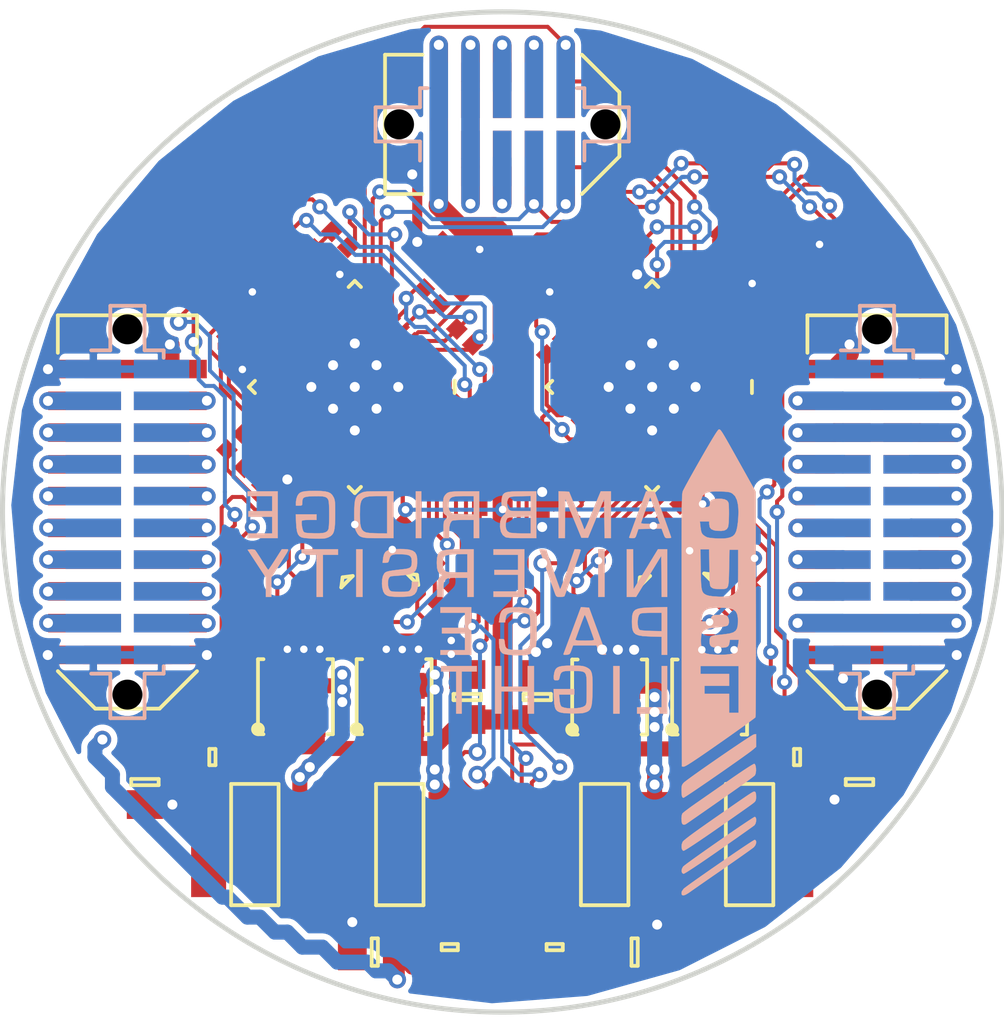
<source format=kicad_pcb>
(kicad_pcb (version 4) (host pcbnew 4.1.0-alpha+201605071002+6776~44~ubuntu14.04.1-product)
  (title_block (title "M3PSU - DC/DC Converter Board 2") (date 2016-06-28) (rev 1) (company "CU Spaceflight") (comment 1 "Drawn by: Levin Tan, Jamie Wood"))
  (layers (0 F.Cu signal) (31 B.Cu signal) (34 B.Paste user hide) (35 F.Paste user hide) (36 B.SilkS user) (37 F.SilkS user) (38 B.Mask user) (39 F.Mask user) (44 Edge.Cuts user))
  (net 0 "")
  (net 1 GND)
  (net 2 "Net-(C2-Pad1)")
  (net 3 "Net-(C2-Pad2)")
  (net 4 "Net-(C3-Pad1)")
  (net 5 "Net-(C3-Pad2)")
  (net 6 "Net-(C13-Pad1)")
  (net 7 "Net-(C6-Pad1)")
  (net 8 "Net-(C6-Pad2)")
  (net 9 VCC)
  (net 10 "Net-(C8-Pad1)")
  (net 11 "Net-(C8-Pad2)")
  (net 12 "Net-(C12-Pad1)")
  (net 13 "Net-(C10-Pad1)")
  (net 14 "Net-(C11-Pad1)")
  (net 15 "Net-(C11-Pad2)")
  (net 16 "Net-(C12-Pad2)")
  (net 17 "Net-(C14-Pad1)")
  (net 18 "Net-(C17-Pad1)")
  (net 19 "Net-(C17-Pad2)")
  (net 20 "Net-(C18-Pad1)")
  (net 21 "Net-(C18-Pad2)")
  (net 22 "Net-(C19-Pad1)")
  (net 23 "Net-(C21-Pad1)")
  (net 24 "Net-(C21-Pad2)")
  (net 25 "Net-(C23-Pad1)")
  (net 26 "Net-(C23-Pad2)")
  (net 27 "Net-(C24-Pad1)")
  (net 28 "Net-(C25-Pad1)")
  (net 29 "Net-(C26-Pad1)")
  (net 30 "Net-(C26-Pad2)")
  (net 31 "Net-(C27-Pad2)")
  (net 32 "Net-(C29-Pad1)")
  (net 33 "Net-(IC1-Pad8)")
  (net 34 "Net-(IC1-Pad12)")
  (net 35 "Net-(IC1-Pad14)")
  (net 36 "Net-(IC1-Pad16)")
  (net 37 "Net-(IC1-Pad30)")
  (net 38 "Net-(IC1-Pad32)")
  (net 39 "Net-(IC1-Pad36)")
  (net 40 "Net-(IC1-Pad38)")
  (net 41 "Net-(IC2-Pad8)")
  (net 42 "Net-(IC2-Pad12)")
  (net 43 "Net-(IC2-Pad14)")
  (net 44 "Net-(IC2-Pad16)")
  (net 45 "Net-(IC2-Pad30)")
  (net 46 "Net-(IC2-Pad32)")
  (net 47 "Net-(IC2-Pad36)")
  (net 48 "Net-(IC2-Pad38)")
  (net 49 /JTMS)
  (net 50 /3v3_RADIO)
  (net 51 /JTCK)
  (net 52 /3v3_FC)
  (net 53 /3v3_PYRO)
  (net 54 /JTDR)
  (net 55 /3v3_DL)
  (net 56 /RSVD1)
  (net 57 /3v3_AUX1)
  (net 58 /3v3_AUX2)
  (net 59 /CAN-)
  (net 60 /RSVD2)
  (net 61 /CAN+)
  (net 62 /JTDI)
  (net 63 /VBATT)
  (net 64 3v3)
  (net 65 /BATT1)
  (net 66 /BATT2)
  (net 67 /PYRO_SO)
  (net 68 /PYRO_SI)
  (net 69 /5v_RADIO)
  (net 70 /PYRO1)
  (net 71 /PYRO2)
  (net 72 /PYRO3)
  (net 73 /5v_AUX2)
  (net 74 /PYRO4)
  (net 75 /5v_CAM)
  (net 76 /PWR)
  (net 77 /CHARGE)
  (net 78 "Net-(L1-Pad1)")
  (net 79 "Net-(L2-Pad2)")
  (net 80 "Net-(L3-Pad1)")
  (net 81 "Net-(L4-Pad2)")
  (net 82 /5v_IMU)
  (net 83 /5v_AUX1)
  (net 84 /3v3_IMU)
  (net 85 /5v_CAN)
  (net 86 /SDA)
  (net 87 /SCL)
  (net 88 /~ALERT)
  (net 89 "Net-(IC1-Pad17)")
  (net 90 "Net-(IC1-Pad18)")
  (net 91 "Net-(IC1-Pad19)")
  (net 92 "Net-(IC1-Pad20)")
  (net 93 "Net-(IC1-Pad21)")
  (net 94 "Net-(IC1-Pad24)")
  (net 95 "Net-(IC2-Pad17)")
  (net 96 "Net-(IC2-Pad18)")
  (net 97 "Net-(IC2-Pad19)")
  (net 98 "Net-(IC2-Pad20)")
  (net 99 "Net-(IC2-Pad21)")
  (net 100 "Net-(IC2-Pad24)")
  (module agg:PowerPair3x3 (layer F.Cu) (at 104.3 107.4)
    (fp_text reference Q2)
    (fp_text value SiZ340DT)
    (pad D1 smd rect (at 0.975 1.386) (size 0.45 0.45) (layers F.Cu F.Paste F.Mask) (net 9 VCC))
    (pad D1 smd rect (at 0.325 1.386) (size 0.45 0.45) (layers F.Cu F.Paste F.Mask) (net 9 VCC))
    (pad G1 smd rect (at -0.975 1.386) (size 0.45 0.45) (layers F.Cu F.Paste F.Mask) (net 37 "Net-(IC1-Pad30)"))
    (pad D1 smd rect (at -0.325 1.386) (size 0.45 0.45) (layers F.Cu F.Paste F.Mask) (net 9 VCC))
    (pad G2 smd rect (at -0.975 -1.386) (size 0.45 0.45) (layers F.Cu F.Paste F.Mask) (net 38 "Net-(IC1-Pad32)"))
    (pad S2 smd rect (at -0.325 -1.386) (size 0.45 0.45) (layers F.Cu F.Paste F.Mask) (net 1 GND))
    (pad S2 smd rect (at 0.325 -1.386) (size 0.45 0.45) (layers F.Cu F.Paste F.Mask) (net 1 GND))
    (pad S2 smd rect (at 0.975 -1.386) (size 0.45 0.45) (layers F.Cu F.Paste F.Mask) (net 1 GND))
    (pad S1D2 smd rect (at 0 -0.434) (size 2.45 1.036) (layers F.Cu F.Paste F.Mask) (net 15 "Net-(C11-Pad2)"))
    (pad D1 smd rect (at 0 0.671) (size 2.45 0.562) (layers F.Cu F.Paste F.Mask) (net 9 VCC))
  )
  (module agg:PowerPair3x3 (layer F.Cu) (at 95.675 107.386)
    (fp_text reference Q3)
    (fp_text value SiZ340DT)
    (pad D1 smd rect (at 0.975 1.386) (size 0.45 0.45) (layers F.Cu F.Paste F.Mask) (net 9 VCC))
    (pad D1 smd rect (at 0.325 1.386) (size 0.45 0.45) (layers F.Cu F.Paste F.Mask) (net 9 VCC))
    (pad G1 smd rect (at -0.975 1.386) (size 0.45 0.45) (layers F.Cu F.Paste F.Mask) (net 48 "Net-(IC2-Pad38)"))
    (pad D1 smd rect (at -0.325 1.386) (size 0.45 0.45) (layers F.Cu F.Paste F.Mask) (net 9 VCC))
    (pad G2 smd rect (at -0.975 -1.386) (size 0.45 0.45) (layers F.Cu F.Paste F.Mask) (net 47 "Net-(IC2-Pad36)"))
    (pad S2 smd rect (at -0.325 -1.386) (size 0.45 0.45) (layers F.Cu F.Paste F.Mask) (net 1 GND))
    (pad S2 smd rect (at 0.325 -1.386) (size 0.45 0.45) (layers F.Cu F.Paste F.Mask) (net 1 GND))
    (pad S2 smd rect (at 0.975 -1.386) (size 0.45 0.45) (layers F.Cu F.Paste F.Mask) (net 1 GND))
    (pad S1D2 smd rect (at 0 -0.434) (size 2.45 1.036) (layers F.Cu F.Paste F.Mask) (net 18 "Net-(C17-Pad1)"))
    (pad D1 smd rect (at 0 0.671) (size 2.45 0.562) (layers F.Cu F.Paste F.Mask) (net 9 VCC))
  )
  (module agg:PowerPair3x3 (layer F.Cu) (at 108.3 107.4)
    (fp_text reference Q1)
    (fp_text value SiZ340DT)
    (pad D1 smd rect (at 0.975 1.386) (size 0.45 0.45) (layers F.Cu F.Paste F.Mask) (net 9 VCC))
    (pad D1 smd rect (at 0.325 1.386) (size 0.45 0.45) (layers F.Cu F.Paste F.Mask) (net 9 VCC))
    (pad G1 smd rect (at -0.975 1.386) (size 0.45 0.45) (layers F.Cu F.Paste F.Mask) (net 40 "Net-(IC1-Pad38)"))
    (pad D1 smd rect (at -0.325 1.386) (size 0.45 0.45) (layers F.Cu F.Paste F.Mask) (net 9 VCC))
    (pad G2 smd rect (at -0.975 -1.386) (size 0.45 0.45) (layers F.Cu F.Paste F.Mask) (net 39 "Net-(IC1-Pad36)"))
    (pad S2 smd rect (at -0.325 -1.386) (size 0.45 0.45) (layers F.Cu F.Paste F.Mask) (net 1 GND))
    (pad S2 smd rect (at 0.325 -1.386) (size 0.45 0.45) (layers F.Cu F.Paste F.Mask) (net 1 GND))
    (pad S2 smd rect (at 0.975 -1.386) (size 0.45 0.45) (layers F.Cu F.Paste F.Mask) (net 1 GND))
    (pad S1D2 smd rect (at 0 -0.434) (size 2.45 1.036) (layers F.Cu F.Paste F.Mask) (net 2 "Net-(C2-Pad1)"))
    (pad D1 smd rect (at 0 0.671) (size 2.45 0.562) (layers F.Cu F.Paste F.Mask) (net 9 VCC))
  )
  (module agg:PowerPair3x3 (layer F.Cu) (at 91.725 107.386)
    (fp_text reference Q4)
    (fp_text value SiZ340DT)
    (pad D1 smd rect (at 0.975 1.386) (size 0.45 0.45) (layers F.Cu F.Paste F.Mask) (net 9 VCC))
    (pad D1 smd rect (at 0.325 1.386) (size 0.45 0.45) (layers F.Cu F.Paste F.Mask) (net 9 VCC))
    (pad G1 smd rect (at -0.975 1.386) (size 0.45 0.45) (layers F.Cu F.Paste F.Mask) (net 45 "Net-(IC2-Pad30)"))
    (pad D1 smd rect (at -0.325 1.386) (size 0.45 0.45) (layers F.Cu F.Paste F.Mask) (net 9 VCC))
    (pad G2 smd rect (at -0.975 -1.386) (size 0.45 0.45) (layers F.Cu F.Paste F.Mask) (net 46 "Net-(IC2-Pad32)"))
    (pad S2 smd rect (at -0.325 -1.386) (size 0.45 0.45) (layers F.Cu F.Paste F.Mask) (net 1 GND))
    (pad S2 smd rect (at 0.325 -1.386) (size 0.45 0.45) (layers F.Cu F.Paste F.Mask) (net 1 GND))
    (pad S2 smd rect (at 0.975 -1.386) (size 0.45 0.45) (layers F.Cu F.Paste F.Mask) (net 1 GND))
    (pad S1D2 smd rect (at 0 -0.434) (size 2.45 1.036) (layers F.Cu F.Paste F.Mask) (net 30 "Net-(C26-Pad2)"))
    (pad D1 smd rect (at 0 0.671) (size 2.45 0.562) (layers F.Cu F.Paste F.Mask) (net 9 VCC))
  )
  (module m3psu:cusf_logo_full (layer B.Cu) (at 100 106 180)
    (fp_text reference G*** hide)
    (fp_text value LOGO hide)
  )
  (module agg:0402 (layer F.Cu) (at 92.1 90.5 135)
    (fp_text reference R20)
    (fp_text value 10k)
    (pad 1 smd rect (at -0.45 0 135) (size 0.62 0.62) (layers F.Cu F.Paste F.Mask) (net 42 "Net-(IC2-Pad12)"))
    (pad 2 smd rect (at 0.45 0 135) (size 0.62 0.62) (layers F.Cu F.Paste F.Mask) (net 32 "Net-(C29-Pad1)"))
  )
  (module agg:0402 (layer F.Cu) (at 104 90.5 135)
    (fp_text reference R18)
    (fp_text value 10k)
    (pad 1 smd rect (at -0.45 0 135) (size 0.62 0.62) (layers F.Cu F.Paste F.Mask) (net 34 "Net-(IC1-Pad12)"))
    (pad 2 smd rect (at 0.45 0 135) (size 0.62 0.62) (layers F.Cu F.Paste F.Mask) (net 17 "Net-(C14-Pad1)"))
  )
  (module agg:0402 (layer F.Cu) (at 107.6 100.8 225)
    (fp_text reference C32)
    (fp_text value 100n)
    (pad 1 smd rect (at -0.45 0 225) (size 0.62 0.62) (layers F.Cu F.Paste F.Mask) (net 9 VCC))
    (pad 2 smd rect (at 0.45 0 225) (size 0.62 0.62) (layers F.Cu F.Paste F.Mask) (net 1 GND))
  )
  (module agg:0402 (layer F.Cu) (at 95.7 100.8 225)
    (fp_text reference C31)
    (fp_text value 100n)
    (pad 1 smd rect (at -0.45 0 225) (size 0.62 0.62) (layers F.Cu F.Paste F.Mask) (net 9 VCC))
    (pad 2 smd rect (at 0.45 0 225) (size 0.62 0.62) (layers F.Cu F.Paste F.Mask) (net 1 GND))
  )
  (module agg:0402 (layer F.Cu) (at 93.5 89.1 315)
    (fp_text reference R7)
    (fp_text value 4k99)
    (pad 1 smd rect (at -0.45 0 315) (size 0.62 0.62) (layers F.Cu F.Paste F.Mask) (net 32 "Net-(C29-Pad1)"))
    (pad 2 smd rect (at 0.45 0 315) (size 0.62 0.62) (layers F.Cu F.Paste F.Mask) (net 41 "Net-(IC2-Pad8)"))
  )
  (module agg:TFML-105-02-L-D (layer F.Cu) (at 100 84.5)
    (fp_text reference J3)
    (fp_text value "NORTH TOP")
    (pad 1 smd rect (at -2.54 1.715) (size 0.74 2.92) (layers F.Cu F.Paste F.Mask) (net 9 VCC))
    (pad 2 smd rect (at -2.54 -1.715) (size 0.74 2.92) (layers F.Cu F.Paste F.Mask) (net 9 VCC))
    (pad 3 smd rect (at -1.27 1.715) (size 0.74 2.92) (layers F.Cu F.Paste F.Mask) (net 63 /VBATT))
    (pad 4 smd rect (at -1.27 -1.715) (size 0.74 2.92) (layers F.Cu F.Paste F.Mask) (net 63 /VBATT))
    (pad 5 smd rect (at 0 1.715) (size 0.74 2.92) (layers F.Cu F.Paste F.Mask) (net 64 3v3))
    (pad 6 smd rect (at 0 -1.715) (size 0.74 2.92) (layers F.Cu F.Paste F.Mask) (net 65 /BATT1))
    (pad 7 smd rect (at 1.27 1.715) (size 0.74 2.92) (layers F.Cu F.Paste F.Mask) (net 86 /SDA))
    (pad 8 smd rect (at 1.27 -1.715) (size 0.74 2.92) (layers F.Cu F.Paste F.Mask) (net 66 /BATT2))
    (pad 9 smd rect (at 2.54 1.715) (size 0.74 2.92) (layers F.Cu F.Paste F.Mask) (net 87 /SCL))
    (pad 10 smd rect (at 2.54 -1.715) (size 0.74 2.92) (layers F.Cu F.Paste F.Mask) (net 88 /~ALERT))
  )
  (module agg:0402 (layer F.Cu) (at 105.4 89.1 315)
    (fp_text reference R5)
    (fp_text value 4k99)
    (pad 1 smd rect (at -0.45 0 315) (size 0.62 0.62) (layers F.Cu F.Paste F.Mask) (net 17 "Net-(C14-Pad1)"))
    (pad 2 smd rect (at 0.45 0 315) (size 0.62 0.62) (layers F.Cu F.Paste F.Mask) (net 33 "Net-(IC1-Pad8)"))
  )
  (module agg:0603 (layer F.Cu) (at 88.4 109.8 180)
    (fp_text reference R26)
    (fp_text value 50m)
    (pad 1 smd rect (at -0.8 0 180) (size 0.95 1) (layers F.Cu F.Paste F.Mask) (net 81 "Net-(L4-Pad2)"))
    (pad 2 smd rect (at 0.8 0 180) (size 0.95 1) (layers F.Cu F.Paste F.Mask) (net 85 /5v_CAN))
  )
  (module agg:0402 (layer F.Cu) (at 90.7 98.6 45)
    (fp_text reference R25)
    (fp_text value 4k99)
    (pad 1 smd rect (at -0.45 0 45) (size 0.62 0.62) (layers F.Cu F.Paste F.Mask) (net 31 "Net-(C27-Pad2)"))
    (pad 2 smd rect (at 0.45 0 45) (size 0.62 0.62) (layers F.Cu F.Paste F.Mask) (net 1 GND))
  )
  (module agg:0402 (layer F.Cu) (at 91 89.3 225)
    (fp_text reference R24)
    (fp_text value 100)
    (pad 1 smd rect (at -0.45 0 225) (size 0.62 0.62) (layers F.Cu F.Paste F.Mask) (net 26 "Net-(C23-Pad2)"))
    (pad 2 smd rect (at 0.45 0 225) (size 0.62 0.62) (layers F.Cu F.Paste F.Mask) (net 85 /5v_CAN))
  )
  (module agg:0402 (layer F.Cu) (at 90.7 91.9 135)
    (fp_text reference R23)
    (fp_text value 4k32)
    (pad 1 smd rect (at -0.45 0 135) (size 0.62 0.62) (layers F.Cu F.Paste F.Mask) (net 44 "Net-(IC2-Pad16)"))
    (pad 2 smd rect (at 0.45 0 135) (size 0.62 0.62) (layers F.Cu F.Paste F.Mask) (net 1 GND))
  )
  (module agg:0402 (layer F.Cu) (at 90.3 88.6 225)
    (fp_text reference R22)
    (fp_text value 100)
    (pad 1 smd rect (at -0.45 0 225) (size 0.62 0.62) (layers F.Cu F.Paste F.Mask) (net 25 "Net-(C23-Pad1)"))
    (pad 2 smd rect (at 0.45 0 225) (size 0.62 0.62) (layers F.Cu F.Paste F.Mask) (net 81 "Net-(L4-Pad2)"))
  )
  (module agg:0402 (layer F.Cu) (at 90 92.6 135)
    (fp_text reference R21)
    (fp_text value 24k9)
    (pad 1 smd rect (at -0.45 0 135) (size 0.62 0.62) (layers F.Cu F.Paste F.Mask) (net 44 "Net-(IC2-Pad16)"))
    (pad 2 smd rect (at 0.45 0 135) (size 0.62 0.62) (layers F.Cu F.Paste F.Mask) (net 28 "Net-(C25-Pad1)"))
  )
  (module agg:0402 (layer F.Cu) (at 99.1 99.4 90)
    (fp_text reference R19)
    (fp_text value 100)
    (pad 1 smd rect (at -0.45 0 90) (size 0.62 0.62) (layers F.Cu F.Paste F.Mask) (net 80 "Net-(L3-Pad1)"))
    (pad 2 smd rect (at 0.45 0 90) (size 0.62 0.62) (layers F.Cu F.Paste F.Mask) (net 23 "Net-(C21-Pad1)"))
  )
  (module agg:0402 (layer F.Cu) (at 97.3 89.5 45)
    (fp_text reference R17)
    (fp_text value 4k99)
    (pad 1 smd rect (at -0.45 0 45) (size 0.62 0.62) (layers F.Cu F.Paste F.Mask) (net 1 GND))
    (pad 2 smd rect (at 0.45 0 45) (size 0.62 0.62) (layers F.Cu F.Paste F.Mask) (net 20 "Net-(C18-Pad1)"))
  )
  (module agg:0402 (layer F.Cu) (at 98.7 97.5 90)
    (fp_text reference R16)
    (fp_text value 100)
    (pad 1 smd rect (at -0.45 0 90) (size 0.62 0.62) (layers F.Cu F.Paste F.Mask) (net 84 /3v3_IMU))
    (pad 2 smd rect (at 0.45 0 90) (size 0.62 0.62) (layers F.Cu F.Paste F.Mask) (net 24 "Net-(C21-Pad2)"))
  )
  (module agg:0402 (layer F.Cu) (at 91.4 91.2 315)
    (fp_text reference R15)
    (fp_text value 10k)
    (pad 1 smd rect (at -0.45 0 315) (size 0.62 0.62) (layers F.Cu F.Paste F.Mask) (net 32 "Net-(C29-Pad1)"))
    (pad 2 smd rect (at 0.45 0 315) (size 0.62 0.62) (layers F.Cu F.Paste F.Mask) (net 43 "Net-(IC2-Pad14)"))
  )
  (module agg:0603 (layer F.Cu) (at 97.9 117.4 90)
    (fp_text reference R14)
    (fp_text value 50m)
    (pad 1 smd rect (at -0.8 0 90) (size 0.95 1) (layers F.Cu F.Paste F.Mask) (net 84 /3v3_IMU))
    (pad 2 smd rect (at 0.8 0 90) (size 0.95 1) (layers F.Cu F.Paste F.Mask) (net 80 "Net-(L3-Pad1)"))
  )
  (module agg:0603 (layer F.Cu) (at 102.1 117.4 270)
    (fp_text reference R13)
    (fp_text value 50m)
    (pad 1 smd rect (at -0.8 0 270) (size 0.95 1) (layers F.Cu F.Paste F.Mask) (net 79 "Net-(L2-Pad2)"))
    (pad 2 smd rect (at 0.8 0 270) (size 0.95 1) (layers F.Cu F.Paste F.Mask) (net 82 /5v_IMU))
  )
  (module agg:0402 (layer F.Cu) (at 102.381802 99.881802 135)
    (fp_text reference R12)
    (fp_text value 4k99)
    (pad 1 smd rect (at -0.45 0 135) (size 0.62 0.62) (layers F.Cu F.Paste F.Mask) (net 16 "Net-(C12-Pad2)"))
    (pad 2 smd rect (at 0.45 0 135) (size 0.62 0.62) (layers F.Cu F.Paste F.Mask) (net 1 GND))
  )
  (module agg:0402 (layer F.Cu) (at 113.4 90 45)
    (fp_text reference R11)
    (fp_text value 100)
    (pad 1 smd rect (at -0.45 0 45) (size 0.62 0.62) (layers F.Cu F.Paste F.Mask) (net 11 "Net-(C8-Pad2)"))
    (pad 2 smd rect (at 0.45 0 45) (size 0.62 0.62) (layers F.Cu F.Paste F.Mask) (net 82 /5v_IMU))
  )
  (module agg:0402 (layer F.Cu) (at 102.6 91.9 135)
    (fp_text reference R10)
    (fp_text value 3k57)
    (pad 1 smd rect (at -0.45 0 135) (size 0.62 0.62) (layers F.Cu F.Paste F.Mask) (net 36 "Net-(IC1-Pad16)"))
    (pad 2 smd rect (at 0.45 0 135) (size 0.62 0.62) (layers F.Cu F.Paste F.Mask) (net 1 GND))
  )
  (module agg:0402 (layer F.Cu) (at 114.1 90.7 45)
    (fp_text reference R9)
    (fp_text value 100)
    (pad 1 smd rect (at -0.45 0 45) (size 0.62 0.62) (layers F.Cu F.Paste F.Mask) (net 10 "Net-(C8-Pad1)"))
    (pad 2 smd rect (at 0.45 0 45) (size 0.62 0.62) (layers F.Cu F.Paste F.Mask) (net 79 "Net-(L2-Pad2)"))
  )
  (module agg:0402 (layer F.Cu) (at 102.1 93.4 225)
    (fp_text reference R8)
    (fp_text value 30k1)
    (pad 1 smd rect (at -0.45 0 225) (size 0.62 0.62) (layers F.Cu F.Paste F.Mask) (net 36 "Net-(IC1-Pad16)"))
    (pad 2 smd rect (at 0.45 0 225) (size 0.62 0.62) (layers F.Cu F.Paste F.Mask) (net 13 "Net-(C10-Pad1)"))
  )
  (module agg:0402 (layer F.Cu) (at 109.718198 89.281802 225)
    (fp_text reference R6)
    (fp_text value 100)
    (pad 1 smd rect (at -0.45 0 225) (size 0.62 0.62) (layers F.Cu F.Paste F.Mask) (net 78 "Net-(L1-Pad1)"))
    (pad 2 smd rect (at 0.45 0 225) (size 0.62 0.62) (layers F.Cu F.Paste F.Mask) (net 7 "Net-(C6-Pad1)"))
  )
  (module agg:0402 (layer F.Cu) (at 112 89.4 135)
    (fp_text reference R4)
    (fp_text value 4k99)
    (pad 1 smd rect (at -0.45 0 135) (size 0.62 0.62) (layers F.Cu F.Paste F.Mask) (net 1 GND))
    (pad 2 smd rect (at 0.45 0 135) (size 0.62 0.62) (layers F.Cu F.Paste F.Mask) (net 4 "Net-(C3-Pad1)"))
  )
  (module agg:0402 (layer F.Cu) (at 109.018198 88.581802 225)
    (fp_text reference R3)
    (fp_text value 100)
    (pad 1 smd rect (at -0.45 0 225) (size 0.62 0.62) (layers F.Cu F.Paste F.Mask) (net 83 /5v_AUX1))
    (pad 2 smd rect (at 0.45 0 225) (size 0.62 0.62) (layers F.Cu F.Paste F.Mask) (net 8 "Net-(C6-Pad2)"))
  )
  (module agg:TYS5040 (layer F.Cu) (at 90.1 113.3 180)
    (fp_text reference L4)
    (fp_text value 10µ)
    (pad 1 smd rect (at -1.85 0 180) (size 1.4 4.2) (layers F.Cu F.Paste F.Mask) (net 30 "Net-(C26-Pad2)"))
    (pad 2 smd rect (at 1.85 0 180) (size 1.4 4.2) (layers F.Cu F.Paste F.Mask) (net 81 "Net-(L4-Pad2)"))
  )
  (module agg:TYS5040 (layer F.Cu) (at 95.9 113.3)
    (fp_text reference L3)
    (fp_text value 10µ)
    (pad 1 smd rect (at -1.85 0) (size 1.4 4.2) (layers F.Cu F.Paste F.Mask) (net 80 "Net-(L3-Pad1)"))
    (pad 2 smd rect (at 1.85 0) (size 1.4 4.2) (layers F.Cu F.Paste F.Mask) (net 18 "Net-(C17-Pad1)"))
  )
  (module agg:TYS5040 (layer F.Cu) (at 109.9 113.3 180)
    (fp_text reference L1)
    (fp_text value 10µ)
    (pad 1 smd rect (at -1.85 0 180) (size 1.4 4.2) (layers F.Cu F.Paste F.Mask) (net 78 "Net-(L1-Pad1)"))
    (pad 2 smd rect (at 1.85 0 180) (size 1.4 4.2) (layers F.Cu F.Paste F.Mask) (net 2 "Net-(C2-Pad1)"))
  )
  (module agg:SFML-110-02-L-D-LC (layer B.Cu) (at 115 100 270)
    (fp_text reference J5)
    (fp_text value "EAST BOT")
    (pad 1 smd rect (at -5.715 1.365 270) (size 0.74 2.22) (layers B.Cu B.Paste B.Mask) (net 1 GND))
    (pad 2 smd rect (at -5.715 -1.365 270) (size 0.74 2.22) (layers B.Cu B.Paste B.Mask) (net 1 GND))
    (pad 3 smd rect (at -4.445 1.365 270) (size 0.74 2.22) (layers B.Cu B.Paste B.Mask) (net 67 /PYRO_SO))
    (pad 4 smd rect (at -4.445 -1.365 270) (size 0.74 2.22) (layers B.Cu B.Paste B.Mask) (net 67 /PYRO_SO))
    (pad 5 smd rect (at -3.175 1.365 270) (size 0.74 2.22) (layers B.Cu B.Paste B.Mask) (net 68 /PYRO_SI))
    (pad 6 smd rect (at -3.175 -1.365 270) (size 0.74 2.22) (layers B.Cu B.Paste B.Mask) (net 68 /PYRO_SI))
    (pad 7 smd rect (at -1.905 1.365 270) (size 0.74 2.22) (layers B.Cu B.Paste B.Mask) (net 69 /5v_RADIO))
    (pad 8 smd rect (at -1.905 -1.365 270) (size 0.74 2.22) (layers B.Cu B.Paste B.Mask) (net 70 /PYRO1))
    (pad 9 smd rect (at -0.635 1.365 270) (size 0.74 2.22) (layers B.Cu B.Paste B.Mask) (net 82 /5v_IMU))
    (pad 10 smd rect (at -0.635 -1.365 270) (size 0.74 2.22) (layers B.Cu B.Paste B.Mask) (net 71 /PYRO2))
    (pad 11 smd rect (at 0.635 1.365 270) (size 0.74 2.22) (layers B.Cu B.Paste B.Mask) (net 83 /5v_AUX1))
    (pad 12 smd rect (at 0.635 -1.365 270) (size 0.74 2.22) (layers B.Cu B.Paste B.Mask) (net 72 /PYRO3))
    (pad 13 smd rect (at 1.905 1.365 270) (size 0.74 2.22) (layers B.Cu B.Paste B.Mask) (net 73 /5v_AUX2))
    (pad 14 smd rect (at 1.905 -1.365 270) (size 0.74 2.22) (layers B.Cu B.Paste B.Mask) (net 74 /PYRO4))
    (pad 15 smd rect (at 3.175 1.365 270) (size 0.74 2.22) (layers B.Cu B.Paste B.Mask) (net 75 /5v_CAM))
    (pad 16 smd rect (at 3.175 -1.365 270) (size 0.74 2.22) (layers B.Cu B.Paste B.Mask) (net 76 /PWR))
    (pad 17 smd rect (at 4.445 1.365 270) (size 0.74 2.22) (layers B.Cu B.Paste B.Mask) (net 77 /CHARGE))
    (pad 18 smd rect (at 4.445 -1.365 270) (size 0.74 2.22) (layers B.Cu B.Paste B.Mask) (net 77 /CHARGE))
    (pad 19 smd rect (at 5.715 1.365 270) (size 0.74 2.22) (layers B.Cu B.Paste B.Mask) (net 1 GND))
    (pad 20 smd rect (at 5.715 -1.365 270) (size 0.74 2.22) (layers B.Cu B.Paste B.Mask) (net 1 GND))
    (pad "" np_thru_hole circle (at 7.305 0 270) (size 1.2 1.2) (drill 1.2) (layers *.Mask))
    (pad "" np_thru_hole circle (at -7.305 0 270) (size 1.2 1.2) (drill 1.2) (layers *.Mask))
  )
  (module agg:TFML-110-02-L-D (layer F.Cu) (at 115 100 270)
    (fp_text reference J4)
    (fp_text value "EAST TOP")
    (pad 1 smd rect (at -5.715 1.715 270) (size 0.74 2.92) (layers F.Cu F.Paste F.Mask) (net 1 GND))
    (pad 2 smd rect (at -5.715 -1.715 270) (size 0.74 2.92) (layers F.Cu F.Paste F.Mask) (net 1 GND))
    (pad 3 smd rect (at -4.445 1.715 270) (size 0.74 2.92) (layers F.Cu F.Paste F.Mask) (net 67 /PYRO_SO))
    (pad 4 smd rect (at -4.445 -1.715 270) (size 0.74 2.92) (layers F.Cu F.Paste F.Mask) (net 67 /PYRO_SO))
    (pad 5 smd rect (at -3.175 1.715 270) (size 0.74 2.92) (layers F.Cu F.Paste F.Mask) (net 68 /PYRO_SI))
    (pad 6 smd rect (at -3.175 -1.715 270) (size 0.74 2.92) (layers F.Cu F.Paste F.Mask) (net 68 /PYRO_SI))
    (pad 7 smd rect (at -1.905 1.715 270) (size 0.74 2.92) (layers F.Cu F.Paste F.Mask) (net 69 /5v_RADIO))
    (pad 8 smd rect (at -1.905 -1.715 270) (size 0.74 2.92) (layers F.Cu F.Paste F.Mask) (net 70 /PYRO1))
    (pad 9 smd rect (at -0.635 1.715 270) (size 0.74 2.92) (layers F.Cu F.Paste F.Mask) (net 82 /5v_IMU))
    (pad 10 smd rect (at -0.635 -1.715 270) (size 0.74 2.92) (layers F.Cu F.Paste F.Mask) (net 71 /PYRO2))
    (pad 11 smd rect (at 0.635 1.715 270) (size 0.74 2.92) (layers F.Cu F.Paste F.Mask) (net 83 /5v_AUX1))
    (pad 12 smd rect (at 0.635 -1.715 270) (size 0.74 2.92) (layers F.Cu F.Paste F.Mask) (net 72 /PYRO3))
    (pad 13 smd rect (at 1.905 1.715 270) (size 0.74 2.92) (layers F.Cu F.Paste F.Mask) (net 73 /5v_AUX2))
    (pad 14 smd rect (at 1.905 -1.715 270) (size 0.74 2.92) (layers F.Cu F.Paste F.Mask) (net 74 /PYRO4))
    (pad 15 smd rect (at 3.175 1.715 270) (size 0.74 2.92) (layers F.Cu F.Paste F.Mask) (net 75 /5v_CAM))
    (pad 16 smd rect (at 3.175 -1.715 270) (size 0.74 2.92) (layers F.Cu F.Paste F.Mask) (net 76 /PWR))
    (pad 17 smd rect (at 4.445 1.715 270) (size 0.74 2.92) (layers F.Cu F.Paste F.Mask) (net 77 /CHARGE))
    (pad 18 smd rect (at 4.445 -1.715 270) (size 0.74 2.92) (layers F.Cu F.Paste F.Mask) (net 77 /CHARGE))
    (pad 19 smd rect (at 5.715 1.715 270) (size 0.74 2.92) (layers F.Cu F.Paste F.Mask) (net 1 GND))
    (pad 20 smd rect (at 5.715 -1.715 270) (size 0.74 2.92) (layers F.Cu F.Paste F.Mask) (net 1 GND))
  )
  (module agg:SFML-110-02-L-D-LC (layer B.Cu) (at 85 100 270)
    (fp_text reference J2)
    (fp_text value "WEST BOT")
    (pad 1 smd rect (at -5.715 1.365 270) (size 0.74 2.22) (layers B.Cu B.Paste B.Mask) (net 1 GND))
    (pad 2 smd rect (at -5.715 -1.365 270) (size 0.74 2.22) (layers B.Cu B.Paste B.Mask) (net 1 GND))
    (pad 3 smd rect (at -4.445 1.365 270) (size 0.74 2.22) (layers B.Cu B.Paste B.Mask) (net 84 /3v3_IMU))
    (pad 4 smd rect (at -4.445 -1.365 270) (size 0.74 2.22) (layers B.Cu B.Paste B.Mask) (net 49 /JTMS))
    (pad 5 smd rect (at -3.175 1.365 270) (size 0.74 2.22) (layers B.Cu B.Paste B.Mask) (net 50 /3v3_RADIO))
    (pad 6 smd rect (at -3.175 -1.365 270) (size 0.74 2.22) (layers B.Cu B.Paste B.Mask) (net 51 /JTCK))
    (pad 7 smd rect (at -1.905 1.365 270) (size 0.74 2.22) (layers B.Cu B.Paste B.Mask) (net 52 /3v3_FC))
    (pad 8 smd rect (at -1.905 -1.365 270) (size 0.74 2.22) (layers B.Cu B.Paste B.Mask) (net 62 /JTDI))
    (pad 9 smd rect (at -0.635 1.365 270) (size 0.74 2.22) (layers B.Cu B.Paste B.Mask) (net 53 /3v3_PYRO))
    (pad 10 smd rect (at -0.635 -1.365 270) (size 0.74 2.22) (layers B.Cu B.Paste B.Mask) (net 54 /JTDR))
    (pad 11 smd rect (at 0.635 1.365 270) (size 0.74 2.22) (layers B.Cu B.Paste B.Mask) (net 55 /3v3_DL))
    (pad 12 smd rect (at 0.635 -1.365 270) (size 0.74 2.22) (layers B.Cu B.Paste B.Mask) (net 56 /RSVD1))
    (pad 13 smd rect (at 1.905 1.365 270) (size 0.74 2.22) (layers B.Cu B.Paste B.Mask) (net 57 /3v3_AUX1))
    (pad 14 smd rect (at 1.905 -1.365 270) (size 0.74 2.22) (layers B.Cu B.Paste B.Mask) (net 85 /5v_CAN))
    (pad 15 smd rect (at 3.175 1.365 270) (size 0.74 2.22) (layers B.Cu B.Paste B.Mask) (net 58 /3v3_AUX2))
    (pad 16 smd rect (at 3.175 -1.365 270) (size 0.74 2.22) (layers B.Cu B.Paste B.Mask) (net 59 /CAN-))
    (pad 17 smd rect (at 4.445 1.365 270) (size 0.74 2.22) (layers B.Cu B.Paste B.Mask) (net 60 /RSVD2))
    (pad 18 smd rect (at 4.445 -1.365 270) (size 0.74 2.22) (layers B.Cu B.Paste B.Mask) (net 61 /CAN+))
    (pad 19 smd rect (at 5.715 1.365 270) (size 0.74 2.22) (layers B.Cu B.Paste B.Mask) (net 1 GND))
    (pad 20 smd rect (at 5.715 -1.365 270) (size 0.74 2.22) (layers B.Cu B.Paste B.Mask) (net 1 GND))
    (pad "" np_thru_hole circle (at 7.305 0 270) (size 1.2 1.2) (drill 1.2) (layers *.Mask))
    (pad "" np_thru_hole circle (at -7.305 0 270) (size 1.2 1.2) (drill 1.2) (layers *.Mask))
  )
  (module agg:TFML-110-02-L-D (layer F.Cu) (at 85 100 270)
    (fp_text reference J1)
    (fp_text value "WEST TOP")
    (pad 1 smd rect (at -5.715 1.715 270) (size 0.74 2.92) (layers F.Cu F.Paste F.Mask) (net 1 GND))
    (pad 2 smd rect (at -5.715 -1.715 270) (size 0.74 2.92) (layers F.Cu F.Paste F.Mask) (net 1 GND))
    (pad 3 smd rect (at -4.445 1.715 270) (size 0.74 2.92) (layers F.Cu F.Paste F.Mask) (net 84 /3v3_IMU))
    (pad 4 smd rect (at -4.445 -1.715 270) (size 0.74 2.92) (layers F.Cu F.Paste F.Mask) (net 49 /JTMS))
    (pad 5 smd rect (at -3.175 1.715 270) (size 0.74 2.92) (layers F.Cu F.Paste F.Mask) (net 50 /3v3_RADIO))
    (pad 6 smd rect (at -3.175 -1.715 270) (size 0.74 2.92) (layers F.Cu F.Paste F.Mask) (net 51 /JTCK))
    (pad 7 smd rect (at -1.905 1.715 270) (size 0.74 2.92) (layers F.Cu F.Paste F.Mask) (net 52 /3v3_FC))
    (pad 8 smd rect (at -1.905 -1.715 270) (size 0.74 2.92) (layers F.Cu F.Paste F.Mask) (net 62 /JTDI))
    (pad 9 smd rect (at -0.635 1.715 270) (size 0.74 2.92) (layers F.Cu F.Paste F.Mask) (net 53 /3v3_PYRO))
    (pad 10 smd rect (at -0.635 -1.715 270) (size 0.74 2.92) (layers F.Cu F.Paste F.Mask) (net 54 /JTDR))
    (pad 11 smd rect (at 0.635 1.715 270) (size 0.74 2.92) (layers F.Cu F.Paste F.Mask) (net 55 /3v3_DL))
    (pad 12 smd rect (at 0.635 -1.715 270) (size 0.74 2.92) (layers F.Cu F.Paste F.Mask) (net 56 /RSVD1))
    (pad 13 smd rect (at 1.905 1.715 270) (size 0.74 2.92) (layers F.Cu F.Paste F.Mask) (net 57 /3v3_AUX1))
    (pad 14 smd rect (at 1.905 -1.715 270) (size 0.74 2.92) (layers F.Cu F.Paste F.Mask) (net 85 /5v_CAN))
    (pad 15 smd rect (at 3.175 1.715 270) (size 0.74 2.92) (layers F.Cu F.Paste F.Mask) (net 58 /3v3_AUX2))
    (pad 16 smd rect (at 3.175 -1.715 270) (size 0.74 2.92) (layers F.Cu F.Paste F.Mask) (net 59 /CAN-))
    (pad 17 smd rect (at 4.445 1.715 270) (size 0.74 2.92) (layers F.Cu F.Paste F.Mask) (net 60 /RSVD2))
    (pad 18 smd rect (at 4.445 -1.715 270) (size 0.74 2.92) (layers F.Cu F.Paste F.Mask) (net 61 /CAN+))
    (pad 19 smd rect (at 5.715 1.715 270) (size 0.74 2.92) (layers F.Cu F.Paste F.Mask) (net 1 GND))
    (pad 20 smd rect (at 5.715 -1.715 270) (size 0.74 2.92) (layers F.Cu F.Paste F.Mask) (net 1 GND))
  )
  (module agg:QFN-40-EP-LTC-UJ (layer F.Cu) (at 94.1 95 225)
    (fp_text reference IC2)
    (fp_text value LTC3887)
    (pad 1 smd rect (at -2.9 -2.25 225) (size 0.7 0.25) (layers F.Cu F.Paste F.Mask) (net 84 /3v3_IMU))
    (pad 2 smd rect (at -2.9 -1.75 225) (size 0.7 0.25) (layers F.Cu F.Paste F.Mask) (net 1 GND))
    (pad 3 smd rect (at -2.9 -1.25 225) (size 0.7 0.25) (layers F.Cu F.Paste F.Mask) (net 25 "Net-(C23-Pad1)"))
    (pad 4 smd rect (at -2.9 -0.75 225) (size 0.7 0.25) (layers F.Cu F.Paste F.Mask) (net 26 "Net-(C23-Pad2)"))
    (pad 5 smd rect (at -2.9 -0.25 225) (size 0.7 0.25) (layers F.Cu F.Paste F.Mask) (net 21 "Net-(C18-Pad2)"))
    (pad 6 smd rect (at -2.9 0.25 225) (size 0.7 0.25) (layers F.Cu F.Paste F.Mask) (net 23 "Net-(C21-Pad1)"))
    (pad 7 smd rect (at -2.9 0.75 225) (size 0.7 0.25) (layers F.Cu F.Paste F.Mask) (net 24 "Net-(C21-Pad2)"))
    (pad 8 smd rect (at -2.9 1.25 225) (size 0.7 0.25) (layers F.Cu F.Paste F.Mask) (net 41 "Net-(IC2-Pad8)"))
    (pad 9 smd rect (at -2.9 1.75 225) (size 0.7 0.25) (layers F.Cu F.Paste F.Mask) (net 87 /SCL))
    (pad 10 smd rect (at -2.9 2.25 225) (size 0.7 0.25) (layers F.Cu F.Paste F.Mask) (net 86 /SDA))
    (pad 11 smd rect (at -2.25 2.9 225) (size 0.25 0.7) (layers F.Cu F.Paste F.Mask) (net 88 /~ALERT))
    (pad 12 smd rect (at -1.75 2.9 225) (size 0.25 0.7) (layers F.Cu F.Paste F.Mask) (net 42 "Net-(IC2-Pad12)"))
    (pad 13 smd rect (at -1.25 2.9 225) (size 0.25 0.7) (layers F.Cu F.Paste F.Mask) (net 42 "Net-(IC2-Pad12)"))
    (pad 14 smd rect (at -0.75 2.9 225) (size 0.25 0.7) (layers F.Cu F.Paste F.Mask) (net 43 "Net-(IC2-Pad14)"))
    (pad 15 smd rect (at -0.25 2.9 225) (size 0.25 0.7) (layers F.Cu F.Paste F.Mask) (net 43 "Net-(IC2-Pad14)"))
    (pad 16 smd rect (at 0.25 2.9 225) (size 0.25 0.7) (layers F.Cu F.Paste F.Mask) (net 44 "Net-(IC2-Pad16)"))
    (pad 17 smd rect (at 0.75 2.9 225) (size 0.25 0.7) (layers F.Cu F.Paste F.Mask) (net 95 "Net-(IC2-Pad17)"))
    (pad 18 smd rect (at 1.25 2.9 225) (size 0.25 0.7) (layers F.Cu F.Paste F.Mask) (net 96 "Net-(IC2-Pad18)"))
    (pad 19 smd rect (at 1.75 2.9 225) (size 0.25 0.7) (layers F.Cu F.Paste F.Mask) (net 97 "Net-(IC2-Pad19)"))
    (pad 20 smd rect (at 2.25 2.9 225) (size 0.25 0.7) (layers F.Cu F.Paste F.Mask) (net 98 "Net-(IC2-Pad20)"))
    (pad 21 smd rect (at 2.9 2.25 225) (size 0.7 0.25) (layers F.Cu F.Paste F.Mask) (net 99 "Net-(IC2-Pad21)"))
    (pad 22 smd rect (at 2.9 1.75 225) (size 0.7 0.25) (layers F.Cu F.Paste F.Mask) (net 28 "Net-(C25-Pad1)"))
    (pad 23 smd rect (at 2.9 1.25 225) (size 0.7 0.25) (layers F.Cu F.Paste F.Mask) (net 1 GND))
    (pad 24 smd rect (at 2.9 0.75 225) (size 0.7 0.25) (layers F.Cu F.Paste F.Mask) (net 100 "Net-(IC2-Pad24)"))
    (pad 25 smd rect (at 2.9 0.25 225) (size 0.7 0.25) (layers F.Cu F.Paste F.Mask) (net 32 "Net-(C29-Pad1)"))
    (pad 26 smd rect (at 2.9 -0.25 225) (size 0.7 0.25) (layers F.Cu F.Paste F.Mask) (net 27 "Net-(C24-Pad1)"))
    (pad 27 smd rect (at 2.9 -0.75 225) (size 0.7 0.25) (layers F.Cu F.Paste F.Mask) (net 85 /5v_CAN))
    (pad 28 smd rect (at 2.9 -1.25 225) (size 0.7 0.25) (layers F.Cu F.Paste F.Mask) (net 1 GND))
    (pad 29 smd rect (at 2.9 -1.75 225) (size 0.7 0.25) (layers F.Cu F.Paste F.Mask) (net 30 "Net-(C26-Pad2)"))
    (pad 30 smd rect (at 2.9 -2.25 225) (size 0.7 0.25) (layers F.Cu F.Paste F.Mask) (net 45 "Net-(IC2-Pad30)"))
    (pad 31 smd rect (at 2.25 -2.9 225) (size 0.25 0.7) (layers F.Cu F.Paste F.Mask) (net 29 "Net-(C26-Pad1)"))
    (pad 32 smd rect (at 1.75 -2.9 225) (size 0.25 0.7) (layers F.Cu F.Paste F.Mask) (net 46 "Net-(IC2-Pad32)"))
    (pad 33 smd rect (at 1.25 -2.9 225) (size 0.25 0.7) (layers F.Cu F.Paste F.Mask) (net 22 "Net-(C19-Pad1)"))
    (pad 34 smd rect (at 0.75 -2.9 225) (size 0.25 0.7) (layers F.Cu F.Paste F.Mask) (net 1 GND))
    (pad 35 smd rect (at 0.25 -2.9 225) (size 0.25 0.7) (layers F.Cu F.Paste F.Mask) (net 9 VCC))
    (pad 36 smd rect (at -0.25 -2.9 225) (size 0.25 0.7) (layers F.Cu F.Paste F.Mask) (net 47 "Net-(IC2-Pad36)"))
    (pad 37 smd rect (at -0.75 -2.9 225) (size 0.25 0.7) (layers F.Cu F.Paste F.Mask) (net 19 "Net-(C17-Pad2)"))
    (pad 38 smd rect (at -1.25 -2.9 225) (size 0.25 0.7) (layers F.Cu F.Paste F.Mask) (net 48 "Net-(IC2-Pad38)"))
    (pad 39 smd rect (at -1.75 -2.9 225) (size 0.25 0.7) (layers F.Cu F.Paste F.Mask) (net 18 "Net-(C17-Pad1)"))
    (pad 40 smd rect (at -2.25 -2.9 225) (size 0.25 0.7) (layers F.Cu F.Paste F.Mask) (net 1 GND))
    (pad EP thru_hole circle (at -1.23 -1.23 225) (size 0.8 0.8) (drill 0.4) (layers *.Cu) (net 1 GND))
    (pad EP thru_hole circle (at -1.23 0 225) (size 0.8 0.8) (drill 0.4) (layers *.Cu) (net 1 GND))
    (pad EP thru_hole circle (at -1.23 1.23 225) (size 0.8 0.8) (drill 0.4) (layers *.Cu) (net 1 GND))
    (pad EP thru_hole circle (at 0 -1.23 225) (size 0.8 0.8) (drill 0.4) (layers *.Cu) (net 1 GND))
    (pad EP thru_hole circle (at 0 0 225) (size 0.8 0.8) (drill 0.4) (layers *.Cu) (net 1 GND))
    (pad EP thru_hole circle (at 0 1.23 225) (size 0.8 0.8) (drill 0.4) (layers *.Cu) (net 1 GND))
    (pad EP thru_hole circle (at 1.23 -1.23 225) (size 0.8 0.8) (drill 0.4) (layers *.Cu) (net 1 GND))
    (pad EP thru_hole circle (at 1.23 0 225) (size 0.8 0.8) (drill 0.4) (layers *.Cu) (net 1 GND))
    (pad EP thru_hole circle (at 1.23 1.23 225) (size 0.8 0.8) (drill 0.4) (layers *.Cu) (net 1 GND))
    (pad EP smd rect (at 0 0 225) (size 4.42 4.42) (layers F.Cu) (net 1 GND))
  )
  (module agg:0603-LED (layer F.Cu) (at 93.7 102.7 315)
    (fp_text reference D4)
    (fp_text value SCHOTTKY)
    (pad 1 smd rect (at -0.8 0 315) (size 0.95 1) (layers F.Cu F.Paste F.Mask) (net 29 "Net-(C26-Pad1)"))
    (pad 2 smd rect (at 0.8 0 315) (size 0.95 1) (layers F.Cu F.Paste F.Mask) (net 22 "Net-(C19-Pad1)"))
  )
  (module agg:0603-LED (layer F.Cu) (at 96.5 102.6 225)
    (fp_text reference D3)
    (fp_text value SCHOTTKY)
    (pad 1 smd rect (at -0.8 0 225) (size 0.95 1) (layers F.Cu F.Paste F.Mask) (net 19 "Net-(C17-Pad2)"))
    (pad 2 smd rect (at 0.8 0 225) (size 0.95 1) (layers F.Cu F.Paste F.Mask) (net 22 "Net-(C19-Pad1)"))
  )
  (module agg:0603-LED (layer F.Cu) (at 105.6 102.7 315)
    (fp_text reference D2)
    (fp_text value SCHOTTKY)
    (pad 1 smd rect (at -0.8 0 315) (size 0.95 1) (layers F.Cu F.Paste F.Mask) (net 14 "Net-(C11-Pad1)"))
    (pad 2 smd rect (at 0.8 0 315) (size 0.95 1) (layers F.Cu F.Paste F.Mask) (net 6 "Net-(C13-Pad1)"))
  )
  (module agg:0603-LED (layer F.Cu) (at 108.4 102.6 225)
    (fp_text reference D1)
    (fp_text value SCHOTTKY)
    (pad 1 smd rect (at -0.8 0 225) (size 0.95 1) (layers F.Cu F.Paste F.Mask) (net 3 "Net-(C2-Pad2)"))
    (pad 2 smd rect (at 0.8 0 225) (size 0.95 1) (layers F.Cu F.Paste F.Mask) (net 6 "Net-(C13-Pad1)"))
  )
  (module agg:0805 (layer F.Cu) (at 85.7 110.8 270)
    (fp_text reference C30)
    (fp_text value 22µ)
    (pad 1 smd rect (at -0.9 0 270) (size 1.15 1.45) (layers F.Cu F.Paste F.Mask) (net 85 /5v_CAN))
    (pad 2 smd rect (at 0.9 0 270) (size 1.15 1.45) (layers F.Cu F.Paste F.Mask) (net 1 GND))
  )
  (module agg:0402 (layer F.Cu) (at 92.8 89.8 315)
    (fp_text reference C29)
    (fp_text value 1µ)
    (pad 1 smd rect (at -0.45 0 315) (size 0.62 0.62) (layers F.Cu F.Paste F.Mask) (net 32 "Net-(C29-Pad1)"))
    (pad 2 smd rect (at 0.45 0 315) (size 0.62 0.62) (layers F.Cu F.Paste F.Mask) (net 1 GND))
  )
  (module agg:0402 (layer F.Cu) (at 94.9 100 225)
    (fp_text reference C28)
    (fp_text value 100n)
    (pad 1 smd rect (at -0.45 0 225) (size 0.62 0.62) (layers F.Cu F.Paste F.Mask) (net 22 "Net-(C19-Pad1)"))
    (pad 2 smd rect (at 0.45 0 225) (size 0.62 0.62) (layers F.Cu F.Paste F.Mask) (net 1 GND))
  )
  (module agg:0402 (layer F.Cu) (at 92.4 103.3 135)
    (fp_text reference C26)
    (fp_text value 100n)
    (pad 1 smd rect (at -0.45 0 135) (size 0.62 0.62) (layers F.Cu F.Paste F.Mask) (net 29 "Net-(C26-Pad1)"))
    (pad 2 smd rect (at 0.45 0 135) (size 0.62 0.62) (layers F.Cu F.Paste F.Mask) (net 30 "Net-(C26-Pad2)"))
  )
  (module agg:0402 (layer F.Cu) (at 89.3 93.3 315)
    (fp_text reference C25)
    (fp_text value 1µ)
    (pad 1 smd rect (at -0.45 0 315) (size 0.62 0.62) (layers F.Cu F.Paste F.Mask) (net 28 "Net-(C25-Pad1)"))
    (pad 2 smd rect (at 0.45 0 315) (size 0.62 0.62) (layers F.Cu F.Paste F.Mask) (net 1 GND))
  )
  (module agg:0402 (layer F.Cu) (at 89.3 97.2 225)
    (fp_text reference C24)
    (fp_text value 220p)
    (pad 1 smd rect (at -0.45 0 225) (size 0.62 0.62) (layers F.Cu F.Paste F.Mask) (net 27 "Net-(C24-Pad1)"))
    (pad 2 smd rect (at 0.45 0 225) (size 0.62 0.62) (layers F.Cu F.Paste F.Mask) (net 1 GND))
  )
  (module agg:0402 (layer F.Cu) (at 98.5 93 135)
    (fp_text reference C23)
    (fp_text value 47p)
    (pad 1 smd rect (at -0.45 0 135) (size 0.62 0.62) (layers F.Cu F.Paste F.Mask) (net 25 "Net-(C23-Pad1)"))
    (pad 2 smd rect (at 0.45 0 135) (size 0.62 0.62) (layers F.Cu F.Paste F.Mask) (net 26 "Net-(C23-Pad2)"))
  )
  (module agg:0805 (layer F.Cu) (at 98.6 107.4 90)
    (fp_text reference C22)
    (fp_text value 22µ)
    (pad 1 smd rect (at -0.9 0 90) (size 1.15 1.45) (layers F.Cu F.Paste F.Mask) (net 9 VCC))
    (pad 2 smd rect (at 0.9 0 90) (size 1.15 1.45) (layers F.Cu F.Paste F.Mask) (net 1 GND))
  )
  (module agg:0402 (layer F.Cu) (at 97.2 91.4 135)
    (fp_text reference C21)
    (fp_text value 47p)
    (pad 1 smd rect (at -0.45 0 135) (size 0.62 0.62) (layers F.Cu F.Paste F.Mask) (net 23 "Net-(C21-Pad1)"))
    (pad 2 smd rect (at 0.45 0 135) (size 0.62 0.62) (layers F.Cu F.Paste F.Mask) (net 24 "Net-(C21-Pad2)"))
  )
  (module agg:0402 (layer F.Cu) (at 98.7 90.9 225)
    (fp_text reference C20)
    (fp_text value 220p)
    (pad 1 smd rect (at -0.45 0 225) (size 0.62 0.62) (layers F.Cu F.Paste F.Mask) (net 1 GND))
    (pad 2 smd rect (at 0.45 0 225) (size 0.62 0.62) (layers F.Cu F.Paste F.Mask) (net 21 "Net-(C18-Pad2)"))
  )
  (module agg:0402 (layer F.Cu) (at 98 90.2 225)
    (fp_text reference C18)
    (fp_text value 4n7)
    (pad 1 smd rect (at -0.45 0 225) (size 0.62 0.62) (layers F.Cu F.Paste F.Mask) (net 20 "Net-(C18-Pad1)"))
    (pad 2 smd rect (at 0.45 0 225) (size 0.62 0.62) (layers F.Cu F.Paste F.Mask) (net 21 "Net-(C18-Pad2)"))
  )
  (module agg:0402 (layer F.Cu) (at 97.7 103.3 225)
    (fp_text reference C17)
    (fp_text value 100n)
    (pad 1 smd rect (at -0.45 0 225) (size 0.62 0.62) (layers F.Cu F.Paste F.Mask) (net 18 "Net-(C17-Pad1)"))
    (pad 2 smd rect (at 0.45 0 225) (size 0.62 0.62) (layers F.Cu F.Paste F.Mask) (net 19 "Net-(C17-Pad2)"))
  )
  (module agg:0805 (layer F.Cu) (at 94.9 117.6 180)
    (fp_text reference C16)
    (fp_text value 22µ)
    (pad 1 smd rect (at -0.9 0 180) (size 1.15 1.45) (layers F.Cu F.Paste F.Mask) (net 84 /3v3_IMU))
    (pad 2 smd rect (at 0.9 0 180) (size 1.15 1.45) (layers F.Cu F.Paste F.Mask) (net 1 GND))
  )
  (module agg:0402 (layer F.Cu) (at 104.7 89.8 315)
    (fp_text reference C14)
    (fp_text value 1µ)
    (pad 1 smd rect (at -0.45 0 315) (size 0.62 0.62) (layers F.Cu F.Paste F.Mask) (net 17 "Net-(C14-Pad1)"))
    (pad 2 smd rect (at 0.45 0 315) (size 0.62 0.62) (layers F.Cu F.Paste F.Mask) (net 1 GND))
  )
  (module agg:0402 (layer F.Cu) (at 106.8 100 225)
    (fp_text reference C13)
    (fp_text value 100n)
    (pad 1 smd rect (at -0.45 0 225) (size 0.62 0.62) (layers F.Cu F.Paste F.Mask) (net 6 "Net-(C13-Pad1)"))
    (pad 2 smd rect (at 0.45 0 225) (size 0.62 0.62) (layers F.Cu F.Paste F.Mask) (net 1 GND))
  )
  (module agg:0402 (layer F.Cu) (at 103.5 98.95 225)
    (fp_text reference C12)
    (fp_text value 4n7)
    (pad 1 smd rect (at -0.45 0 225) (size 0.62 0.62) (layers F.Cu F.Paste F.Mask) (net 12 "Net-(C12-Pad1)"))
    (pad 2 smd rect (at 0.45 0 225) (size 0.62 0.62) (layers F.Cu F.Paste F.Mask) (net 16 "Net-(C12-Pad2)"))
  )
  (module agg:0402 (layer F.Cu) (at 104.3 103.3 135)
    (fp_text reference C11)
    (fp_text value 100n)
    (pad 1 smd rect (at -0.45 0 135) (size 0.62 0.62) (layers F.Cu F.Paste F.Mask) (net 14 "Net-(C11-Pad1)"))
    (pad 2 smd rect (at 0.45 0 135) (size 0.62 0.62) (layers F.Cu F.Paste F.Mask) (net 15 "Net-(C11-Pad2)"))
  )
  (module agg:0402 (layer F.Cu) (at 101.6 97.15 270)
    (fp_text reference C10)
    (fp_text value 1µ)
    (pad 1 smd rect (at -0.45 0 270) (size 0.62 0.62) (layers F.Cu F.Paste F.Mask) (net 13 "Net-(C10-Pad1)"))
    (pad 2 smd rect (at 0.45 0 270) (size 0.62 0.62) (layers F.Cu F.Paste F.Mask) (net 1 GND))
  )
  (module agg:0402 (layer F.Cu) (at 102.65 98.1 225)
    (fp_text reference C9)
    (fp_text value 220p)
    (pad 1 smd rect (at -0.45 0 225) (size 0.62 0.62) (layers F.Cu F.Paste F.Mask) (net 12 "Net-(C12-Pad1)"))
    (pad 2 smd rect (at 0.45 0 225) (size 0.62 0.62) (layers F.Cu F.Paste F.Mask) (net 1 GND))
  )
  (module agg:0402 (layer F.Cu) (at 110.25 92.55 135)
    (fp_text reference C8)
    (fp_text value 47p)
    (pad 1 smd rect (at -0.45 0 135) (size 0.62 0.62) (layers F.Cu F.Paste F.Mask) (net 10 "Net-(C8-Pad1)"))
    (pad 2 smd rect (at 0.45 0 135) (size 0.62 0.62) (layers F.Cu F.Paste F.Mask) (net 11 "Net-(C8-Pad2)"))
  )
  (module agg:0805 (layer F.Cu) (at 101.4 107.4 90)
    (fp_text reference C7)
    (fp_text value 22µ)
    (pad 1 smd rect (at -0.9 0 90) (size 1.15 1.45) (layers F.Cu F.Paste F.Mask) (net 9 VCC))
    (pad 2 smd rect (at 0.9 0 90) (size 1.15 1.45) (layers F.Cu F.Paste F.Mask) (net 1 GND))
  )
  (module agg:0402 (layer F.Cu) (at 108.8 91.1 135)
    (fp_text reference C6)
    (fp_text value 47p)
    (pad 1 smd rect (at -0.45 0 135) (size 0.62 0.62) (layers F.Cu F.Paste F.Mask) (net 7 "Net-(C6-Pad1)"))
    (pad 2 smd rect (at 0.45 0 135) (size 0.62 0.62) (layers F.Cu F.Paste F.Mask) (net 8 "Net-(C6-Pad2)"))
  )
  (module agg:0402 (layer F.Cu) (at 111.3 90.1 315)
    (fp_text reference C3)
    (fp_text value 4n7)
    (pad 1 smd rect (at -0.45 0 315) (size 0.62 0.62) (layers F.Cu F.Paste F.Mask) (net 4 "Net-(C3-Pad1)"))
    (pad 2 smd rect (at 0.45 0 315) (size 0.62 0.62) (layers F.Cu F.Paste F.Mask) (net 5 "Net-(C3-Pad2)"))
  )
  (module agg:0805 (layer F.Cu) (at 114.3 110.8 270)
    (fp_text reference C1)
    (fp_text value 22µ)
    (pad 1 smd rect (at -0.9 0 270) (size 1.15 1.45) (layers F.Cu F.Paste F.Mask) (net 83 /5v_AUX1))
    (pad 2 smd rect (at 0.9 0 270) (size 1.15 1.45) (layers F.Cu F.Paste F.Mask) (net 1 GND))
  )
  (module agg:QFN-40-EP-LTC-UJ (layer F.Cu) (at 106 95 225)
    (fp_text reference IC1)
    (fp_text value LTC3887)
    (pad 1 smd rect (at -2.9 -2.25 225) (size 0.7 0.25) (layers F.Cu F.Paste F.Mask) (net 83 /5v_AUX1))
    (pad 2 smd rect (at -2.9 -1.75 225) (size 0.7 0.25) (layers F.Cu F.Paste F.Mask) (net 1 GND))
    (pad 3 smd rect (at -2.9 -1.25 225) (size 0.7 0.25) (layers F.Cu F.Paste F.Mask) (net 10 "Net-(C8-Pad1)"))
    (pad 4 smd rect (at -2.9 -0.75 225) (size 0.7 0.25) (layers F.Cu F.Paste F.Mask) (net 11 "Net-(C8-Pad2)"))
    (pad 5 smd rect (at -2.9 -0.25 225) (size 0.7 0.25) (layers F.Cu F.Paste F.Mask) (net 5 "Net-(C3-Pad2)"))
    (pad 6 smd rect (at -2.9 0.25 225) (size 0.7 0.25) (layers F.Cu F.Paste F.Mask) (net 7 "Net-(C6-Pad1)"))
    (pad 7 smd rect (at -2.9 0.75 225) (size 0.7 0.25) (layers F.Cu F.Paste F.Mask) (net 8 "Net-(C6-Pad2)"))
    (pad 8 smd rect (at -2.9 1.25 225) (size 0.7 0.25) (layers F.Cu F.Paste F.Mask) (net 33 "Net-(IC1-Pad8)"))
    (pad 9 smd rect (at -2.9 1.75 225) (size 0.7 0.25) (layers F.Cu F.Paste F.Mask) (net 87 /SCL))
    (pad 10 smd rect (at -2.9 2.25 225) (size 0.7 0.25) (layers F.Cu F.Paste F.Mask) (net 86 /SDA))
    (pad 11 smd rect (at -2.25 2.9 225) (size 0.25 0.7) (layers F.Cu F.Paste F.Mask) (net 88 /~ALERT))
    (pad 12 smd rect (at -1.75 2.9 225) (size 0.25 0.7) (layers F.Cu F.Paste F.Mask) (net 34 "Net-(IC1-Pad12)"))
    (pad 13 smd rect (at -1.25 2.9 225) (size 0.25 0.7) (layers F.Cu F.Paste F.Mask) (net 34 "Net-(IC1-Pad12)"))
    (pad 14 smd rect (at -0.75 2.9 225) (size 0.25 0.7) (layers F.Cu F.Paste F.Mask) (net 35 "Net-(IC1-Pad14)"))
    (pad 15 smd rect (at -0.25 2.9 225) (size 0.25 0.7) (layers F.Cu F.Paste F.Mask) (net 35 "Net-(IC1-Pad14)"))
    (pad 16 smd rect (at 0.25 2.9 225) (size 0.25 0.7) (layers F.Cu F.Paste F.Mask) (net 36 "Net-(IC1-Pad16)"))
    (pad 17 smd rect (at 0.75 2.9 225) (size 0.25 0.7) (layers F.Cu F.Paste F.Mask) (net 89 "Net-(IC1-Pad17)"))
    (pad 18 smd rect (at 1.25 2.9 225) (size 0.25 0.7) (layers F.Cu F.Paste F.Mask) (net 90 "Net-(IC1-Pad18)"))
    (pad 19 smd rect (at 1.75 2.9 225) (size 0.25 0.7) (layers F.Cu F.Paste F.Mask) (net 91 "Net-(IC1-Pad19)"))
    (pad 20 smd rect (at 2.25 2.9 225) (size 0.25 0.7) (layers F.Cu F.Paste F.Mask) (net 92 "Net-(IC1-Pad20)"))
    (pad 21 smd rect (at 2.9 2.25 225) (size 0.7 0.25) (layers F.Cu F.Paste F.Mask) (net 93 "Net-(IC1-Pad21)"))
    (pad 22 smd rect (at 2.9 1.75 225) (size 0.7 0.25) (layers F.Cu F.Paste F.Mask) (net 13 "Net-(C10-Pad1)"))
    (pad 23 smd rect (at 2.9 1.25 225) (size 0.7 0.25) (layers F.Cu F.Paste F.Mask) (net 1 GND))
    (pad 24 smd rect (at 2.9 0.75 225) (size 0.7 0.25) (layers F.Cu F.Paste F.Mask) (net 94 "Net-(IC1-Pad24)"))
    (pad 25 smd rect (at 2.9 0.25 225) (size 0.7 0.25) (layers F.Cu F.Paste F.Mask) (net 17 "Net-(C14-Pad1)"))
    (pad 26 smd rect (at 2.9 -0.25 225) (size 0.7 0.25) (layers F.Cu F.Paste F.Mask) (net 12 "Net-(C12-Pad1)"))
    (pad 27 smd rect (at 2.9 -0.75 225) (size 0.7 0.25) (layers F.Cu F.Paste F.Mask) (net 82 /5v_IMU))
    (pad 28 smd rect (at 2.9 -1.25 225) (size 0.7 0.25) (layers F.Cu F.Paste F.Mask) (net 1 GND))
    (pad 29 smd rect (at 2.9 -1.75 225) (size 0.7 0.25) (layers F.Cu F.Paste F.Mask) (net 15 "Net-(C11-Pad2)"))
    (pad 30 smd rect (at 2.9 -2.25 225) (size 0.7 0.25) (layers F.Cu F.Paste F.Mask) (net 37 "Net-(IC1-Pad30)"))
    (pad 31 smd rect (at 2.25 -2.9 225) (size 0.25 0.7) (layers F.Cu F.Paste F.Mask) (net 14 "Net-(C11-Pad1)"))
    (pad 32 smd rect (at 1.75 -2.9 225) (size 0.25 0.7) (layers F.Cu F.Paste F.Mask) (net 38 "Net-(IC1-Pad32)"))
    (pad 33 smd rect (at 1.25 -2.9 225) (size 0.25 0.7) (layers F.Cu F.Paste F.Mask) (net 6 "Net-(C13-Pad1)"))
    (pad 34 smd rect (at 0.75 -2.9 225) (size 0.25 0.7) (layers F.Cu F.Paste F.Mask) (net 1 GND))
    (pad 35 smd rect (at 0.25 -2.9 225) (size 0.25 0.7) (layers F.Cu F.Paste F.Mask) (net 9 VCC))
    (pad 36 smd rect (at -0.25 -2.9 225) (size 0.25 0.7) (layers F.Cu F.Paste F.Mask) (net 39 "Net-(IC1-Pad36)"))
    (pad 37 smd rect (at -0.75 -2.9 225) (size 0.25 0.7) (layers F.Cu F.Paste F.Mask) (net 3 "Net-(C2-Pad2)"))
    (pad 38 smd rect (at -1.25 -2.9 225) (size 0.25 0.7) (layers F.Cu F.Paste F.Mask) (net 40 "Net-(IC1-Pad38)"))
    (pad 39 smd rect (at -1.75 -2.9 225) (size 0.25 0.7) (layers F.Cu F.Paste F.Mask) (net 2 "Net-(C2-Pad1)"))
    (pad 40 smd rect (at -2.25 -2.9 225) (size 0.25 0.7) (layers F.Cu F.Paste F.Mask) (net 1 GND))
    (pad EP thru_hole circle (at -1.23 -1.23 225) (size 0.8 0.8) (drill 0.4) (layers *.Cu) (net 1 GND))
    (pad EP thru_hole circle (at -1.23 0 225) (size 0.8 0.8) (drill 0.4) (layers *.Cu) (net 1 GND))
    (pad EP thru_hole circle (at -1.23 1.23 225) (size 0.8 0.8) (drill 0.4) (layers *.Cu) (net 1 GND))
    (pad EP thru_hole circle (at 0 -1.23 225) (size 0.8 0.8) (drill 0.4) (layers *.Cu) (net 1 GND))
    (pad EP thru_hole circle (at 0 0 225) (size 0.8 0.8) (drill 0.4) (layers *.Cu) (net 1 GND))
    (pad EP thru_hole circle (at 0 1.23 225) (size 0.8 0.8) (drill 0.4) (layers *.Cu) (net 1 GND))
    (pad EP thru_hole circle (at 1.23 -1.23 225) (size 0.8 0.8) (drill 0.4) (layers *.Cu) (net 1 GND))
    (pad EP thru_hole circle (at 1.23 0 225) (size 0.8 0.8) (drill 0.4) (layers *.Cu) (net 1 GND))
    (pad EP thru_hole circle (at 1.23 1.23 225) (size 0.8 0.8) (drill 0.4) (layers *.Cu) (net 1 GND))
    (pad EP smd rect (at 0 0 225) (size 4.42 4.42) (layers F.Cu) (net 1 GND))
  )
  (module agg:0603 (layer F.Cu) (at 111.8 109.8 180)
    (fp_text reference R1)
    (fp_text value 50m)
    (pad 1 smd rect (at -0.8 0 180) (size 0.95 1) (layers F.Cu F.Paste F.Mask) (net 83 /5v_AUX1))
    (pad 2 smd rect (at 0.8 0 180) (size 0.95 1) (layers F.Cu F.Paste F.Mask) (net 78 "Net-(L1-Pad1)"))
  )
  (module agg:0402 (layer F.Cu) (at 103.3 91.2 315)
    (fp_text reference R2)
    (fp_text value 10k)
    (pad 1 smd rect (at -0.45 0 315) (size 0.62 0.62) (layers F.Cu F.Paste F.Mask) (net 17 "Net-(C14-Pad1)"))
    (pad 2 smd rect (at 0.45 0 315) (size 0.62 0.62) (layers F.Cu F.Paste F.Mask) (net 35 "Net-(IC1-Pad14)"))
  )
  (module agg:TYS5040 (layer F.Cu) (at 104.1 113.3 180)
    (fp_text reference L2)
    (fp_text value 10µ)
    (pad 1 smd rect (at -1.85 0 180) (size 1.4 4.2) (layers F.Cu F.Paste F.Mask) (net 15 "Net-(C11-Pad2)"))
    (pad 2 smd rect (at 1.85 0 180) (size 1.4 4.2) (layers F.Cu F.Paste F.Mask) (net 79 "Net-(L2-Pad2)"))
  )
  (module agg:0402 (layer F.Cu) (at 109.6 103.3 225)
    (fp_text reference C2)
    (fp_text value 100n)
    (pad 1 smd rect (at -0.45 0 225) (size 0.62 0.62) (layers F.Cu F.Paste F.Mask) (net 2 "Net-(C2-Pad1)"))
    (pad 2 smd rect (at 0.45 0 225) (size 0.62 0.62) (layers F.Cu F.Paste F.Mask) (net 3 "Net-(C2-Pad2)"))
  )
  (module agg:0402 (layer F.Cu) (at 110.6 90.8 315)
    (fp_text reference C5)
    (fp_text value 220p)
    (pad 1 smd rect (at -0.45 0 315) (size 0.62 0.62) (layers F.Cu F.Paste F.Mask) (net 1 GND))
    (pad 2 smd rect (at 0.45 0 315) (size 0.62 0.62) (layers F.Cu F.Paste F.Mask) (net 5 "Net-(C3-Pad2)"))
  )
  (module agg:0805 (layer F.Cu) (at 105.3 117.6)
    (fp_text reference C15)
    (fp_text value 22µ)
    (pad 1 smd rect (at -0.9 0) (size 1.15 1.45) (layers F.Cu F.Paste F.Mask) (net 82 /5v_IMU))
    (pad 2 smd rect (at 0.9 0) (size 1.15 1.45) (layers F.Cu F.Paste F.Mask) (net 1 GND))
  )
  (module agg:0402 (layer F.Cu) (at 90 97.9 225)
    (fp_text reference C27)
    (fp_text value 4n7)
    (pad 1 smd rect (at -0.45 0 225) (size 0.62 0.62) (layers F.Cu F.Paste F.Mask) (net 27 "Net-(C24-Pad1)"))
    (pad 2 smd rect (at 0.45 0 225) (size 0.62 0.62) (layers F.Cu F.Paste F.Mask) (net 31 "Net-(C27-Pad2)"))
  )
  (module agg:SFML-105-02-L-D-LC (layer B.Cu) (at 100 84.5)
    (fp_text reference J6)
    (fp_text value "NORTH BOT")
    (pad 1 smd rect (at -2.54 1.365) (size 0.74 2.22) (layers B.Cu B.Paste B.Mask) (net 9 VCC))
    (pad 2 smd rect (at -2.54 -1.365) (size 0.74 2.22) (layers B.Cu B.Paste B.Mask) (net 9 VCC))
    (pad 3 smd rect (at -1.27 1.365) (size 0.74 2.22) (layers B.Cu B.Paste B.Mask) (net 63 /VBATT))
    (pad 4 smd rect (at -1.27 -1.365) (size 0.74 2.22) (layers B.Cu B.Paste B.Mask) (net 63 /VBATT))
    (pad 5 smd rect (at 0 1.365) (size 0.74 2.22) (layers B.Cu B.Paste B.Mask) (net 64 3v3))
    (pad 6 smd rect (at 0 -1.365) (size 0.74 2.22) (layers B.Cu B.Paste B.Mask) (net 65 /BATT1))
    (pad 7 smd rect (at 1.27 1.365) (size 0.74 2.22) (layers B.Cu B.Paste B.Mask) (net 86 /SDA))
    (pad 8 smd rect (at 1.27 -1.365) (size 0.74 2.22) (layers B.Cu B.Paste B.Mask) (net 66 /BATT2))
    (pad 9 smd rect (at 2.54 1.365) (size 0.74 2.22) (layers B.Cu B.Paste B.Mask) (net 87 /SCL))
    (pad 10 smd rect (at 2.54 -1.365) (size 0.74 2.22) (layers B.Cu B.Paste B.Mask) (net 88 /~ALERT))
    (pad "" np_thru_hole circle (at 4.13 0) (size 1.2 1.2) (drill 1.2) (layers *.Mask))
    (pad "" np_thru_hole circle (at -4.13 0) (size 1.2 1.2) (drill 1.2) (layers *.Mask))
  )
  (module agg:0402 (layer F.Cu) (at 94.3 101.4 135)
    (fp_text reference C19)
    (fp_text value 4µ7)
    (pad 1 smd rect (at -0.45 0 135) (size 0.62 0.62) (layers F.Cu F.Paste F.Mask) (net 22 "Net-(C19-Pad1)"))
    (pad 2 smd rect (at 0.45 0 135) (size 0.62 0.62) (layers F.Cu F.Paste F.Mask) (net 1 GND))
  )
  (module agg:0402 (layer F.Cu) (at 106.2 101.4 135)
    (fp_text reference C4)
    (fp_text value 4µ7)
    (pad 1 smd rect (at -0.45 0 135) (size 0.62 0.62) (layers F.Cu F.Paste F.Mask) (net 6 "Net-(C13-Pad1)"))
    (pad 2 smd rect (at 0.45 0 135) (size 0.62 0.62) (layers F.Cu F.Paste F.Mask) (net 1 GND))
  )
  (gr_circle (center 100 100) (end 120 100) (layer Edge.Cuts) (width 0.2))
  (segment (start 101.6 97.6) (end 101.6 97.686396) (width 0.16) (layer F.Cu) (net 1))
  (segment (start 101.6 97.686396) (end 102.331802 98.418198) (width 0.16) (layer F.Cu) (net 1))
  (segment (start 101.6 99.2) (end 101.6 100.6) (width 0.6) (layer F.Cu) (net 1))
  (via (at 101.6 100.6) (size 0.7) (drill 0.4) (layers F.Cu B.Cu) (net 1))
  (segment (start 102.063604 98.686396) (end 102.063604 98.736396) (width 0.6) (layer F.Cu) (net 1))
  (segment (start 102.063604 98.736396) (end 101.6 99.2) (width 0.6) (layer F.Cu) (net 1))
  (via (at 101.6 99.2) (size 0.7) (drill 0.4) (layers F.Cu B.Cu) (net 1))
  (segment (start 102.331802 98.418198) (end 102.063604 98.686396) (width 0.6) (layer F.Cu) (net 1))
  (segment (start 102.063604 98.686396) (end 102.063604 99.563604) (width 0.6) (layer F.Cu) (net 1))
  (segment (start 101.8 105.25) (end 101.8 106.1) (width 0.6) (layer F.Cu) (net 1))
  (segment (start 101.8 106.1) (end 101.4 106.5) (width 0.6) (layer F.Cu) (net 1))
  (segment (start 101.4 105.65) (end 101.8 105.25) (width 0.6) (layer F.Cu) (net 1))
  (via (at 101.8 105.25) (size 0.7) (drill 0.4) (layers F.Cu B.Cu) (net 1))
  (segment (start 101.4 106.5) (end 101.4 105.65) (width 0.6) (layer F.Cu) (net 1))
  (segment (start 101.4 105.65) (end 101.35 105.6) (width 0.6) (layer F.Cu) (net 1))
  (via (at 101.35 105.6) (size 0.7) (drill 0.4) (layers F.Cu B.Cu) (net 1))
  (segment (start 83.285 105.715) (end 86.715 105.715) (width 0.74) (layer F.Cu) (net 1))
  (segment (start 83.285 94.285) (end 86.715 94.285) (width 0.74) (layer F.Cu) (net 1))
  (segment (start 113.285 94.285) (end 116.715 94.285) (width 0.74) (layer F.Cu) (net 1))
  (segment (start 113.285 105.715) (end 116.715 105.715) (width 0.74) (layer F.Cu) (net 1))
  (segment (start 113.64 106.66) (end 113.64 106.07) (width 0.6) (layer F.Cu) (net 1))
  (segment (start 113.64 106.07) (end 113.285 105.715) (width 0.6) (layer F.Cu) (net 1))
  (segment (start 113.9 93.3) (end 113.9 93.67) (width 0.74) (layer F.Cu) (net 1))
  (segment (start 113.9 93.67) (end 113.285 94.285) (width 0.74) (layer F.Cu) (net 1))
  (via (at 113.9 93.3) (size 0.7) (drill 0.4) (layers F.Cu B.Cu) (net 1))
  (segment (start 105.018198 90.118198) (end 105.4 90.5) (width 0.16) (layer F.Cu) (net 1))
  (via (at 105.4 90.5) (size 0.7) (drill 0.4) (layers F.Cu B.Cu) (net 1))
  (segment (start 114.3 111.7) (end 113.5 111.7) (width 0.6) (layer F.Cu) (net 1))
  (segment (start 113.5 111.7) (end 113.3 111.5) (width 0.6) (layer F.Cu) (net 1))
  (via (at 113.3 111.5) (size 0.7) (drill 0.4) (layers F.Cu B.Cu) (net 1))
  (segment (start 106.2 117.6) (end 106.2 116.5) (width 0.6) (layer F.Cu) (net 1))
  (via (at 106.2 116.5) (size 0.7) (drill 0.4) (layers F.Cu B.Cu) (net 1))
  (segment (start 105.275 106.014) (end 105.275 105.515) (width 0.4) (layer F.Cu) (net 1))
  (via (at 105.28 105.51) (size 0.7) (drill 0.4) (layers F.Cu B.Cu) (net 1))
  (segment (start 105.275 105.515) (end 105.28 105.51) (width 0.4) (layer F.Cu) (net 1))
  (segment (start 104.625 106.014) (end 104.625 105.515) (width 0.4) (layer F.Cu) (net 1))
  (segment (start 104.625 105.515) (end 104.63 105.51) (width 0.4) (layer F.Cu) (net 1))
  (via (at 104.63 105.51) (size 0.7) (drill 0.4) (layers F.Cu B.Cu) (net 1))
  (segment (start 103.975 106.014) (end 103.975 105.525) (width 0.4) (layer F.Cu) (net 1))
  (segment (start 103.975 105.525) (end 104 105.5) (width 0.4) (layer F.Cu) (net 1))
  (via (at 104 105.5) (size 0.7) (drill 0.4) (layers F.Cu B.Cu) (net 1))
  (segment (start 107.975 106.014) (end 107.975 105.525) (width 0.4) (layer F.Cu) (net 1))
  (segment (start 107.975 105.525) (end 107.99 105.51) (width 0.4) (layer F.Cu) (net 1))
  (via (at 107.99 105.51) (size 0.6) (drill 0.3) (layers F.Cu B.Cu) (net 1))
  (segment (start 108.625 106.014) (end 108.625 105.515) (width 0.4) (layer F.Cu) (net 1))
  (segment (start 108.625 105.515) (end 108.63 105.51) (width 0.4) (layer F.Cu) (net 1))
  (via (at 108.63 105.51) (size 0.6) (drill 0.3) (layers F.Cu B.Cu) (net 1))
  (segment (start 109.275 106.014) (end 109.275 105.515) (width 0.4) (layer F.Cu) (net 1))
  (segment (start 109.275 105.515) (end 109.28 105.51) (width 0.4) (layer F.Cu) (net 1))
  (via (at 109.28 105.51) (size 0.6) (drill 0.3) (layers F.Cu B.Cu) (net 1))
  (segment (start 107.281802 101.118198) (end 107.281802 101.331802) (width 0.16) (layer F.Cu) (net 1))
  (segment (start 107.281802 101.331802) (end 107.5 101.55) (width 0.16) (layer F.Cu) (net 1))
  (via (at 107.5 101.55) (size 0.6) (drill 0.3) (layers F.Cu B.Cu) (net 1))
  (segment (start 106.1 100.7) (end 106.481802 100.318198) (width 0.16) (layer F.Cu) (net 1))
  (segment (start 105.881802 100.918198) (end 106.1 100.7) (width 0.16) (layer F.Cu) (net 1))
  (segment (start 106.1 100.7) (end 106.1 100.6) (width 0.16) (layer F.Cu) (net 1))
  (segment (start 106.1 100.6) (end 106.05 100.55) (width 0.16) (layer F.Cu) (net 1))
  (via (at 106.05 100.55) (size 0.6) (drill 0.3) (layers F.Cu B.Cu) (net 1))
  (segment (start 105.881802 101.081802) (end 105.881802 100.918198) (width 0.16) (layer F.Cu) (net 1))
  (segment (start 112.318198 89.718198) (end 112.318198 89.681802) (width 0.16) (layer F.Cu) (net 1))
  (segment (start 112.318198 89.681802) (end 112.7 89.3) (width 0.16) (layer F.Cu) (net 1))
  (via (at 112.7 89.3) (size 0.6) (drill 0.3) (layers F.Cu B.Cu) (net 1))
  (segment (start 110.281802 90.481802) (end 110.281802 90.584012) (width 0.16) (layer F.Cu) (net 1))
  (segment (start 110.281802 90.584012) (end 110.0035 90.862314) (width 0.16) (layer F.Cu) (net 1))
  (via (at 110.0035 90.862314) (size 0.6) (drill 0.3) (layers F.Cu B.Cu) (net 1))
  (segment (start 109.288047 94.186827) (end 108.474874 95) (width 0.16) (layer F.Cu) (net 1))
  (segment (start 108.474874 95) (end 106 95) (width 0.16) (layer F.Cu) (net 1))
  (segment (start 109.6416 95.459619) (end 109.181981 95) (width 0.16) (layer F.Cu) (net 1))
  (segment (start 109.181981 95) (end 106 95) (width 0.16) (layer F.Cu) (net 1))
  (segment (start 107.52028 97.58094) (end 106.678823 96.739483) (width 0.16) (layer F.Cu) (net 1))
  (segment (start 106.678823 96.739483) (end 106 96.739483) (width 0.16) (layer F.Cu) (net 1))
  (segment (start 104.833274 97.934493) (end 106 96.767767) (width 0.16) (layer F.Cu) (net 1))
  (segment (start 106 96.767767) (end 106 95) (width 0.16) (layer F.Cu) (net 1))
  (segment (start 103.065507 96.166726) (end 104.232233 95) (width 0.16) (layer F.Cu) (net 1))
  (segment (start 104.232233 95) (end 106 95) (width 0.16) (layer F.Cu) (net 1))
  (segment (start 102.281802 91.581802) (end 101.9 91.2) (width 0.16) (layer F.Cu) (net 1))
  (via (at 101.9 91.2) (size 0.6) (drill 0.3) (layers F.Cu B.Cu) (net 1))
  (segment (start 113.635 105.715) (end 113.635 106.655) (width 0.74) (layer B.Cu) (net 1))
  (segment (start 113.635 106.655) (end 113.64 106.66) (width 0.74) (layer B.Cu) (net 1))
  (via (at 113.64 106.66) (size 0.7) (drill 0.4) (layers F.Cu B.Cu) (net 1))
  (segment (start 118.19 105.72) (end 116.37 105.72) (width 0.74) (layer B.Cu) (net 1))
  (segment (start 116.37 105.72) (end 116.365 105.715) (width 0.74) (layer B.Cu) (net 1))
  (segment (start 116.715 105.715) (end 118.185 105.715) (width 0.74) (layer F.Cu) (net 1))
  (segment (start 118.185 105.715) (end 118.19 105.72) (width 0.74) (layer F.Cu) (net 1))
  (via (at 118.19 105.72) (size 0.7) (drill 0.4) (layers F.Cu B.Cu) (net 1))
  (segment (start 118.18 94.29) (end 116.72 94.29) (width 0.74) (layer F.Cu) (net 1))
  (segment (start 116.72 94.29) (end 116.715 94.285) (width 0.74) (layer F.Cu) (net 1))
  (segment (start 116.365 94.285) (end 118.175 94.285) (width 0.74) (layer B.Cu) (net 1))
  (segment (start 118.175 94.285) (end 118.18 94.29) (width 0.74) (layer B.Cu) (net 1))
  (via (at 118.18 94.29) (size 0.7) (drill 0.4) (layers F.Cu B.Cu) (net 1))
  (segment (start 94 117.6) (end 94 116.4) (width 0.6) (layer F.Cu) (net 1))
  (via (at 94 116.4) (size 0.7) (drill 0.4) (layers F.Cu B.Cu) (net 1))
  (segment (start 85.7 111.7) (end 86.8 111.7) (width 0.6) (layer F.Cu) (net 1))
  (via (at 86.8 111.7) (size 0.7) (drill 0.4) (layers F.Cu B.Cu) (net 1))
  (segment (start 97.96 105.69) (end 97.96 105.14) (width 0.4) (layer F.Cu) (net 1))
  (via (at 97.96 105.14) (size 0.6) (drill 0.3) (layers F.Cu B.Cu) (net 1))
  (segment (start 98.6 106.5) (end 98.6 106.33) (width 0.4) (layer F.Cu) (net 1))
  (segment (start 98.6 106.33) (end 97.96 105.69) (width 0.4) (layer F.Cu) (net 1))
  (via (at 97.96 105.69) (size 0.6) (drill 0.3) (layers F.Cu B.Cu) (net 1))
  (segment (start 91.4 106) (end 91.4 105.49) (width 0.4) (layer F.Cu) (net 1))
  (via (at 91.4 105.49) (size 0.6) (drill 0.3) (layers F.Cu B.Cu) (net 1))
  (segment (start 92.05 106) (end 92.05 105.5) (width 0.4) (layer F.Cu) (net 1))
  (segment (start 92.05 105.5) (end 92.06 105.49) (width 0.4) (layer F.Cu) (net 1))
  (via (at 92.06 105.49) (size 0.6) (drill 0.3) (layers F.Cu B.Cu) (net 1))
  (segment (start 92.7 106) (end 92.7 105.49) (width 0.4) (layer F.Cu) (net 1))
  (via (at 92.7 105.49) (size 0.6) (drill 0.3) (layers F.Cu B.Cu) (net 1))
  (segment (start 96.65 106) (end 96.65 105.49) (width 0.4) (layer F.Cu) (net 1))
  (via (at 96.65 105.49) (size 0.6) (drill 0.3) (layers F.Cu B.Cu) (net 1))
  (segment (start 96 106) (end 96 105.5) (width 0.4) (layer F.Cu) (net 1))
  (via (at 96 105.5) (size 0.6) (drill 0.3) (layers F.Cu B.Cu) (net 1))
  (segment (start 95.35 106) (end 95.35 105.5) (width 0.4) (layer F.Cu) (net 1))
  (segment (start 95.35 105.5) (end 95.36 105.49) (width 0.4) (layer F.Cu) (net 1))
  (via (at 95.36 105.49) (size 0.6) (drill 0.3) (layers F.Cu B.Cu) (net 1))
  (segment (start 94.363604 100.7) (end 93.981802 101.081802) (width 0.16) (layer F.Cu) (net 1))
  (segment (start 94.581802 100.481802) (end 94.363604 100.7) (width 0.16) (layer F.Cu) (net 1))
  (segment (start 94.3 100.7) (end 94.1 100.5) (width 0.16) (layer F.Cu) (net 1))
  (segment (start 94.363604 100.7) (end 94.3 100.7) (width 0.16) (layer F.Cu) (net 1))
  (via (at 94.1 100.5) (size 0.6) (drill 0.3) (layers F.Cu B.Cu) (net 1))
  (segment (start 95.381802 101.118198) (end 95.381802 101.281802) (width 0.16) (layer F.Cu) (net 1))
  (segment (start 95.381802 101.281802) (end 95.6 101.5) (width 0.16) (layer F.Cu) (net 1))
  (via (at 95.6 101.5) (size 0.6) (drill 0.3) (layers F.Cu B.Cu) (net 1))
  (segment (start 95.381802 101.118198) (end 95.418198 101.118198) (width 0.16) (layer F.Cu) (net 1))
  (segment (start 92.933274 97.934493) (end 94.1 96.767767) (width 0.16) (layer F.Cu) (net 1))
  (segment (start 94.1 96.767767) (end 94.1 95) (width 0.16) (layer F.Cu) (net 1))
  (segment (start 88.981802 97.518198) (end 88.981802 98.29603) (width 0.16) (layer F.Cu) (net 1))
  (segment (start 88.981802 98.29603) (end 90.282386 99.596614) (width 0.16) (layer F.Cu) (net 1))
  (segment (start 90.282386 99.596614) (end 90.503386 99.596614) (width 0.16) (layer F.Cu) (net 1))
  (segment (start 90.503386 99.596614) (end 91.050001 99.049999) (width 0.16) (layer F.Cu) (net 1))
  (segment (start 91.050001 99.049999) (end 91.4 98.7) (width 0.16) (layer F.Cu) (net 1))
  (segment (start 91.018198 98.281802) (end 91.018198 98.318198) (width 0.16) (layer F.Cu) (net 1))
  (segment (start 91.018198 98.318198) (end 91.4 98.7) (width 0.16) (layer F.Cu) (net 1))
  (via (at 91.4 98.7) (size 0.7) (drill 0.4) (layers F.Cu B.Cu) (net 1))
  (segment (start 96.6 89.2) (end 96.6 86.7) (width 0.4) (layer F.Cu) (net 1))
  (via (at 96.4 86.5) (size 0.7) (drill 0.4) (layers F.Cu B.Cu) (net 1))
  (segment (start 96.6 86.7) (end 96.4 86.5) (width 0.4) (layer F.Cu) (net 1))
  (segment (start 96.981802 89.818198) (end 96.981802 89.581802) (width 0.4) (layer F.Cu) (net 1))
  (segment (start 96.981802 89.581802) (end 96.6 89.2) (width 0.4) (layer F.Cu) (net 1))
  (via (at 96.6 89.2) (size 0.7) (drill 0.4) (layers F.Cu B.Cu) (net 1))
  (segment (start 99.018198 90.581802) (end 99.018198 89.581802) (width 0.16) (layer F.Cu) (net 1))
  (segment (start 99.018198 89.581802) (end 99.1 89.5) (width 0.16) (layer F.Cu) (net 1))
  (via (at 99.1 89.5) (size 0.6) (drill 0.3) (layers F.Cu B.Cu) (net 1))
  (segment (start 96.981802 89.818198) (end 96.881802 89.818198) (width 0.16) (layer F.Cu) (net 1))
  (segment (start 93.981802 101.081802) (end 93.981802 101.118198) (width 0.16) (layer F.Cu) (net 1))
  (segment (start 86.715 94.285) (end 86.715 93.315) (width 0.74) (layer F.Cu) (net 1))
  (segment (start 86.715 93.315) (end 86.7 93.3) (width 0.74) (layer F.Cu) (net 1))
  (via (at 86.7 93.3) (size 0.7) (drill 0.4) (layers F.Cu B.Cu) (net 1))
  (segment (start 96.881802 90.018198) (end 96.85646 90.018198) (width 0.16) (layer F.Cu) (net 1))
  (segment (start 89.618198 93.618198) (end 89.618198 94.281802) (width 0.16) (layer F.Cu) (net 1))
  (segment (start 89.618198 94.281802) (end 89.6 94.3) (width 0.16) (layer F.Cu) (net 1))
  (via (at 89.6 94.3) (size 0.6) (drill 0.3) (layers F.Cu B.Cu) (net 1))
  (segment (start 93.118198 90.118198) (end 93.5 90.5) (width 0.16) (layer F.Cu) (net 1))
  (via (at 93.5 90.5) (size 0.6) (drill 0.3) (layers F.Cu B.Cu) (net 1))
  (segment (start 97.388047 94.186827) (end 96.574874 95) (width 0.16) (layer F.Cu) (net 1))
  (segment (start 96.574874 95) (end 94.1 95) (width 0.16) (layer F.Cu) (net 1))
  (segment (start 97.7416 95.459619) (end 97.281981 95) (width 0.16) (layer F.Cu) (net 1))
  (segment (start 97.281981 95) (end 94.1 95) (width 0.16) (layer F.Cu) (net 1))
  (segment (start 95.62028 97.58094) (end 94.1 96.06066) (width 0.16) (layer F.Cu) (net 1))
  (segment (start 94.1 96.06066) (end 94.1 95) (width 0.16) (layer F.Cu) (net 1))
  (segment (start 91.165507 96.166726) (end 92.332233 95) (width 0.16) (layer F.Cu) (net 1))
  (segment (start 92.332233 95) (end 94.1 95) (width 0.16) (layer F.Cu) (net 1))
  (segment (start 93.118198 90.118198) (end 93.118198 90.081802) (width 0.16) (layer F.Cu) (net 1))
  (segment (start 90.381802 91.581802) (end 90 91.2) (width 0.16) (layer F.Cu) (net 1))
  (via (at 90 91.2) (size 0.6) (drill 0.3) (layers F.Cu B.Cu) (net 1))
  (segment (start 89.618198 93.618198) (end 89.618198 93.881802) (width 0.16) (layer F.Cu) (net 1))
  (segment (start 88.18 105.72) (end 86.37 105.72) (width 0.7) (layer B.Cu) (net 1))
  (segment (start 86.37 105.72) (end 86.365 105.715) (width 0.4) (layer B.Cu) (net 1))
  (segment (start 86.715 105.715) (end 88.175 105.715) (width 0.4) (layer F.Cu) (net 1))
  (segment (start 88.175 105.715) (end 88.18 105.72) (width 0.4) (layer F.Cu) (net 1))
  (via (at 88.18 105.72) (size 0.7) (drill 0.4) (layers F.Cu B.Cu) (net 1))
  (segment (start 81.82 94.29) (end 83.28 94.29) (width 0.4) (layer F.Cu) (net 1))
  (segment (start 83.28 94.29) (end 83.285 94.285) (width 0.4) (layer F.Cu) (net 1))
  (segment (start 83.635 94.285) (end 81.825 94.285) (width 0.7) (layer B.Cu) (net 1))
  (segment (start 81.825 94.285) (end 81.82 94.29) (width 0.4) (layer B.Cu) (net 1))
  (via (at 81.82 94.29) (size 0.7) (drill 0.4) (layers F.Cu B.Cu) (net 1))
  (segment (start 81.81 105.72) (end 83.63 105.72) (width 0.7) (layer B.Cu) (net 1))
  (segment (start 83.63 105.72) (end 83.635 105.715) (width 0.4) (layer B.Cu) (net 1))
  (segment (start 83.285 105.715) (end 81.815 105.715) (width 0.4) (layer F.Cu) (net 1))
  (via (at 81.81 105.72) (size 0.7) (drill 0.4) (layers F.Cu B.Cu) (net 1))
  (segment (start 81.815 105.715) (end 81.81 105.72) (width 0.4) (layer F.Cu) (net 1))
  (segment (start 108.3 106.966) (end 109.685 106.966) (width 0.16) (layer F.Cu) (net 2))
  (segment (start 109.685 106.966) (end 110 106.651) (width 0.16) (layer F.Cu) (net 2))
  (segment (start 110 106.651) (end 110 103.063604) (width 0.16) (layer F.Cu) (net 2))
  (segment (start 110 103.063604) (end 109.918198 102.981802) (width 0.16) (layer F.Cu) (net 2))
  (segment (start 108.3 106.966) (end 109.529002 106.966) (width 0.6) (layer F.Cu) (net 2))
  (segment (start 109.529002 106.966) (end 110.064999 107.501997) (width 0.6) (layer F.Cu) (net 2))
  (segment (start 108.05 111.9) (end 108.05 113.3) (width 0.6) (layer F.Cu) (net 2))
  (segment (start 110.064999 107.501997) (end 110.064999 109.885001) (width 0.6) (layer F.Cu) (net 2))
  (segment (start 110.064999 109.885001) (end 108.05 111.9) (width 0.6) (layer F.Cu) (net 2))
  (segment (start 109.605705 99.944295) (end 109.605705 100.556503) (width 0.16) (layer F.Cu) (net 2))
  (segment (start 109.605705 100.556503) (end 110.640001 101.590799) (width 0.16) (layer F.Cu) (net 2))
  (segment (start 110.640001 101.590799) (end 110.640001 102.259999) (width 0.16) (layer F.Cu) (net 2))
  (segment (start 110.208111 102.691889) (end 109.918198 102.981802) (width 0.16) (layer F.Cu) (net 2))
  (segment (start 110.640001 102.259999) (end 110.208111 102.691889) (width 0.16) (layer F.Cu) (net 2))
  (segment (start 109.288047 95.813173) (end 109.606244 96.13137) (width 0.16) (layer F.Cu) (net 2))
  (segment (start 109.606244 96.13137) (end 109.606244 99.943756) (width 0.16) (layer F.Cu) (net 2))
  (segment (start 109.606244 99.943756) (end 109.605705 99.944295) (width 0.16) (layer F.Cu) (net 2))
  (segment (start 108.965685 102.034315) (end 109.239782 102.308412) (width 0.16) (layer F.Cu) (net 3))
  (segment (start 109.239782 102.308412) (end 109.239782 103.576178) (width 0.16) (layer F.Cu) (net 3))
  (segment (start 109.239782 103.576178) (end 109.281802 103.618198) (width 0.16) (layer F.Cu) (net 3))
  (segment (start 108.58094 96.52028) (end 108.965685 96.905025) (width 0.16) (layer F.Cu) (net 3))
  (segment (start 108.965685 96.905025) (end 108.965685 102.034315) (width 0.16) (layer F.Cu) (net 3))
  (segment (start 111.681802 89.081802) (end 110.981802 89.781802) (width 0.16) (layer F.Cu) (net 4))
  (segment (start 110.918198 91.118198) (end 111.618198 90.418198) (width 0.16) (layer F.Cu) (net 5))
  (segment (start 109.953553 91.4) (end 109.961664 91.408111) (width 0.16) (layer F.Cu) (net 5))
  (segment (start 109.961664 91.408111) (end 110.628285 91.408111) (width 0.16) (layer F.Cu) (net 5))
  (segment (start 110.628285 91.408111) (end 110.918198 91.118198) (width 0.16) (layer F.Cu) (net 5))
  (segment (start 108.227386 93.126167) (end 109.953553 91.4) (width 0.16) (layer F.Cu) (net 5))
  (segment (start 107.1 102.3) (end 107.834315 103.034315) (width 0.4) (layer F.Cu) (net 6))
  (segment (start 106.518198 101.718198) (end 107.1 102.3) (width 0.4) (layer F.Cu) (net 6))
  (segment (start 107.1 102.3) (end 107.1 102.33137) (width 0.16) (layer F.Cu) (net 6))
  (segment (start 107.1 102.33137) (end 106.165685 103.265685) (width 0.4) (layer F.Cu) (net 6))
  (segment (start 107.834315 103.034315) (end 107.834315 103.165685) (width 0.16) (layer F.Cu) (net 6))
  (segment (start 106.603386 101.018782) (end 106.581218 101.018782) (width 0.16) (layer F.Cu) (net 6))
  (segment (start 106.581218 101.018782) (end 106.560218 101.039782) (width 0.16) (layer F.Cu) (net 6))
  (segment (start 106.560218 101.039782) (end 106.560218 101.676178) (width 0.16) (layer F.Cu) (net 6))
  (segment (start 106.560218 101.676178) (end 106.518198 101.718198) (width 0.16) (layer F.Cu) (net 6))
  (segment (start 107.118198 99.681802) (end 107.408111 99.971715) (width 0.16) (layer F.Cu) (net 6))
  (segment (start 107.408111 100.214057) (end 106.603386 101.018782) (width 0.16) (layer F.Cu) (net 6))
  (segment (start 107.408111 99.971715) (end 107.408111 100.214057) (width 0.16) (layer F.Cu) (net 6))
  (segment (start 107.166726 97.934493) (end 107.7 98.467767) (width 0.16) (layer F.Cu) (net 6))
  (segment (start 107.7 98.467767) (end 107.7 99.1) (width 0.16) (layer F.Cu) (net 6))
  (segment (start 107.7 99.1) (end 107.408111 99.391889) (width 0.16) (layer F.Cu) (net 6))
  (segment (start 107.408111 99.391889) (end 107.118198 99.681802) (width 0.16) (layer F.Cu) (net 6))
  (segment (start 109.118198 91.418198) (end 109.408111 91.128285) (width 0.16) (layer F.Cu) (net 7))
  (segment (start 109.408111 91.128285) (end 109.408111 89.608111) (width 0.16) (layer F.Cu) (net 7))
  (segment (start 109.408111 89.608111) (end 109.4 89.6) (width 0.16) (layer F.Cu) (net 7))
  (segment (start 107.873833 92.772614) (end 109.118198 91.528249) (width 0.16) (layer F.Cu) (net 7))
  (segment (start 109.118198 91.528249) (end 109.118198 91.418198) (width 0.16) (layer F.Cu) (net 7))
  (segment (start 108.481802 90.781802) (end 108.481802 89.118198) (width 0.16) (layer F.Cu) (net 8))
  (segment (start 108.481802 89.118198) (end 108.7 88.9) (width 0.16) (layer F.Cu) (net 8))
  (segment (start 107.52028 92.41906) (end 108.4 91.53934) (width 0.16) (layer F.Cu) (net 8))
  (segment (start 108.4 91.53934) (end 108.4 90.863604) (width 0.16) (layer F.Cu) (net 8))
  (segment (start 108.4 90.863604) (end 108.481802 90.781802) (width 0.16) (layer F.Cu) (net 8))
  (segment (start 100.016614 99.9) (end 107.80001 99.9) (width 0.16) (layer B.Cu) (net 9))
  (segment (start 107.80001 99.9) (end 108.02001 99.68) (width 0.16) (layer B.Cu) (net 9))
  (segment (start 100.016614 100.6) (end 100.016614 101.15) (width 0.8) (layer F.Cu) (net 9))
  (segment (start 100.016614 101.15) (end 100.016614 107.8) (width 0.8) (layer F.Cu) (net 9))
  (segment (start 92.7 108.772) (end 92.7 109.3788) (width 0.4) (layer F.Cu) (net 9))
  (segment (start 92.7 109.3788) (end 92.688801 109.389999) (width 0.4) (layer F.Cu) (net 9))
  (segment (start 92.688801 109.389999) (end 92 109.389999) (width 0.6) (layer F.Cu) (net 9))
  (segment (start 92 109.389999) (end 91.510001 109.389999) (width 0.6) (layer F.Cu) (net 9))
  (segment (start 92.05 108.772) (end 92.05 109.339999) (width 0.4) (layer F.Cu) (net 9))
  (segment (start 92.05 109.339999) (end 92 109.389999) (width 0.4) (layer F.Cu) (net 9))
  (segment (start 95.4 109.457001) (end 92.755803 109.457001) (width 0.6) (layer F.Cu) (net 9))
  (segment (start 92.755803 109.457001) (end 92.688801 109.389999) (width 0.6) (layer F.Cu) (net 9))
  (segment (start 91.510001 109.389999) (end 91.435001 109.314999) (width 0.6) (layer F.Cu) (net 9))
  (segment (start 91.435001 109.314999) (end 91.435001 108.772) (width 0.6) (layer F.Cu) (net 9))
  (segment (start 100.12 100.496614) (end 100.016614 100.6) (width 0.16) (layer F.Cu) (net 9))
  (segment (start 100.016614 99.9) (end 100.016614 100.6) (width 0.8) (layer F.Cu) (net 9))
  (segment (start 108.02001 99.68) (end 108.02001 100.37999) (width 0.16) (layer F.Cu) (net 9))
  (segment (start 108.02001 98.37999) (end 108.02001 99.68) (width 0.16) (layer F.Cu) (net 9))
  (via (at 108.02001 99.68) (size 0.6) (drill 0.3) (layers F.Cu B.Cu) (net 9))
  (segment (start 96 109.457001) (end 96.6 109.457001) (width 0.6) (layer F.Cu) (net 9))
  (segment (start 96.6 109.457001) (end 97.242999 109.457001) (width 0.6) (layer F.Cu) (net 9))
  (segment (start 96.65 108.772) (end 96.65 109.407001) (width 0.4) (layer F.Cu) (net 9))
  (segment (start 96.65 109.407001) (end 96.6 109.457001) (width 0.4) (layer F.Cu) (net 9))
  (segment (start 95.4 109.457001) (end 96 109.457001) (width 0.6) (layer F.Cu) (net 9))
  (segment (start 96 108.772) (end 96 109.457001) (width 0.4) (layer F.Cu) (net 9))
  (segment (start 95.35 108.772) (end 95.35 109.407001) (width 0.4) (layer F.Cu) (net 9))
  (segment (start 95.35 109.407001) (end 95.4 109.457001) (width 0.4) (layer F.Cu) (net 9))
  (segment (start 107.8 109.475) (end 108.6 109.475) (width 0.6) (layer F.Cu) (net 9))
  (segment (start 108.6 109.475) (end 109.025 109.475) (width 0.6) (layer F.Cu) (net 9))
  (segment (start 108.625 109.411) (end 108.6 109.436) (width 0.4) (layer F.Cu) (net 9))
  (segment (start 108.6 109.436) (end 108.6 109.475) (width 0.4) (layer F.Cu) (net 9))
  (segment (start 108.625 108.786) (end 108.625 109.411) (width 0.4) (layer F.Cu) (net 9))
  (segment (start 105.3 109.475) (end 107.8 109.475) (width 0.6) (layer F.Cu) (net 9))
  (segment (start 107.975 108.786) (end 107.975 109.3) (width 0.4) (layer F.Cu) (net 9))
  (segment (start 107.975 109.3) (end 107.8 109.475) (width 0.4) (layer F.Cu) (net 9))
  (segment (start 104.5 109.475) (end 105.3 109.475) (width 0.6) (layer F.Cu) (net 9))
  (segment (start 105.275 108.786) (end 105.275 109.411) (width 0.4) (layer F.Cu) (net 9))
  (segment (start 105.275 109.411) (end 105.3 109.436) (width 0.4) (layer F.Cu) (net 9))
  (segment (start 105.3 109.436) (end 105.3 109.475) (width 0.4) (layer F.Cu) (net 9))
  (segment (start 103.9 109.475) (end 104.5 109.475) (width 0.6) (layer F.Cu) (net 9))
  (segment (start 104.625 108.786) (end 104.625 109.411) (width 0.4) (layer F.Cu) (net 9))
  (segment (start 104.625 109.411) (end 104.561 109.475) (width 0.4) (layer F.Cu) (net 9))
  (segment (start 104.561 109.475) (end 104.5 109.475) (width 0.4) (layer F.Cu) (net 9))
  (segment (start 102.725 109.475) (end 103.9 109.475) (width 0.6) (layer F.Cu) (net 9))
  (segment (start 103.975 108.786) (end 103.975 109.411) (width 0.4) (layer F.Cu) (net 9))
  (segment (start 103.975 109.411) (end 103.911 109.475) (width 0.4) (layer F.Cu) (net 9))
  (segment (start 103.911 109.475) (end 103.9 109.475) (width 0.4) (layer F.Cu) (net 9))
  (segment (start 109.025 109.475) (end 109.275 109.225) (width 0.6) (layer F.Cu) (net 9))
  (segment (start 109.275 109.225) (end 109.275 108.786) (width 0.6) (layer F.Cu) (net 9))
  (segment (start 101.4 108.3) (end 101.55 108.3) (width 0.6) (layer F.Cu) (net 9))
  (segment (start 101.55 108.3) (end 102.725 109.475) (width 0.6) (layer F.Cu) (net 9))
  (segment (start 109.275 108.425) (end 108.921 108.071) (width 0.4) (layer F.Cu) (net 9))
  (segment (start 108.921 108.071) (end 108.3 108.071) (width 0.4) (layer F.Cu) (net 9))
  (segment (start 109.275 108.786) (end 109.275 108.425) (width 0.4) (layer F.Cu) (net 9))
  (segment (start 108.625 108.786) (end 108.625 108.396) (width 0.4) (layer F.Cu) (net 9))
  (segment (start 108.625 108.396) (end 108.3 108.071) (width 0.4) (layer F.Cu) (net 9))
  (segment (start 107.975 108.786) (end 107.975 108.396) (width 0.4) (layer F.Cu) (net 9))
  (segment (start 107.975 108.396) (end 108.3 108.071) (width 0.4) (layer F.Cu) (net 9))
  (segment (start 105.275 108.425) (end 104.921 108.071) (width 0.4) (layer F.Cu) (net 9))
  (segment (start 104.921 108.071) (end 104.3 108.071) (width 0.4) (layer F.Cu) (net 9))
  (segment (start 105.275 108.786) (end 105.275 108.425) (width 0.4) (layer F.Cu) (net 9))
  (segment (start 104.625 108.786) (end 104.625 108.396) (width 0.4) (layer F.Cu) (net 9))
  (segment (start 104.625 108.396) (end 104.3 108.071) (width 0.4) (layer F.Cu) (net 9))
  (segment (start 103.975 108.786) (end 103.975 108.396) (width 0.4) (layer F.Cu) (net 9))
  (segment (start 103.975 108.396) (end 104.3 108.071) (width 0.4) (layer F.Cu) (net 9))
  (segment (start 100.016614 107.8) (end 100.016614 108.3) (width 0.8) (layer F.Cu) (net 9))
  (segment (start 101.4 108.3) (end 100.016614 108.3) (width 0.8) (layer F.Cu) (net 9))
  (segment (start 107.873833 97.227386) (end 108.19203 97.545583) (width 0.16) (layer F.Cu) (net 9))
  (segment (start 108.19203 97.545583) (end 108.19203 98.20797) (width 0.16) (layer F.Cu) (net 9))
  (segment (start 108.19203 98.20797) (end 108.02001 98.37999) (width 0.16) (layer F.Cu) (net 9))
  (segment (start 108.02001 100.37999) (end 107.918198 100.481802) (width 0.16) (layer F.Cu) (net 9))
  (segment (start 100.016614 96.4) (end 100.016614 98.483386) (width 0.8) (layer F.Cu) (net 9))
  (segment (start 100.016614 98.483386) (end 100.016614 99.9) (width 0.8) (layer F.Cu) (net 9))
  (segment (start 100.016614 88.916614) (end 100.016614 93.5) (width 0.8) (layer F.Cu) (net 9))
  (segment (start 100.016614 93.5) (end 100.016614 96.4) (width 0.8) (layer F.Cu) (net 9))
  (segment (start 97.242999 109.457001) (end 98.4 108.3) (width 0.6) (layer F.Cu) (net 9))
  (segment (start 98.4 108.3) (end 98.6 108.3) (width 0.6) (layer F.Cu) (net 9))
  (segment (start 91.4 108.772) (end 91.4 108.382) (width 0.4) (layer F.Cu) (net 9))
  (segment (start 91.4 108.382) (end 91.725 108.057) (width 0.4) (layer F.Cu) (net 9))
  (segment (start 95.35 108.35) (end 95.382 108.35) (width 0.4) (layer F.Cu) (net 9))
  (segment (start 95.382 108.35) (end 95.675 108.057) (width 0.4) (layer F.Cu) (net 9))
  (segment (start 95.35 108.772) (end 95.35 108.35) (width 0.4) (layer F.Cu) (net 9))
  (segment (start 92.7 108.772) (end 92.7 108.147) (width 0.4) (layer F.Cu) (net 9))
  (segment (start 92.73 108.117) (end 92.73 108.057) (width 0.4) (layer F.Cu) (net 9))
  (segment (start 92.7 108.147) (end 92.73 108.117) (width 0.4) (layer F.Cu) (net 9))
  (segment (start 91.725 108.057) (end 92.09 108.057) (width 0.6) (layer F.Cu) (net 9))
  (segment (start 92.05 108.772) (end 92.05 108.097) (width 0.4) (layer F.Cu) (net 9))
  (segment (start 92.05 108.097) (end 92.09 108.057) (width 0.4) (layer F.Cu) (net 9))
  (segment (start 95.675 108.057) (end 96.01 108.057) (width 0.6) (layer F.Cu) (net 9))
  (segment (start 96 108.772) (end 96 108.067) (width 0.4) (layer F.Cu) (net 9))
  (segment (start 96 108.067) (end 96.01 108.057) (width 0.4) (layer F.Cu) (net 9))
  (segment (start 96.65 108.772) (end 96.65 108.117) (width 0.4) (layer F.Cu) (net 9))
  (segment (start 96.65 108.117) (end 96.71 108.057) (width 0.4) (layer F.Cu) (net 9))
  (segment (start 98.357 108.057) (end 98.6 108.3) (width 0.6) (layer F.Cu) (net 9))
  (segment (start 98.6 108.3) (end 99.916614 108.3) (width 0.8) (layer F.Cu) (net 9))
  (segment (start 99.916614 108.3) (end 100.016614 108.2) (width 0.8) (layer F.Cu) (net 9))
  (segment (start 96.018198 100.481802) (end 96.018198 100.021802) (width 0.16) (layer F.Cu) (net 9))
  (segment (start 96.018198 100.021802) (end 96.13 99.91) (width 0.16) (layer F.Cu) (net 9))
  (segment (start 96.13 99.91) (end 100.006614 99.91) (width 0.16) (layer B.Cu) (net 9))
  (segment (start 100.006614 99.91) (end 100.016614 99.9) (width 0.16) (layer B.Cu) (net 9))
  (via (at 100.016614 99.9) (size 0.6) (drill 0.3) (layers F.Cu B.Cu) (net 9))
  (segment (start 96.018198 98.9) (end 96.018198 98.017424) (width 0.16) (layer F.Cu) (net 9))
  (segment (start 96.018198 100.481802) (end 96.018198 98.9) (width 0.16) (layer F.Cu) (net 9))
  (segment (start 96.018198 98.9) (end 96.018198 99.798198) (width 0.16) (layer F.Cu) (net 9))
  (segment (start 96.018198 99.798198) (end 96.13 99.91) (width 0.16) (layer F.Cu) (net 9))
  (via (at 96.13 99.91) (size 0.6) (drill 0.3) (layers F.Cu B.Cu) (net 9))
  (segment (start 96.018198 98.017424) (end 96.29203 97.743592) (width 0.16) (layer F.Cu) (net 9))
  (segment (start 96.29203 97.743592) (end 96.29203 97.545583) (width 0.16) (layer F.Cu) (net 9))
  (segment (start 96.29203 97.545583) (end 95.973833 97.227386) (width 0.16) (layer F.Cu) (net 9))
  (segment (start 100 88.9) (end 100.016614 88.916614) (width 0.8) (layer F.Cu) (net 9))
  (segment (start 99.71001 88.61001) (end 100 88.9) (width 0.8) (layer F.Cu) (net 9))
  (segment (start 99.614778 88.61001) (end 99.71001 88.61001) (width 0.8) (layer F.Cu) (net 9))
  (segment (start 98.313208 88.61001) (end 99.614778 88.61001) (width 0.8) (layer F.Cu) (net 9))
  (segment (start 97.46 87.756802) (end 98.313208 88.61001) (width 0.8) (layer F.Cu) (net 9))
  (segment (start 97.46 87.68) (end 97.46 87.756802) (width 0.8) (layer F.Cu) (net 9))
  (segment (start 97.46 83.135) (end 97.46 85.865) (width 0.74) (layer B.Cu) (net 9))
  (segment (start 97.46 82.785) (end 97.46 86.215) (width 0.74) (layer F.Cu) (net 9))
  (segment (start 97.46 81.32) (end 97.46 82.785) (width 0.74) (layer F.Cu) (net 9))
  (segment (start 97.46 83.135) (end 97.46 81.32) (width 0.74) (layer B.Cu) (net 9))
  (via (at 97.46 81.32) (size 0.7) (drill 0.4) (layers F.Cu B.Cu) (net 9))
  (segment (start 97.46 87.68) (end 97.46 86.215) (width 0.74) (layer F.Cu) (net 9))
  (segment (start 97.46 85.865) (end 97.46 87.68) (width 0.74) (layer B.Cu) (net 9))
  (via (at 97.46 87.68) (size 0.7) (drill 0.4) (layers F.Cu B.Cu) (net 9))
  (segment (start 110.568198 92.868198) (end 111.931802 92.868198) (width 0.16) (layer F.Cu) (net 10))
  (segment (start 111.931802 92.868198) (end 113.781802 91.018198) (width 0.16) (layer F.Cu) (net 10))
  (segment (start 108.934493 93.833274) (end 109.857549 92.910218) (width 0.16) (layer F.Cu) (net 10))
  (segment (start 109.857549 92.910218) (end 110.526178 92.910218) (width 0.16) (layer F.Cu) (net 10))
  (segment (start 110.526178 92.910218) (end 110.568198 92.868198) (width 0.16) (layer F.Cu) (net 10))
  (segment (start 110.221715 91.941889) (end 111.458111 91.941889) (width 0.16) (layer F.Cu) (net 11))
  (segment (start 111.458111 91.941889) (end 113.081802 90.318198) (width 0.16) (layer F.Cu) (net 11))
  (segment (start 109.931802 92.231802) (end 110.221715 91.941889) (width 0.16) (layer F.Cu) (net 11))
  (segment (start 108.58094 93.47972) (end 109.828858 92.231802) (width 0.16) (layer F.Cu) (net 11))
  (segment (start 109.828858 92.231802) (end 109.931802 92.231802) (width 0.16) (layer F.Cu) (net 11))
  (segment (start 104.126167 97.227386) (end 103.571751 97.781802) (width 0.16) (layer F.Cu) (net 12))
  (segment (start 103.571751 97.781802) (end 102.968198 97.781802) (width 0.16) (layer F.Cu) (net 12))
  (segment (start 103.818198 98.631802) (end 102.968198 97.781802) (width 0.16) (layer F.Cu) (net 12))
  (segment (start 101.781802 93.718198) (end 101.781802 95.717423) (width 0.16) (layer F.Cu) (net 13))
  (segment (start 101.781802 95.717423) (end 101.782514 95.718135) (width 0.16) (layer F.Cu) (net 13))
  (segment (start 102.064379 96) (end 101.964379 95.9) (width 0.16) (layer F.Cu) (net 13))
  (segment (start 101.964379 95.9) (end 101.782514 95.718135) (width 0.16) (layer F.Cu) (net 13))
  (segment (start 101.6 96.7) (end 101.6 96.23) (width 0.16) (layer F.Cu) (net 13))
  (segment (start 101.6 96.23) (end 101.93 95.9) (width 0.16) (layer F.Cu) (net 13))
  (segment (start 101.93 95.9) (end 101.964379 95.9) (width 0.16) (layer F.Cu) (net 13))
  (segment (start 102.195749 96.13137) (end 102.064379 96) (width 0.16) (layer F.Cu) (net 13))
  (segment (start 102.393756 96.13137) (end 102.195749 96.13137) (width 0.16) (layer F.Cu) (net 13))
  (segment (start 102.711953 95.813173) (end 102.393756 96.13137) (width 0.16) (layer F.Cu) (net 13))
  (segment (start 105.034315 102.134315) (end 104.660218 102.508412) (width 0.16) (layer F.Cu) (net 14))
  (segment (start 104.660218 103.576178) (end 104.618198 103.618198) (width 0.16) (layer F.Cu) (net 14))
  (segment (start 104.660218 102.508412) (end 104.660218 103.576178) (width 0.16) (layer F.Cu) (net 14))
  (segment (start 104.83 102.33863) (end 105.034315 102.134315) (width 0.16) (layer F.Cu) (net 14))
  (segment (start 106.459619 98.6416) (end 104.62773 100.473489) (width 0.16) (layer F.Cu) (net 14))
  (segment (start 104.62773 100.473489) (end 104.62773 101.72773) (width 0.16) (layer F.Cu) (net 14))
  (segment (start 104.62773 101.72773) (end 105.034315 102.134315) (width 0.16) (layer F.Cu) (net 14))
  (segment (start 106.1 110.9) (end 106.1 110.3) (width 0.6) (layer F.Cu) (net 15))
  (segment (start 106.1 110.9) (end 106.1 113.15) (width 0.6) (layer F.Cu) (net 15))
  (segment (start 106.1 113.15) (end 105.95 113.3) (width 0.6) (layer F.Cu) (net 15))
  (via (at 106.1 110.9) (size 0.7) (drill 0.4) (layers F.Cu B.Cu) (net 15))
  (segment (start 106.1 108.6) (end 106.1 110.3) (width 0.6) (layer B.Cu) (net 15))
  (via (at 106.1 110.3) (size 0.7) (drill 0.4) (layers F.Cu B.Cu) (net 15))
  (segment (start 106.1 108.6) (end 106.1 107.4) (width 0.6) (layer B.Cu) (net 15))
  (segment (start 106.1 107) (end 106.1 107.4) (width 0.6) (layer F.Cu) (net 15))
  (segment (start 106.1 108) (end 106.1 107.4) (width 0.6) (layer F.Cu) (net 15))
  (via (at 106.1 107.4) (size 0.7) (drill 0.4) (layers F.Cu B.Cu) (net 15))
  (segment (start 106.1 108) (end 106.1 108.6) (width 0.6) (layer F.Cu) (net 15))
  (segment (start 106.1 108.6) (end 106.1 108) (width 0.6) (layer B.Cu) (net 15))
  (via (at 106.1 108) (size 0.7) (drill 0.4) (layers F.Cu B.Cu) (net 15))
  (segment (start 106.066 106.966) (end 106.1 107) (width 0.6) (layer F.Cu) (net 15))
  (via (at 106.1 108.6) (size 0.7) (drill 0.4) (layers F.Cu B.Cu) (net 15))
  (segment (start 104.3 106.966) (end 106.066 106.966) (width 0.6) (layer F.Cu) (net 15))
  (segment (start 103.691889 104.355549) (end 102.859999 105.187439) (width 0.16) (layer F.Cu) (net 15))
  (segment (start 102.859999 105.187439) (end 102.859999 106.910999) (width 0.16) (layer F.Cu) (net 15))
  (segment (start 102.859999 106.910999) (end 102.915 106.966) (width 0.16) (layer F.Cu) (net 15))
  (segment (start 102.915 106.966) (end 104.3 106.966) (width 0.16) (layer F.Cu) (net 15))
  (segment (start 103.981802 102.981802) (end 103.691889 103.271715) (width 0.16) (layer F.Cu) (net 15))
  (segment (start 103.691889 103.271715) (end 103.691889 104.355549) (width 0.16) (layer F.Cu) (net 15))
  (segment (start 103.98771 100.208385) (end 103.98771 101.013088) (width 0.16) (layer F.Cu) (net 15))
  (segment (start 103.309999 102.309999) (end 103.691889 102.691889) (width 0.16) (layer F.Cu) (net 15))
  (segment (start 103.98771 101.013088) (end 103.309999 101.690799) (width 0.16) (layer F.Cu) (net 15))
  (segment (start 103.309999 101.690799) (end 103.309999 102.309999) (width 0.16) (layer F.Cu) (net 15))
  (segment (start 103.691889 102.691889) (end 103.981802 102.981802) (width 0.16) (layer F.Cu) (net 15))
  (segment (start 104.86863 99.327465) (end 103.98771 100.208385) (width 0.16) (layer F.Cu) (net 15))
  (segment (start 105.186827 98.288047) (end 104.86863 98.606244) (width 0.16) (layer F.Cu) (net 15))
  (segment (start 104.86863 98.606244) (end 104.86863 99.327465) (width 0.16) (layer F.Cu) (net 15))
  (segment (start 103.181802 99.268198) (end 103.181802 99.718198) (width 0.16) (layer F.Cu) (net 16))
  (segment (start 103.181802 99.718198) (end 102.7 100.2) (width 0.16) (layer F.Cu) (net 16))
  (segment (start 101.6 92.8) (end 101.6 95.9) (width 0.16) (layer B.Cu) (net 17))
  (segment (start 101.6 95.9) (end 102.4 96.7) (width 0.16) (layer B.Cu) (net 17))
  (segment (start 101.359999 91.725773) (end 101.359999 92.559999) (width 0.16) (layer F.Cu) (net 17))
  (segment (start 101.359999 92.559999) (end 101.6 92.8) (width 0.16) (layer F.Cu) (net 17))
  (via (at 101.6 92.8) (size 0.6) (drill 0.3) (layers F.Cu B.Cu) (net 17))
  (segment (start 102.5 96.9) (end 102.5 96.8) (width 0.16) (layer F.Cu) (net 17))
  (segment (start 102.5 96.8) (end 102.4 96.7) (width 0.16) (layer F.Cu) (net 17))
  (via (at 102.4 96.7) (size 0.6) (drill 0.3) (layers F.Cu B.Cu) (net 17))
  (segment (start 103.772614 96.873833) (end 103.550281 97.096166) (width 0.16) (layer F.Cu) (net 17))
  (segment (start 103.550281 97.096166) (end 102.696166 97.096166) (width 0.16) (layer F.Cu) (net 17))
  (segment (start 102.696166 97.096166) (end 102.5 96.9) (width 0.16) (layer F.Cu) (net 17))
  (segment (start 102.691889 90.591889) (end 102.981802 90.881802) (width 0.16) (layer F.Cu) (net 17))
  (segment (start 101.708909 90.591889) (end 102.691889 90.591889) (width 0.16) (layer F.Cu) (net 17))
  (segment (start 101.359999 90.940799) (end 101.400798 90.9) (width 0.16) (layer F.Cu) (net 17))
  (segment (start 101.400798 90.9) (end 101.708909 90.591889) (width 0.16) (layer F.Cu) (net 17))
  (segment (start 101.359999 91.725773) (end 101.359999 90.940799) (width 0.16) (layer F.Cu) (net 17))
  (segment (start 104.381802 89.481802) (end 105.081802 88.781802) (width 0.16) (layer F.Cu) (net 17))
  (segment (start 103.681802 90.181802) (end 104.381802 89.481802) (width 0.16) (layer F.Cu) (net 17))
  (segment (start 102.981802 90.881802) (end 103.681802 90.181802) (width 0.16) (layer F.Cu) (net 17))
  (segment (start 98.018198 102.981802) (end 98.08 103.043604) (width 0.16) (layer F.Cu) (net 18))
  (segment (start 98.08 103.043604) (end 98.08 104.03) (width 0.16) (layer F.Cu) (net 18))
  (segment (start 98.08 104.03) (end 97.303182 104.806818) (width 0.16) (layer F.Cu) (net 18))
  (segment (start 97.303182 104.806818) (end 97.303182 106.502059) (width 0.16) (layer F.Cu) (net 18))
  (segment (start 97.3 110.3) (end 97.3 110.9) (width 0.6) (layer B.Cu) (net 18))
  (segment (start 97.75 113.3) (end 97.75 111.35) (width 0.6) (layer F.Cu) (net 18))
  (segment (start 97.75 111.35) (end 97.3 110.9) (width 0.6) (layer F.Cu) (net 18))
  (via (at 97.3 110.9) (size 0.7) (drill 0.4) (layers F.Cu B.Cu) (net 18))
  (segment (start 97.3 107.1) (end 97.3 110.3) (width 0.6) (layer B.Cu) (net 18))
  (via (at 97.3 110.3) (size 0.7) (drill 0.4) (layers F.Cu B.Cu) (net 18))
  (segment (start 97.3 107.1) (end 95.823 107.1) (width 0.6) (layer F.Cu) (net 18))
  (segment (start 95.823 107.1) (end 95.675 106.952) (width 0.6) (layer F.Cu) (net 18))
  (segment (start 97.303182 106.502059) (end 97.303182 107.096818) (width 0.6) (layer B.Cu) (net 18))
  (segment (start 97.303182 107.096818) (end 97.3 107.1) (width 0.6) (layer B.Cu) (net 18))
  (via (at 97.3 107.1) (size 0.7) (drill 0.4) (layers F.Cu B.Cu) (net 18))
  (segment (start 95.675 106.952) (end 96.853241 106.952) (width 0.6) (layer F.Cu) (net 18))
  (segment (start 96.853241 106.952) (end 97.303182 106.502059) (width 0.6) (layer F.Cu) (net 18))
  (via (at 97.303182 106.502059) (size 0.7) (drill 0.4) (layers F.Cu B.Cu) (net 18))
  (segment (start 98.018198 102.981802) (end 98.060218 103.023822) (width 0.16) (layer F.Cu) (net 18))
  (segment (start 97.388047 95.813173) (end 97.705705 96.130831) (width 0.16) (layer F.Cu) (net 18))
  (segment (start 97.705705 96.130831) (end 97.705705 100.356265) (width 0.16) (layer F.Cu) (net 18))
  (segment (start 97.705705 100.356265) (end 98.37999 101.03055) (width 0.16) (layer F.Cu) (net 18))
  (segment (start 98.37999 101.03055) (end 98.37999 102.62001) (width 0.16) (layer F.Cu) (net 18))
  (segment (start 98.37999 102.62001) (end 98.018198 102.981802) (width 0.16) (layer F.Cu) (net 18))
  (segment (start 97.381802 103.618198) (end 97.3 103.536396) (width 0.16) (layer F.Cu) (net 19))
  (segment (start 97.3 103.536396) (end 97.3 102.26863) (width 0.16) (layer F.Cu) (net 19))
  (segment (start 97.3 102.26863) (end 97.065685 102.034315) (width 0.16) (layer F.Cu) (net 19))
  (segment (start 96.68094 96.52028) (end 97.065685 96.905025) (width 0.16) (layer F.Cu) (net 19))
  (segment (start 97.065685 96.905025) (end 97.065685 102.034315) (width 0.16) (layer F.Cu) (net 19))
  (segment (start 98.318198 89.881802) (end 97.618198 89.181802) (width 0.16) (layer F.Cu) (net 20))
  (segment (start 98.381802 91.218198) (end 97.681802 90.518198) (width 0.16) (layer F.Cu) (net 21))
  (segment (start 96.327386 93.126167) (end 96.645583 92.80797) (width 0.16) (layer F.Cu) (net 21))
  (segment (start 96.645583 92.80797) (end 97.206258 92.80797) (width 0.16) (layer F.Cu) (net 21))
  (segment (start 97.206258 92.80797) (end 98.381802 91.632426) (width 0.16) (layer F.Cu) (net 21))
  (segment (start 98.381802 91.632426) (end 98.381802 91.218198) (width 0.16) (layer F.Cu) (net 21))
  (segment (start 95.2 102.3) (end 95.934315 103.034315) (width 0.4) (layer F.Cu) (net 22))
  (segment (start 94.618198 101.718198) (end 95.2 102.3) (width 0.4) (layer F.Cu) (net 22))
  (segment (start 95.2 102.3) (end 95.2 102.33137) (width 0.16) (layer F.Cu) (net 22))
  (segment (start 95.2 102.33137) (end 94.265685 103.265685) (width 0.4) (layer F.Cu) (net 22))
  (segment (start 95.934315 103.034315) (end 95.934315 103.165685) (width 0.16) (layer F.Cu) (net 22))
  (segment (start 95.618198 99.281802) (end 95.218198 99.681802) (width 0.16) (layer F.Cu) (net 22))
  (segment (start 95.218198 99.681802) (end 95.508111 99.971715) (width 0.16) (layer F.Cu) (net 22))
  (segment (start 94.660218 101.06195) (end 94.660218 101.676178) (width 0.16) (layer F.Cu) (net 22))
  (segment (start 95.508111 100.214057) (end 94.660218 101.06195) (width 0.16) (layer F.Cu) (net 22))
  (segment (start 95.508111 99.971715) (end 95.508111 100.214057) (width 0.16) (layer F.Cu) (net 22))
  (segment (start 94.660218 101.676178) (end 94.618198 101.718198) (width 0.16) (layer F.Cu) (net 22))
  (segment (start 95.266726 97.934493) (end 95.618198 98.285965) (width 0.16) (layer F.Cu) (net 22))
  (segment (start 95.618198 98.285965) (end 95.618198 99.281802) (width 0.16) (layer F.Cu) (net 22))
  (segment (start 99.1 94.3) (end 96.794938 91.994938) (width 0.16) (layer B.Cu) (net 23))
  (segment (start 96.794938 91.994938) (end 96.694938 91.994938) (width 0.16) (layer B.Cu) (net 23))
  (segment (start 99.3 96) (end 99.3 94.5) (width 0.16) (layer F.Cu) (net 23))
  (segment (start 99.3 94.5) (end 99.1 94.3) (width 0.16) (layer F.Cu) (net 23))
  (via (at 99.1 94.3) (size 0.6) (drill 0.3) (layers F.Cu B.Cu) (net 23))
  (segment (start 99.3 98.8) (end 99.3 96) (width 0.16) (layer F.Cu) (net 23))
  (segment (start 99.1 98.95) (end 99.15 98.95) (width 0.16) (layer F.Cu) (net 23))
  (segment (start 99.15 98.95) (end 99.3 98.8) (width 0.16) (layer F.Cu) (net 23))
  (via (at 96.694938 91.994938) (size 0.6) (drill 0.3) (layers F.Cu B.Cu) (net 23))
  (segment (start 97.518198 91.718198) (end 97.241458 91.994938) (width 0.16) (layer F.Cu) (net 23))
  (segment (start 97.241458 91.994938) (end 96.694938 91.994938) (width 0.16) (layer F.Cu) (net 23))
  (segment (start 95.973833 92.772614) (end 95.973833 92.716043) (width 0.16) (layer F.Cu) (net 23))
  (segment (start 95.973833 92.716043) (end 96.694938 91.994938) (width 0.16) (layer F.Cu) (net 23))
  (segment (start 96.157536 91.457536) (end 96.157536 91.733138) (width 0.16) (layer B.Cu) (net 24))
  (segment (start 96.154937 91.735737) (end 96.154937 92.254139) (width 0.16) (layer B.Cu) (net 24))
  (segment (start 96.157536 91.733138) (end 96.154937 91.735737) (width 0.16) (layer B.Cu) (net 24))
  (segment (start 96.947438 92.6) (end 96.500798 92.6) (width 0.16) (layer B.Cu) (net 24))
  (segment (start 96.500798 92.6) (end 96.154937 92.254139) (width 0.16) (layer B.Cu) (net 24))
  (segment (start 98.5 94.152562) (end 96.947438 92.6) (width 0.16) (layer B.Cu) (net 24))
  (segment (start 98.5 94.9) (end 98.5 94.152562) (width 0.16) (layer B.Cu) (net 24))
  (segment (start 98.7 97.05) (end 98.7 95.1) (width 0.16) (layer F.Cu) (net 24))
  (segment (start 98.7 95.1) (end 98.5 94.9) (width 0.16) (layer F.Cu) (net 24))
  (via (at 98.5 94.9) (size 0.6) (drill 0.3) (layers F.Cu B.Cu) (net 24))
  (via (at 96.157536 91.457536) (size 0.6) (drill 0.3) (layers F.Cu B.Cu) (net 24))
  (segment (start 96.881802 91.081802) (end 96.53327 91.081802) (width 0.16) (layer F.Cu) (net 24))
  (segment (start 96.53327 91.081802) (end 96.157536 91.457536) (width 0.16) (layer F.Cu) (net 24))
  (segment (start 95.62028 92.41906) (end 96.157536 91.881804) (width 0.16) (layer F.Cu) (net 24))
  (segment (start 96.157536 91.881804) (end 96.157536 91.457536) (width 0.16) (layer F.Cu) (net 24))
  (segment (start 92.7 87.8) (end 94.3 89.4) (width 0.16) (layer B.Cu) (net 25))
  (segment (start 94.3 89.4) (end 95.400798 89.4) (width 0.16) (layer B.Cu) (net 25))
  (segment (start 95.400798 89.4) (end 97.660797 91.659999) (width 0.16) (layer B.Cu) (net 25))
  (segment (start 97.660797 91.659999) (end 99.159999 91.659999) (width 0.16) (layer B.Cu) (net 25))
  (segment (start 99.159999 91.659999) (end 99.3 91.8) (width 0.16) (layer B.Cu) (net 25))
  (segment (start 99.3 91.8) (end 99.3 92.8) (width 0.16) (layer B.Cu) (net 25))
  (segment (start 99.3 92.8) (end 99.1 93) (width 0.16) (layer B.Cu) (net 25))
  (segment (start 98.818198 93.318198) (end 98.818198 93.281802) (width 0.16) (layer F.Cu) (net 25))
  (segment (start 98.818198 93.281802) (end 99.1 93) (width 0.16) (layer F.Cu) (net 25))
  (via (at 99.1 93) (size 0.6) (drill 0.3) (layers F.Cu B.Cu) (net 25))
  (segment (start 97.034493 93.833274) (end 97.35269 93.515077) (width 0.16) (layer F.Cu) (net 25))
  (segment (start 97.35269 93.515077) (end 98.621319 93.515077) (width 0.16) (layer F.Cu) (net 25))
  (segment (start 98.621319 93.515077) (end 98.818198 93.318198) (width 0.16) (layer F.Cu) (net 25))
  (segment (start 90.618198 88.281802) (end 91.399999 87.500001) (width 0.16) (layer F.Cu) (net 25))
  (segment (start 91.399999 87.500001) (end 92.400001 87.500001) (width 0.16) (layer F.Cu) (net 25))
  (segment (start 92.400001 87.500001) (end 92.7 87.8) (width 0.16) (layer F.Cu) (net 25))
  (via (at 92.7 87.8) (size 0.6) (drill 0.3) (layers F.Cu B.Cu) (net 25))
  (segment (start 98.7 92.2) (end 97.699202 92.2) (width 0.16) (layer B.Cu) (net 26))
  (segment (start 97.699202 92.2) (end 97.599202 92.1) (width 0.16) (layer B.Cu) (net 26))
  (segment (start 98.181802 92.681802) (end 98.218198 92.681802) (width 0.16) (layer F.Cu) (net 26))
  (segment (start 98.218198 92.681802) (end 98.7 92.2) (width 0.16) (layer F.Cu) (net 26))
  (via (at 98.7 92.2) (size 0.6) (drill 0.3) (layers F.Cu B.Cu) (net 26))
  (segment (start 96.68094 93.47972) (end 96.999137 93.161523) (width 0.16) (layer F.Cu) (net 26))
  (segment (start 96.999137 93.161523) (end 97.702081 93.161523) (width 0.16) (layer F.Cu) (net 26))
  (segment (start 97.702081 93.161523) (end 97.891889 92.971715) (width 0.16) (layer F.Cu) (net 26))
  (segment (start 97.891889 92.971715) (end 98.181802 92.681802) (width 0.16) (layer F.Cu) (net 26))
  (segment (start 92.162597 88.337403) (end 92.725194 88.9) (width 0.16) (layer B.Cu) (net 26))
  (segment (start 92.725194 88.9) (end 93.3 88.9) (width 0.16) (layer B.Cu) (net 26))
  (segment (start 94.12001 89.72001) (end 95.219212 89.72001) (width 0.16) (layer B.Cu) (net 26))
  (segment (start 93.3 88.9) (end 94.12001 89.72001) (width 0.16) (layer B.Cu) (net 26))
  (segment (start 95.219212 89.72001) (end 97.599202 92.1) (width 0.16) (layer B.Cu) (net 26))
  (segment (start 97.599202 92.1) (end 97.6 92.1) (width 0.16) (layer B.Cu) (net 26))
  (segment (start 91.318198 88.981802) (end 91.962597 88.337403) (width 0.16) (layer F.Cu) (net 26))
  (segment (start 91.962597 88.337403) (end 92.162597 88.337403) (width 0.16) (layer F.Cu) (net 26))
  (segment (start 96.68094 93.47972) (end 96.737509 93.47972) (width 0.16) (layer F.Cu) (net 26))
  (via (at 92.162597 88.337403) (size 0.6) (drill 0.3) (layers F.Cu B.Cu) (net 26))
  (segment (start 90.318198 97.581802) (end 89.618198 96.881802) (width 0.16) (layer F.Cu) (net 27))
  (segment (start 92.226167 97.227386) (end 91.871751 97.581802) (width 0.16) (layer F.Cu) (net 27))
  (segment (start 91.871751 97.581802) (end 90.318198 97.581802) (width 0.16) (layer F.Cu) (net 27))
  (segment (start 90.811953 95.813173) (end 90.589621 96.035505) (width 0.16) (layer F.Cu) (net 28))
  (segment (start 90.589621 96.035505) (end 90.199884 96.035505) (width 0.16) (layer F.Cu) (net 28))
  (segment (start 90.199884 96.035505) (end 89.059999 94.89562) (width 0.16) (layer F.Cu) (net 28))
  (segment (start 88.691889 93.469721) (end 88.691889 93.271715) (width 0.16) (layer F.Cu) (net 28))
  (segment (start 89.059999 94.89562) (end 89.059999 93.837831) (width 0.16) (layer F.Cu) (net 28))
  (segment (start 89.059999 93.837831) (end 88.691889 93.469721) (width 0.16) (layer F.Cu) (net 28))
  (segment (start 88.691889 93.271715) (end 88.981802 92.981802) (width 0.16) (layer F.Cu) (net 28))
  (segment (start 89.681802 92.281802) (end 88.981802 92.981802) (width 0.16) (layer F.Cu) (net 28))
  (segment (start 92.49 100.711219) (end 92.49 101.49) (width 0.16) (layer F.Cu) (net 29))
  (segment (start 92.49 101.49) (end 93.134315 102.134315) (width 0.16) (layer F.Cu) (net 29))
  (segment (start 94.559619 98.6416) (end 92.49 100.711219) (width 0.16) (layer F.Cu) (net 29))
  (segment (start 93.134315 102.134315) (end 92.879991 102.388639) (width 0.16) (layer F.Cu) (net 29))
  (segment (start 92.879991 102.388639) (end 92.879991 103.456405) (width 0.16) (layer F.Cu) (net 29))
  (segment (start 92.879991 103.456405) (end 92.718198 103.618198) (width 0.16) (layer F.Cu) (net 29))
  (segment (start 92.983376 101.983376) (end 93.134315 102.134315) (width 0.16) (layer F.Cu) (net 29))
  (segment (start 93.6 107.6) (end 93.6 106.5) (width 0.6) (layer B.Cu) (net 30))
  (segment (start 91.725 106.952) (end 93.452 106.952) (width 0.6) (layer F.Cu) (net 30))
  (segment (start 93.452 106.952) (end 93.6 107.1) (width 0.6) (layer F.Cu) (net 30))
  (segment (start 92.7 109.8) (end 91.9 110.6) (width 0.6) (layer B.Cu) (net 30))
  (segment (start 91.9 110.6) (end 92.3 110.2) (width 0.6) (layer F.Cu) (net 30))
  (segment (start 91.9 110.6) (end 91.9 113.25) (width 0.6) (layer F.Cu) (net 30))
  (segment (start 91.9 113.25) (end 91.95 113.3) (width 0.6) (layer F.Cu) (net 30))
  (via (at 91.9 110.6) (size 0.7) (drill 0.4) (layers F.Cu B.Cu) (net 30))
  (via (at 92.3 110.2) (size 0.7) (drill 0.4) (layers F.Cu B.Cu) (net 30))
  (segment (start 93.6 107.6) (end 93.6 108.9) (width 0.6) (layer B.Cu) (net 30))
  (segment (start 93.6 108.9) (end 92.7 109.8) (width 0.6) (layer B.Cu) (net 30))
  (segment (start 93.6 107.6) (end 93.6 107.1) (width 0.6) (layer F.Cu) (net 30))
  (via (at 93.6 107.6) (size 0.7) (drill 0.4) (layers F.Cu B.Cu) (net 30))
  (via (at 93.6 107.1) (size 0.7) (drill 0.4) (layers F.Cu B.Cu) (net 30))
  (via (at 93.6 106.5) (size 0.7) (drill 0.4) (layers F.Cu B.Cu) (net 30))
  (segment (start 93 99.234896) (end 91.459999 100.774897) (width 0.16) (layer F.Cu) (net 30))
  (segment (start 91.459999 100.774897) (end 91.459999 102.359999) (width 0.16) (layer F.Cu) (net 30))
  (segment (start 91.459999 102.359999) (end 91.791889 102.691889) (width 0.16) (layer F.Cu) (net 30))
  (segment (start 91.791889 102.691889) (end 92.081802 102.981802) (width 0.16) (layer F.Cu) (net 30))
  (segment (start 93.286827 98.288047) (end 93 98.574874) (width 0.16) (layer F.Cu) (net 30))
  (segment (start 93 98.574874) (end 93 99.234896) (width 0.16) (layer F.Cu) (net 30))
  (segment (start 92.081802 102.981802) (end 91.791889 103.271715) (width 0.16) (layer F.Cu) (net 30))
  (segment (start 90.34 106.952) (end 91.725 106.952) (width 0.16) (layer F.Cu) (net 30))
  (segment (start 91.791889 103.271715) (end 91.791889 103.691889) (width 0.16) (layer F.Cu) (net 30))
  (segment (start 91.791889 103.691889) (end 90.25 105.233778) (width 0.16) (layer F.Cu) (net 30))
  (segment (start 90.25 105.233778) (end 90.25 106.862) (width 0.16) (layer F.Cu) (net 30))
  (segment (start 90.25 106.862) (end 90.34 106.952) (width 0.16) (layer F.Cu) (net 30))
  (segment (start 89.681802 98.218198) (end 90.381802 98.918198) (width 0.16) (layer F.Cu) (net 31))
  (segment (start 88.739989 93.970383) (end 88.303386 93.53378) (width 0.16) (layer F.Cu) (net 32))
  (segment (start 89.808909 90.591889) (end 90.791889 90.591889) (width 0.16) (layer F.Cu) (net 32))
  (segment (start 88.303386 93.53378) (end 88.303386 92.882386) (width 0.16) (layer F.Cu) (net 32))
  (segment (start 88.303386 92.882386) (end 89.459999 91.725773) (width 0.16) (layer F.Cu) (net 32))
  (segment (start 89.459999 91.725773) (end 89.459999 90.940799) (width 0.16) (layer F.Cu) (net 32))
  (segment (start 90.791889 90.591889) (end 91.081802 90.881802) (width 0.16) (layer F.Cu) (net 32))
  (segment (start 89.459999 90.940799) (end 89.808909 90.591889) (width 0.16) (layer F.Cu) (net 32))
  (segment (start 88.739989 95.028172) (end 88.739989 93.970383) (width 0.16) (layer F.Cu) (net 32))
  (segment (start 91.872614 96.873833) (end 91.554417 97.19203) (width 0.16) (layer F.Cu) (net 32))
  (segment (start 91.554417 97.19203) (end 90.903847 97.19203) (width 0.16) (layer F.Cu) (net 32))
  (segment (start 90.903847 97.19203) (end 88.739989 95.028172) (width 0.16) (layer F.Cu) (net 32))
  (segment (start 93.181802 88.781802) (end 92.481802 89.481802) (width 0.16) (layer F.Cu) (net 32))
  (segment (start 91.781802 90.181802) (end 92.481802 89.481802) (width 0.16) (layer F.Cu) (net 32))
  (segment (start 91.081802 90.881802) (end 91.781802 90.181802) (width 0.16) (layer F.Cu) (net 32))
  (segment (start 107.166726 92.065507) (end 107.7 91.532233) (width 0.16) (layer F.Cu) (net 33))
  (segment (start 107.7 91.532233) (end 107.7 88.6) (width 0.16) (layer F.Cu) (net 33))
  (segment (start 106.2 88.6) (end 107.7 88.6) (width 0.16) (layer B.Cu) (net 33))
  (via (at 107.7 88.6) (size 0.6) (drill 0.3) (layers F.Cu B.Cu) (net 33))
  (segment (start 105.718198 89.418198) (end 105.718198 89.081802) (width 0.16) (layer F.Cu) (net 33))
  (segment (start 105.718198 89.081802) (end 106.2 88.6) (width 0.16) (layer F.Cu) (net 33))
  (via (at 106.2 88.6) (size 0.6) (drill 0.3) (layers F.Cu B.Cu) (net 33))
  (segment (start 105.186827 91.686827) (end 104.8 91.3) (width 0.16) (layer F.Cu) (net 34))
  (segment (start 104.8 91.3) (end 104.318198 90.818198) (width 0.16) (layer F.Cu) (net 34))
  (segment (start 104.5 91.732233) (end 104.5 91.6) (width 0.16) (layer F.Cu) (net 34))
  (segment (start 104.5 91.6) (end 104.8 91.3) (width 0.16) (layer F.Cu) (net 34))
  (segment (start 104.833274 92.065507) (end 104.5 91.732233) (width 0.16) (layer F.Cu) (net 34))
  (segment (start 105.186827 91.711953) (end 105.186827 91.686827) (width 0.16) (layer F.Cu) (net 34))
  (segment (start 104.47972 92.37972) (end 104.1 92) (width 0.16) (layer F.Cu) (net 35))
  (segment (start 104.1 92) (end 103.618198 91.518198) (width 0.16) (layer F.Cu) (net 35))
  (segment (start 103.8 92.446447) (end 103.8 92.3) (width 0.16) (layer F.Cu) (net 35))
  (segment (start 103.8 92.3) (end 104.1 92) (width 0.16) (layer F.Cu) (net 35))
  (segment (start 104.126167 92.772614) (end 103.8 92.446447) (width 0.16) (layer F.Cu) (net 35))
  (segment (start 104.47972 92.41906) (end 104.47972 92.37972) (width 0.16) (layer F.Cu) (net 35))
  (segment (start 102.418198 93.081802) (end 102.418198 92.718198) (width 0.16) (layer F.Cu) (net 36))
  (segment (start 102.418198 92.718198) (end 102.918198 92.218198) (width 0.16) (layer F.Cu) (net 36))
  (segment (start 103.772614 93.126167) (end 103.772614 93.072614) (width 0.16) (layer F.Cu) (net 36))
  (segment (start 103.772614 93.072614) (end 102.918198 92.218198) (width 0.16) (layer F.Cu) (net 36))
  (segment (start 102.978627 102.742304) (end 102.85 102.85) (width 0.16) (layer B.Cu) (net 37))
  (segment (start 103.85 101.95) (end 103.770931 101.95) (width 0.16) (layer B.Cu) (net 37))
  (segment (start 103.770931 101.95) (end 102.978627 102.742304) (width 0.16) (layer B.Cu) (net 37))
  (via (at 102.978627 102.742304) (size 0.6) (drill 0.3) (layers F.Cu B.Cu) (net 37))
  (segment (start 102.539989 105.054887) (end 102.539989 108.385989) (width 0.16) (layer F.Cu) (net 37))
  (segment (start 102.539989 108.385989) (end 102.94 108.786) (width 0.16) (layer F.Cu) (net 37))
  (segment (start 102.94 108.786) (end 103.325 108.786) (width 0.16) (layer F.Cu) (net 37))
  (segment (start 103.371879 103.796143) (end 103.371879 104.222997) (width 0.16) (layer F.Cu) (net 37))
  (segment (start 103.371879 104.222997) (end 102.539989 105.054887) (width 0.16) (layer F.Cu) (net 37))
  (segment (start 102.85 102.85) (end 102.85 103.274264) (width 0.16) (layer F.Cu) (net 37))
  (segment (start 102.85 103.274264) (end 103.371879 103.796143) (width 0.16) (layer F.Cu) (net 37))
  (segment (start 104.30772 100.340937) (end 104.30772 101.49228) (width 0.16) (layer F.Cu) (net 37))
  (segment (start 104.30772 101.49228) (end 103.85 101.95) (width 0.16) (layer F.Cu) (net 37))
  (via (at 103.85 101.95) (size 0.6) (drill 0.3) (layers F.Cu B.Cu) (net 37))
  (segment (start 105.222184 99.426473) (end 104.30772 100.340937) (width 0.16) (layer F.Cu) (net 37))
  (segment (start 105.540381 98.6416) (end 105.222184 98.959797) (width 0.16) (layer F.Cu) (net 37))
  (segment (start 105.222184 98.959797) (end 105.222184 99.426473) (width 0.16) (layer F.Cu) (net 37))
  (segment (start 105.4 103.546534) (end 105.4 103.709999) (width 0.16) (layer F.Cu) (net 38))
  (segment (start 105.4 103.709999) (end 104.659999 104.45) (width 0.16) (layer F.Cu) (net 38))
  (segment (start 105.15 103.296534) (end 105.4 103.546534) (width 0.16) (layer F.Cu) (net 38))
  (segment (start 104.05 104.45) (end 103.325 105.175) (width 0.16) (layer F.Cu) (net 38))
  (segment (start 103.325 105.175) (end 103.325 106.014) (width 0.16) (layer F.Cu) (net 38))
  (segment (start 104.659999 104.45) (end 104.05 104.45) (width 0.16) (layer F.Cu) (net 38))
  (segment (start 105.15 103.1) (end 105.15 103.296534) (width 0.16) (layer F.Cu) (net 38))
  (segment (start 105.963754 102.286246) (end 105.15 103.1) (width 0.16) (layer F.Cu) (net 38))
  (segment (start 106.813173 98.288047) (end 107.13137 98.606244) (width 0.16) (layer F.Cu) (net 38))
  (segment (start 107.13137 98.804251) (end 105.925622 100.009999) (width 0.16) (layer F.Cu) (net 38))
  (segment (start 107.13137 98.606244) (end 107.13137 98.804251) (width 0.16) (layer F.Cu) (net 38))
  (segment (start 105.925622 100.009999) (end 105.790799 100.009999) (width 0.16) (layer F.Cu) (net 38))
  (segment (start 105.790799 100.009999) (end 104.95 100.850798) (width 0.16) (layer F.Cu) (net 38))
  (segment (start 104.95 100.850798) (end 104.95 101.003466) (width 0.16) (layer F.Cu) (net 38))
  (segment (start 104.95 101.003466) (end 105.963754 102.01722) (width 0.16) (layer F.Cu) (net 38))
  (segment (start 105.963754 102.01722) (end 105.963754 102.286246) (width 0.16) (layer F.Cu) (net 38))
  (segment (start 109.4 104.5) (end 109.196614 104.296614) (width 0.16) (layer F.Cu) (net 39))
  (segment (start 109.196614 104.296614) (end 109.182386 104.296614) (width 0.16) (layer F.Cu) (net 39))
  (segment (start 109.182386 104.296614) (end 108.603386 103.717614) (width 0.16) (layer F.Cu) (net 39))
  (segment (start 108.603386 103.717614) (end 108.603386 103.518782) (width 0.16) (layer F.Cu) (net 39))
  (segment (start 109.4 104.7) (end 109.4 104.5) (width 0.16) (layer F.Cu) (net 39))
  (segment (start 109.130001 104.969999) (end 109.4 104.7) (width 0.16) (layer F.Cu) (net 39))
  (segment (start 107.730001 104.969999) (end 109.130001 104.969999) (width 0.16) (layer F.Cu) (net 39))
  (segment (start 107.730001 104.969999) (end 107.325 105.375) (width 0.16) (layer F.Cu) (net 39))
  (segment (start 107.325 105.375) (end 107.325 106.014) (width 0.16) (layer F.Cu) (net 39))
  (segment (start 108.763754 103.358414) (end 108.603386 103.518782) (width 0.16) (layer F.Cu) (net 39))
  (segment (start 108.036246 102.186246) (end 108.763754 102.913754) (width 0.16) (layer F.Cu) (net 39))
  (segment (start 108.763754 102.913754) (end 108.763754 103.358414) (width 0.16) (layer F.Cu) (net 39))
  (segment (start 108.596614 101.253386) (end 108.036246 101.813754) (width 0.16) (layer F.Cu) (net 39))
  (segment (start 108.036246 101.813754) (end 108.036246 102.186246) (width 0.16) (layer F.Cu) (net 39))
  (segment (start 108.227386 96.873833) (end 108.596614 97.243061) (width 0.16) (layer F.Cu) (net 39))
  (segment (start 108.596614 97.243061) (end 108.596614 101.253386) (width 0.16) (layer F.Cu) (net 39))
  (segment (start 108.3 104.4) (end 107.847438 104.4) (width 0.16) (layer F.Cu) (net 40))
  (segment (start 107.847438 104.4) (end 106.834999 105.412439) (width 0.16) (layer F.Cu) (net 40))
  (segment (start 106.834999 108.680999) (end 106.94 108.786) (width 0.16) (layer F.Cu) (net 40))
  (segment (start 106.834999 105.412439) (end 106.834999 108.680999) (width 0.16) (layer F.Cu) (net 40))
  (segment (start 106.94 108.786) (end 107.325 108.786) (width 0.16) (layer F.Cu) (net 40))
  (segment (start 110.1 101.85) (end 110.1 102.6) (width 0.16) (layer B.Cu) (net 40))
  (segment (start 110.1 102.6) (end 108.3 104.4) (width 0.16) (layer B.Cu) (net 40))
  (via (at 108.3 104.4) (size 0.6) (drill 0.3) (layers F.Cu B.Cu) (net 40))
  (segment (start 109.285695 96.772473) (end 109.285695 101.035695) (width 0.16) (layer F.Cu) (net 40))
  (segment (start 109.285695 101.035695) (end 110.1 101.85) (width 0.16) (layer F.Cu) (net 40))
  (via (at 110.1 101.85) (size 0.6) (drill 0.3) (layers F.Cu B.Cu) (net 40))
  (segment (start 108.934493 96.166726) (end 109.285695 96.517928) (width 0.16) (layer F.Cu) (net 40))
  (segment (start 109.285695 96.517928) (end 109.285695 96.772473) (width 0.16) (layer F.Cu) (net 40))
  (segment (start 93.9 88) (end 93.9 88.424264) (width 0.16) (layer F.Cu) (net 41))
  (segment (start 93.9 88.424264) (end 94.108111 88.632375) (width 0.16) (layer F.Cu) (net 41))
  (segment (start 94.108111 88.632375) (end 94.108111 89.128285) (width 0.16) (layer F.Cu) (net 41))
  (segment (start 94.108111 89.128285) (end 93.818198 89.418198) (width 0.16) (layer F.Cu) (net 41))
  (segment (start 95.7 88.9) (end 94.656614 88.9) (width 0.16) (layer B.Cu) (net 41))
  (segment (start 94.656614 88.9) (end 93.9 88.143386) (width 0.16) (layer B.Cu) (net 41))
  (segment (start 93.9 88.143386) (end 93.9 88) (width 0.16) (layer B.Cu) (net 41))
  (via (at 93.9 88) (size 0.6) (drill 0.3) (layers F.Cu B.Cu) (net 41))
  (segment (start 95.266726 92.065507) (end 95.584923 91.74731) (width 0.16) (layer F.Cu) (net 41))
  (segment (start 95.584923 89.015077) (end 95.7 88.9) (width 0.16) (layer F.Cu) (net 41))
  (segment (start 95.584923 91.74731) (end 95.584923 89.015077) (width 0.16) (layer F.Cu) (net 41))
  (via (at 95.7 88.9) (size 0.6) (drill 0.3) (layers F.Cu B.Cu) (net 41))
  (segment (start 93.286827 91.686827) (end 92.8 91.2) (width 0.16) (layer F.Cu) (net 42))
  (segment (start 92.8 91.2) (end 92.418198 90.818198) (width 0.16) (layer F.Cu) (net 42))
  (segment (start 92.5 91.632233) (end 92.5 91.5) (width 0.16) (layer F.Cu) (net 42))
  (segment (start 92.5 91.5) (end 92.8 91.2) (width 0.16) (layer F.Cu) (net 42))
  (segment (start 92.933274 92.065507) (end 92.5 91.632233) (width 0.16) (layer F.Cu) (net 42))
  (segment (start 93.286827 91.711953) (end 93.286827 91.686827) (width 0.16) (layer F.Cu) (net 42))
  (segment (start 92.57972 92.37972) (end 92.1 91.9) (width 0.16) (layer F.Cu) (net 43))
  (segment (start 92.1 91.9) (end 91.718198 91.518198) (width 0.16) (layer F.Cu) (net 43))
  (segment (start 91.8 92.346447) (end 91.8 92.2) (width 0.16) (layer F.Cu) (net 43))
  (segment (start 91.8 92.2) (end 92.1 91.9) (width 0.16) (layer F.Cu) (net 43))
  (segment (start 92.226167 92.772614) (end 91.8 92.346447) (width 0.16) (layer F.Cu) (net 43))
  (segment (start 92.57972 92.41906) (end 92.57972 92.37972) (width 0.16) (layer F.Cu) (net 43))
  (segment (start 91.018198 92.218198) (end 90.318198 92.918198) (width 0.16) (layer F.Cu) (net 44))
  (segment (start 91.872614 93.126167) (end 91.872614 93.072614) (width 0.16) (layer F.Cu) (net 44))
  (segment (start 91.872614 93.072614) (end 91.018198 92.218198) (width 0.16) (layer F.Cu) (net 44))
  (segment (start 91 102.8) (end 91 104.031216) (width 0.16) (layer F.Cu) (net 45))
  (segment (start 91 104.031216) (end 89.929991 105.101225) (width 0.16) (layer F.Cu) (net 45))
  (segment (start 89.929991 105.101225) (end 89.929991 108.336991) (width 0.16) (layer F.Cu) (net 45))
  (segment (start 89.929991 108.336991) (end 90.365 108.772) (width 0.16) (layer F.Cu) (net 45))
  (segment (start 90.365 108.772) (end 90.75 108.772) (width 0.16) (layer F.Cu) (net 45))
  (segment (start 92 101.8) (end 91 102.8) (width 0.16) (layer B.Cu) (net 45))
  (via (at 91 102.8) (size 0.6) (drill 0.3) (layers F.Cu B.Cu) (net 45))
  (segment (start 93.640381 98.6416) (end 93.322184 98.959797) (width 0.16) (layer F.Cu) (net 45))
  (segment (start 93.322184 98.959797) (end 93.322184 99.365274) (width 0.16) (layer F.Cu) (net 45))
  (segment (start 93.322184 99.365274) (end 92 100.687458) (width 0.16) (layer F.Cu) (net 45))
  (segment (start 92 100.687458) (end 92 101.8) (width 0.16) (layer F.Cu) (net 45))
  (via (at 92 101.8) (size 0.6) (drill 0.3) (layers F.Cu B.Cu) (net 45))
  (segment (start 93.2 103.246534) (end 93.4 103.446534) (width 0.16) (layer F.Cu) (net 46))
  (segment (start 94.913173 98.288047) (end 95.135505 98.510379) (width 0.16) (layer F.Cu) (net 46))
  (segment (start 93.15 104.35) (end 91.740798 104.35) (width 0.16) (layer F.Cu) (net 46))
  (segment (start 90.75 105.340798) (end 90.75 105.615) (width 0.16) (layer F.Cu) (net 46))
  (segment (start 95.135505 98.510379) (end 95.135505 98.986663) (width 0.16) (layer F.Cu) (net 46))
  (segment (start 95.135505 98.986663) (end 94.162169 99.959999) (width 0.16) (layer F.Cu) (net 46))
  (segment (start 91.740798 104.35) (end 90.75 105.340798) (width 0.16) (layer F.Cu) (net 46))
  (segment (start 93.4 104.1) (end 93.15 104.35) (width 0.16) (layer F.Cu) (net 46))
  (segment (start 94.162169 99.959999) (end 93.840799 99.959999) (width 0.16) (layer F.Cu) (net 46))
  (segment (start 94.063754 102.216054) (end 93.2 103.079808) (width 0.16) (layer F.Cu) (net 46))
  (segment (start 93.840799 99.959999) (end 93.303386 100.497412) (width 0.16) (layer F.Cu) (net 46))
  (segment (start 93.303386 100.497412) (end 93.303386 101.256852) (width 0.16) (layer F.Cu) (net 46))
  (segment (start 93.2 103.079808) (end 93.2 103.246534) (width 0.16) (layer F.Cu) (net 46))
  (segment (start 93.4 103.446534) (end 93.4 104.1) (width 0.16) (layer F.Cu) (net 46))
  (segment (start 93.303386 101.256852) (end 94.063754 102.01722) (width 0.16) (layer F.Cu) (net 46))
  (segment (start 94.063754 102.01722) (end 94.063754 102.216054) (width 0.16) (layer F.Cu) (net 46))
  (segment (start 90.75 105.615) (end 90.75 106) (width 0.16) (layer F.Cu) (net 46))
  (segment (start 94.969999 104.940001) (end 94.7 105.21) (width 0.16) (layer F.Cu) (net 47))
  (segment (start 94.7 105.21) (end 94.7 106) (width 0.16) (layer F.Cu) (net 47))
  (segment (start 96.9 104.606998) (end 96.566997 104.940001) (width 0.16) (layer F.Cu) (net 47))
  (segment (start 96.566997 104.940001) (end 94.969999 104.940001) (width 0.16) (layer F.Cu) (net 47))
  (segment (start 96.9 104.300798) (end 96.9 104.606998) (width 0.16) (layer F.Cu) (net 47))
  (segment (start 96.6 103.546534) (end 96.6 104.000798) (width 0.16) (layer F.Cu) (net 47))
  (segment (start 96.6 104.000798) (end 96.9 104.300798) (width 0.16) (layer F.Cu) (net 47))
  (segment (start 96.863754 103.28278) (end 96.6 103.546534) (width 0.16) (layer F.Cu) (net 47))
  (segment (start 96.863754 102.963754) (end 96.863754 103.28278) (width 0.16) (layer F.Cu) (net 47))
  (segment (start 96.136246 102.236246) (end 96.863754 102.963754) (width 0.16) (layer F.Cu) (net 47))
  (segment (start 96.696614 97.243061) (end 96.696614 101.103386) (width 0.16) (layer F.Cu) (net 47))
  (segment (start 96.327386 96.873833) (end 96.696614 97.243061) (width 0.16) (layer F.Cu) (net 47))
  (segment (start 96.136246 101.663754) (end 96.136246 102.236246) (width 0.16) (layer F.Cu) (net 47))
  (segment (start 96.696614 101.103386) (end 96.136246 101.663754) (width 0.16) (layer F.Cu) (net 47))
  (segment (start 96.2 104.4) (end 95.057438 104.4) (width 0.16) (layer F.Cu) (net 48))
  (segment (start 95.057438 104.4) (end 94.209999 105.247439) (width 0.16) (layer F.Cu) (net 48))
  (segment (start 94.209999 105.247439) (end 94.209999 108.709999) (width 0.16) (layer F.Cu) (net 48))
  (segment (start 94.209999 108.709999) (end 94.272 108.772) (width 0.16) (layer F.Cu) (net 48))
  (segment (start 94.272 108.772) (end 94.315 108.772) (width 0.16) (layer F.Cu) (net 48))
  (segment (start 94.315 108.772) (end 94.7 108.772) (width 0.16) (layer F.Cu) (net 48))
  (segment (start 97.8 101.3) (end 97.8 102.8) (width 0.16) (layer B.Cu) (net 48))
  (segment (start 97.8 102.8) (end 96.2 104.4) (width 0.16) (layer B.Cu) (net 48))
  (via (at 96.2 104.4) (size 0.6) (drill 0.3) (layers F.Cu B.Cu) (net 48))
  (segment (start 97.385695 96.517928) (end 97.385695 100.885695) (width 0.16) (layer F.Cu) (net 48))
  (segment (start 97.385695 100.885695) (end 97.8 101.3) (width 0.16) (layer F.Cu) (net 48))
  (via (at 97.8 101.3) (size 0.6) (drill 0.3) (layers F.Cu B.Cu) (net 48))
  (segment (start 97.034493 96.166726) (end 97.385695 96.517928) (width 0.16) (layer F.Cu) (net 48))
  (segment (start 88.18 95.55) (end 86.72 95.55) (width 0.4) (layer F.Cu) (net 49))
  (segment (start 86.72 95.55) (end 86.715 95.555) (width 0.4) (layer F.Cu) (net 49))
  (segment (start 86.365 95.555) (end 88.175 95.555) (width 0.7) (layer B.Cu) (net 49))
  (segment (start 88.175 95.555) (end 88.18 95.55) (width 0.4) (layer B.Cu) (net 49))
  (via (at 88.18 95.55) (size 0.7) (drill 0.4) (layers F.Cu B.Cu) (net 49))
  (segment (start 81.82 96.82) (end 83.28 96.82) (width 0.4) (layer F.Cu) (net 50))
  (segment (start 83.28 96.82) (end 83.285 96.825) (width 0.4) (layer F.Cu) (net 50))
  (segment (start 83.635 96.825) (end 81.825 96.825) (width 0.7) (layer B.Cu) (net 50))
  (segment (start 81.825 96.825) (end 81.82 96.82) (width 0.4) (layer B.Cu) (net 50))
  (via (at 81.82 96.82) (size 0.7) (drill 0.4) (layers F.Cu B.Cu) (net 50))
  (segment (start 88.18 96.83) (end 86.37 96.83) (width 0.7) (layer B.Cu) (net 51))
  (segment (start 86.37 96.83) (end 86.365 96.825) (width 0.4) (layer B.Cu) (net 51))
  (segment (start 86.715 96.825) (end 88.175 96.825) (width 0.4) (layer F.Cu) (net 51))
  (segment (start 88.175 96.825) (end 88.18 96.83) (width 0.4) (layer F.Cu) (net 51))
  (via (at 88.18 96.83) (size 0.7) (drill 0.4) (layers F.Cu B.Cu) (net 51))
  (segment (start 81.82 98.09) (end 83.63 98.09) (width 0.7) (layer B.Cu) (net 52))
  (segment (start 83.63 98.09) (end 83.635 98.095) (width 0.4) (layer B.Cu) (net 52))
  (segment (start 83.285 98.095) (end 81.825 98.095) (width 0.4) (layer F.Cu) (net 52))
  (segment (start 81.825 98.095) (end 81.82 98.09) (width 0.4) (layer F.Cu) (net 52))
  (via (at 81.82 98.09) (size 0.7) (drill 0.4) (layers F.Cu B.Cu) (net 52))
  (segment (start 81.82 99.37) (end 83.28 99.37) (width 0.4) (layer F.Cu) (net 53))
  (segment (start 83.28 99.37) (end 83.285 99.365) (width 0.4) (layer F.Cu) (net 53))
  (segment (start 83.635 99.365) (end 81.825 99.365) (width 0.7) (layer B.Cu) (net 53))
  (segment (start 81.825 99.365) (end 81.82 99.37) (width 0.4) (layer B.Cu) (net 53))
  (via (at 81.82 99.37) (size 0.7) (drill 0.4) (layers F.Cu B.Cu) (net 53))
  (segment (start 88.18 99.37) (end 86.37 99.37) (width 0.7) (layer B.Cu) (net 54))
  (segment (start 86.37 99.37) (end 86.365 99.365) (width 0.4) (layer B.Cu) (net 54))
  (segment (start 86.715 99.365) (end 88.175 99.365) (width 0.4) (layer F.Cu) (net 54))
  (segment (start 88.175 99.365) (end 88.18 99.37) (width 0.4) (layer F.Cu) (net 54))
  (via (at 88.18 99.37) (size 0.7) (drill 0.4) (layers F.Cu B.Cu) (net 54))
  (segment (start 81.82 100.63) (end 83.63 100.63) (width 0.7) (layer B.Cu) (net 55))
  (segment (start 83.63 100.63) (end 83.635 100.635) (width 0.4) (layer B.Cu) (net 55))
  (segment (start 83.285 100.635) (end 81.825 100.635) (width 0.4) (layer F.Cu) (net 55))
  (segment (start 81.825 100.635) (end 81.82 100.63) (width 0.4) (layer F.Cu) (net 55))
  (via (at 81.82 100.63) (size 0.7) (drill 0.4) (layers F.Cu B.Cu) (net 55))
  (segment (start 88.18 100.63) (end 86.37 100.63) (width 0.7) (layer B.Cu) (net 56))
  (segment (start 86.37 100.63) (end 86.365 100.635) (width 0.4) (layer B.Cu) (net 56))
  (segment (start 86.715 100.635) (end 88.175 100.635) (width 0.4) (layer F.Cu) (net 56))
  (segment (start 88.175 100.635) (end 88.18 100.63) (width 0.4) (layer F.Cu) (net 56))
  (via (at 88.18 100.63) (size 0.7) (drill 0.4) (layers F.Cu B.Cu) (net 56))
  (segment (start 81.82 101.91) (end 83.28 101.91) (width 0.4) (layer F.Cu) (net 57))
  (segment (start 83.28 101.91) (end 83.285 101.905) (width 0.4) (layer F.Cu) (net 57))
  (segment (start 83.635 101.905) (end 81.825 101.905) (width 0.7) (layer B.Cu) (net 57))
  (segment (start 81.825 101.905) (end 81.82 101.91) (width 0.4) (layer B.Cu) (net 57))
  (via (at 81.82 101.91) (size 0.7) (drill 0.4) (layers F.Cu B.Cu) (net 57))
  (segment (start 81.82 103.18) (end 83.63 103.18) (width 0.7) (layer B.Cu) (net 58))
  (segment (start 83.63 103.18) (end 83.635 103.175) (width 0.4) (layer B.Cu) (net 58))
  (segment (start 83.285 103.175) (end 81.825 103.175) (width 0.4) (layer F.Cu) (net 58))
  (segment (start 81.825 103.175) (end 81.82 103.18) (width 0.4) (layer F.Cu) (net 58))
  (via (at 81.82 103.18) (size 0.7) (drill 0.4) (layers F.Cu B.Cu) (net 58))
  (segment (start 88.18 103.18) (end 86.37 103.18) (width 0.7) (layer B.Cu) (net 59))
  (segment (start 86.37 103.18) (end 86.365 103.175) (width 0.4) (layer B.Cu) (net 59))
  (segment (start 86.715 103.175) (end 88.175 103.175) (width 0.4) (layer F.Cu) (net 59))
  (segment (start 88.175 103.175) (end 88.18 103.18) (width 0.4) (layer F.Cu) (net 59))
  (via (at 88.18 103.18) (size 0.7) (drill 0.4) (layers F.Cu B.Cu) (net 59))
  (segment (start 81.82 104.44) (end 83.28 104.44) (width 0.4) (layer F.Cu) (net 60))
  (segment (start 83.28 104.44) (end 83.285 104.445) (width 0.4) (layer F.Cu) (net 60))
  (segment (start 83.635 104.445) (end 81.825 104.445) (width 0.7) (layer B.Cu) (net 60))
  (segment (start 81.825 104.445) (end 81.82 104.44) (width 0.4) (layer B.Cu) (net 60))
  (via (at 81.82 104.44) (size 0.7) (drill 0.4) (layers F.Cu B.Cu) (net 60))
  (segment (start 88.18 104.45) (end 86.72 104.45) (width 0.4) (layer F.Cu) (net 61))
  (segment (start 86.72 104.45) (end 86.715 104.445) (width 0.4) (layer F.Cu) (net 61))
  (segment (start 86.365 104.445) (end 88.175 104.445) (width 0.7) (layer B.Cu) (net 61))
  (segment (start 88.175 104.445) (end 88.18 104.45) (width 0.4) (layer B.Cu) (net 61))
  (via (at 88.18 104.45) (size 0.7) (drill 0.4) (layers F.Cu B.Cu) (net 61))
  (segment (start 88.18 98.1) (end 86.72 98.1) (width 0.4) (layer F.Cu) (net 62))
  (segment (start 86.72 98.1) (end 86.715 98.095) (width 0.4) (layer F.Cu) (net 62))
  (segment (start 86.365 98.095) (end 88.175 98.095) (width 0.7) (layer B.Cu) (net 62))
  (segment (start 88.175 98.095) (end 88.18 98.1) (width 0.4) (layer B.Cu) (net 62))
  (via (at 88.18 98.1) (size 0.7) (drill 0.4) (layers F.Cu B.Cu) (net 62))
  (segment (start 98.73 82.785) (end 98.73 86.215) (width 0.74) (layer F.Cu) (net 63))
  (segment (start 98.73 85.865) (end 98.73 83.135) (width 0.74) (layer B.Cu) (net 63))
  (segment (start 98.73 81.32) (end 98.73 83.135) (width 0.74) (layer B.Cu) (net 63))
  (segment (start 98.73 82.785) (end 98.73 81.32) (width 0.74) (layer F.Cu) (net 63))
  (via (at 98.73 81.32) (size 0.7) (drill 0.4) (layers F.Cu B.Cu) (net 63))
  (segment (start 98.73 87.68) (end 98.73 85.865) (width 0.74) (layer B.Cu) (net 63))
  (segment (start 98.73 86.215) (end 98.73 87.68) (width 0.74) (layer F.Cu) (net 63))
  (via (at 98.73 87.68) (size 0.7) (drill 0.4) (layers F.Cu B.Cu) (net 63))
  (segment (start 100 87.68) (end 100 86.215) (width 0.74) (layer F.Cu) (net 64))
  (segment (start 100 85.865) (end 100 87.68) (width 0.74) (layer B.Cu) (net 64))
  (via (at 100 87.68) (size 0.7) (drill 0.4) (layers F.Cu B.Cu) (net 64))
  (segment (start 100 81.32) (end 100 82.785) (width 0.74) (layer F.Cu) (net 65))
  (segment (start 100 83.135) (end 100 81.32) (width 0.74) (layer B.Cu) (net 65))
  (via (at 100 81.32) (size 0.7) (drill 0.4) (layers F.Cu B.Cu) (net 65))
  (segment (start 101.27 81.32) (end 101.27 83.135) (width 0.74) (layer B.Cu) (net 66))
  (segment (start 101.27 82.785) (end 101.27 81.32) (width 0.74) (layer F.Cu) (net 66))
  (via (at 101.27 81.32) (size 0.7) (drill 0.4) (layers F.Cu B.Cu) (net 66))
  (segment (start 111.82 95.55) (end 113.63 95.55) (width 0.74) (layer B.Cu) (net 67))
  (segment (start 113.63 95.55) (end 113.635 95.555) (width 0.74) (layer B.Cu) (net 67))
  (segment (start 113.285 95.555) (end 111.825 95.555) (width 0.74) (layer F.Cu) (net 67))
  (segment (start 111.825 95.555) (end 111.82 95.55) (width 0.74) (layer F.Cu) (net 67))
  (via (at 111.82 95.55) (size 0.7) (drill 0.4) (layers F.Cu B.Cu) (net 67))
  (segment (start 116.365 95.555) (end 113.635 95.555) (width 0.74) (layer B.Cu) (net 67))
  (segment (start 113.285 95.555) (end 116.715 95.555) (width 0.74) (layer F.Cu) (net 67))
  (segment (start 118.18 95.56) (end 116.37 95.56) (width 0.74) (layer B.Cu) (net 67))
  (segment (start 116.37 95.56) (end 116.365 95.555) (width 0.74) (layer B.Cu) (net 67))
  (segment (start 116.715 95.555) (end 118.175 95.555) (width 0.74) (layer F.Cu) (net 67))
  (segment (start 118.175 95.555) (end 118.18 95.56) (width 0.74) (layer F.Cu) (net 67))
  (via (at 118.18 95.56) (size 0.7) (drill 0.4) (layers F.Cu B.Cu) (net 67))
  (segment (start 111.82 96.83) (end 113.28 96.83) (width 0.74) (layer F.Cu) (net 68))
  (segment (start 113.28 96.83) (end 113.285 96.825) (width 0.74) (layer F.Cu) (net 68))
  (segment (start 113.635 96.825) (end 111.825 96.825) (width 0.74) (layer B.Cu) (net 68))
  (segment (start 111.825 96.825) (end 111.82 96.83) (width 0.74) (layer B.Cu) (net 68))
  (via (at 111.82 96.83) (size 0.7) (drill 0.4) (layers F.Cu B.Cu) (net 68))
  (segment (start 116.715 96.825) (end 113.285 96.825) (width 0.74) (layer F.Cu) (net 68))
  (segment (start 113.635 96.825) (end 116.365 96.825) (width 0.74) (layer B.Cu) (net 68))
  (segment (start 118.18 96.83) (end 116.72 96.83) (width 0.74) (layer F.Cu) (net 68))
  (segment (start 116.72 96.83) (end 116.715 96.825) (width 0.74) (layer F.Cu) (net 68))
  (segment (start 116.365 96.825) (end 118.175 96.825) (width 0.74) (layer B.Cu) (net 68))
  (segment (start 118.175 96.825) (end 118.18 96.83) (width 0.74) (layer B.Cu) (net 68))
  (via (at 118.18 96.83) (size 0.7) (drill 0.4) (layers F.Cu B.Cu) (net 68))
  (segment (start 111.82 98.09) (end 113.63 98.09) (width 0.74) (layer B.Cu) (net 69))
  (segment (start 113.63 98.09) (end 113.635 98.095) (width 0.74) (layer B.Cu) (net 69))
  (segment (start 113.285 98.095) (end 111.825 98.095) (width 0.74) (layer F.Cu) (net 69))
  (via (at 111.82 98.09) (size 0.7) (drill 0.4) (layers F.Cu B.Cu) (net 69))
  (segment (start 111.825 98.095) (end 111.82 98.09) (width 0.74) (layer F.Cu) (net 69))
  (segment (start 118.18 98.09) (end 116.37 98.09) (width 0.74) (layer B.Cu) (net 70))
  (segment (start 116.37 98.09) (end 116.365 98.095) (width 0.74) (layer B.Cu) (net 70))
  (segment (start 116.715 98.095) (end 118.175 98.095) (width 0.74) (layer F.Cu) (net 70))
  (segment (start 118.175 98.095) (end 118.18 98.09) (width 0.74) (layer F.Cu) (net 70))
  (via (at 118.18 98.09) (size 0.7) (drill 0.4) (layers F.Cu B.Cu) (net 70))
  (segment (start 118.18 99.36) (end 116.72 99.36) (width 0.74) (layer F.Cu) (net 71))
  (segment (start 116.72 99.36) (end 116.715 99.365) (width 0.74) (layer F.Cu) (net 71))
  (segment (start 116.365 99.365) (end 118.175 99.365) (width 0.74) (layer B.Cu) (net 71))
  (segment (start 118.175 99.365) (end 118.18 99.36) (width 0.74) (layer B.Cu) (net 71))
  (via (at 118.18 99.36) (size 0.7) (drill 0.4) (layers F.Cu B.Cu) (net 71))
  (segment (start 118.18 100.63) (end 116.37 100.63) (width 0.74) (layer B.Cu) (net 72))
  (segment (start 116.37 100.63) (end 116.365 100.635) (width 0.74) (layer B.Cu) (net 72))
  (segment (start 116.715 100.635) (end 118.175 100.635) (width 0.74) (layer F.Cu) (net 72))
  (segment (start 118.175 100.635) (end 118.18 100.63) (width 0.74) (layer F.Cu) (net 72))
  (via (at 118.18 100.63) (size 0.7) (drill 0.4) (layers F.Cu B.Cu) (net 72))
  (segment (start 111.82 101.9) (end 113.63 101.9) (width 0.74) (layer B.Cu) (net 73))
  (segment (start 113.63 101.9) (end 113.635 101.905) (width 0.74) (layer B.Cu) (net 73))
  (segment (start 113.285 101.905) (end 111.825 101.905) (width 0.74) (layer F.Cu) (net 73))
  (segment (start 111.825 101.905) (end 111.82 101.9) (width 0.74) (layer F.Cu) (net 73))
  (via (at 111.82 101.9) (size 0.7) (drill 0.4) (layers F.Cu B.Cu) (net 73))
  (segment (start 118.18 101.9) (end 116.72 101.9) (width 0.74) (layer F.Cu) (net 74))
  (segment (start 116.72 101.9) (end 116.715 101.905) (width 0.74) (layer F.Cu) (net 74))
  (segment (start 116.365 101.905) (end 118.175 101.905) (width 0.74) (layer B.Cu) (net 74))
  (segment (start 118.175 101.905) (end 118.18 101.9) (width 0.74) (layer B.Cu) (net 74))
  (via (at 118.18 101.9) (size 0.7) (drill 0.4) (layers F.Cu B.Cu) (net 74))
  (segment (start 111.82 103.18) (end 113.63 103.18) (width 0.74) (layer B.Cu) (net 75))
  (segment (start 113.63 103.18) (end 113.635 103.175) (width 0.74) (layer B.Cu) (net 75))
  (segment (start 113.285 103.175) (end 111.825 103.175) (width 0.74) (layer F.Cu) (net 75))
  (segment (start 111.825 103.175) (end 111.82 103.18) (width 0.74) (layer F.Cu) (net 75))
  (via (at 111.82 103.18) (size 0.7) (drill 0.4) (layers F.Cu B.Cu) (net 75))
  (segment (start 118.18 103.18) (end 116.37 103.18) (width 0.74) (layer B.Cu) (net 76))
  (segment (start 116.37 103.18) (end 116.365 103.175) (width 0.74) (layer B.Cu) (net 76))
  (segment (start 116.715 103.175) (end 118.175 103.175) (width 0.74) (layer F.Cu) (net 76))
  (segment (start 118.175 103.175) (end 118.18 103.18) (width 0.74) (layer F.Cu) (net 76))
  (via (at 118.18 103.18) (size 0.7) (drill 0.4) (layers F.Cu B.Cu) (net 76))
  (segment (start 111.82 104.44) (end 113.63 104.44) (width 0.74) (layer B.Cu) (net 77))
  (segment (start 113.63 104.44) (end 113.635 104.445) (width 0.74) (layer B.Cu) (net 77))
  (segment (start 113.285 104.445) (end 111.825 104.445) (width 0.74) (layer F.Cu) (net 77))
  (segment (start 111.825 104.445) (end 111.82 104.44) (width 0.74) (layer F.Cu) (net 77))
  (via (at 111.82 104.44) (size 0.7) (drill 0.4) (layers F.Cu B.Cu) (net 77))
  (segment (start 116.365 104.445) (end 113.635 104.445) (width 0.74) (layer B.Cu) (net 77))
  (segment (start 113.285 104.445) (end 116.715 104.445) (width 0.74) (layer F.Cu) (net 77))
  (segment (start 118.18 104.44) (end 116.72 104.44) (width 0.74) (layer F.Cu) (net 77))
  (segment (start 116.72 104.44) (end 116.715 104.445) (width 0.74) (layer F.Cu) (net 77))
  (segment (start 116.365 104.445) (end 118.175 104.445) (width 0.74) (layer B.Cu) (net 77))
  (segment (start 118.175 104.445) (end 118.18 104.44) (width 0.74) (layer B.Cu) (net 77))
  (via (at 118.18 104.44) (size 0.7) (drill 0.4) (layers F.Cu B.Cu) (net 77))
  (segment (start 110.6 99.2) (end 110.300001 99.499999) (width 0.16) (layer B.Cu) (net 78))
  (segment (start 110.300001 99.499999) (end 110.300001 100.200001) (width 0.16) (layer B.Cu) (net 78))
  (segment (start 110.300001 100.200001) (end 110.67999 100.57999) (width 0.16) (layer B.Cu) (net 78))
  (segment (start 110.67999 100.57999) (end 110.67999 105.27999) (width 0.16) (layer B.Cu) (net 78))
  (segment (start 110.67999 105.27999) (end 110.748111 105.348111) (width 0.16) (layer B.Cu) (net 78))
  (segment (start 110.748111 105.348111) (end 110.748111 105.6) (width 0.16) (layer B.Cu) (net 78))
  (segment (start 110.748111 108.148111) (end 110.748111 105.6) (width 0.16) (layer F.Cu) (net 78))
  (via (at 110.748111 105.6) (size 0.6) (drill 0.3) (layers F.Cu B.Cu) (net 78))
  (segment (start 111.6 109.7) (end 111.6 109) (width 0.16) (layer F.Cu) (net 78))
  (segment (start 111.6 109) (end 110.748111 108.148111) (width 0.16) (layer F.Cu) (net 78))
  (segment (start 111.5 109.8) (end 111.6 109.7) (width 0.16) (layer F.Cu) (net 78))
  (segment (start 111 109.8) (end 111.5 109.8) (width 0.16) (layer F.Cu) (net 78))
  (segment (start 110.889981 93.677467) (end 110.889981 98.910019) (width 0.16) (layer F.Cu) (net 78))
  (segment (start 110.889981 98.910019) (end 110.6 99.2) (width 0.16) (layer F.Cu) (net 78))
  (via (at 110.6 99.2) (size 0.6) (drill 0.3) (layers F.Cu B.Cu) (net 78))
  (segment (start 111.4 93.2) (end 111.367447 93.200001) (width 0.16) (layer F.Cu) (net 78))
  (segment (start 111.367447 93.200001) (end 110.889981 93.677467) (width 0.16) (layer F.Cu) (net 78))
  (segment (start 111.4 93.2) (end 111.367448 93.2) (width 0.16) (layer F.Cu) (net 78))
  (segment (start 112.5 93.2) (end 111.4 93.2) (width 0.16) (layer F.Cu) (net 78))
  (segment (start 114.2 91.5) (end 112.5 93.2) (width 0.16) (layer F.Cu) (net 78))
  (segment (start 115.096614 90.603386) (end 114.2 91.5) (width 0.16) (layer F.Cu) (net 78))
  (segment (start 114.1 87.52) (end 115.096614 88.516614) (width 0.16) (layer F.Cu) (net 78))
  (segment (start 115.096614 88.516614) (end 115.096614 90.603386) (width 0.16) (layer F.Cu) (net 78))
  (segment (start 113.49 86.91) (end 114.1 87.52) (width 0.16) (layer F.Cu) (net 78))
  (segment (start 112.09 86.91) (end 113.49 86.91) (width 0.16) (layer F.Cu) (net 78))
  (segment (start 110.036396 88.963604) (end 112.09 86.91) (width 0.16) (layer F.Cu) (net 78))
  (segment (start 111 109.8) (end 111 110.3) (width 0.6) (layer F.Cu) (net 78))
  (segment (start 111.75 111.05) (end 111.75 113.3) (width 0.6) (layer F.Cu) (net 78))
  (segment (start 111 110.3) (end 111.75 111.05) (width 0.6) (layer F.Cu) (net 78))
  (segment (start 100.9 103.589997) (end 100.757441 103.589997) (width 0.16) (layer B.Cu) (net 79))
  (segment (start 100.757441 103.589997) (end 100.000001 104.347437) (width 0.16) (layer B.Cu) (net 79))
  (segment (start 100.000001 104.347437) (end 100 109.81) (width 0.16) (layer B.Cu) (net 79))
  (segment (start 100 109.81) (end 100.69 110.5) (width 0.16) (layer B.Cu) (net 79))
  (segment (start 100.69 110.5) (end 101.5 110.5) (width 0.16) (layer B.Cu) (net 79))
  (segment (start 101.183889 110.816111) (end 101.183889 117.083889) (width 0.16) (layer F.Cu) (net 79))
  (segment (start 101.183889 117.083889) (end 101.2 117.1) (width 0.16) (layer F.Cu) (net 79))
  (segment (start 101.183889 110.816111) (end 101.5 110.5) (width 0.16) (layer F.Cu) (net 79))
  (via (at 101.5 110.5) (size 0.6) (drill 0.3) (layers F.Cu B.Cu) (net 79))
  (segment (start 100.9 103.589997) (end 100.9 103.165733) (width 0.16) (layer F.Cu) (net 79))
  (segment (start 100.9 103.165733) (end 100.656624 102.922357) (width 0.16) (layer F.Cu) (net 79))
  (segment (start 100.656624 102.922357) (end 100.656624 89.643376) (width 0.16) (layer F.Cu) (net 79))
  (segment (start 100.656624 89.643376) (end 101.4 88.9) (width 0.16) (layer F.Cu) (net 79))
  (segment (start 101.4 88.9) (end 102.952562 88.9) (width 0.16) (layer F.Cu) (net 79))
  (segment (start 102.952562 88.9) (end 104.652562 87.2) (width 0.16) (layer F.Cu) (net 79))
  (segment (start 104.652562 87.2) (end 105.5 87.2) (width 0.16) (layer F.Cu) (net 79))
  (segment (start 102.1 117.1) (end 102.1 116.6) (width 0.16) (layer F.Cu) (net 79))
  (segment (start 102.1 117.1) (end 102 117.2) (width 0.16) (layer F.Cu) (net 79))
  (segment (start 102 117.2) (end 101.3 117.2) (width 0.16) (layer F.Cu) (net 79))
  (segment (start 101.3 117.2) (end 101.2 117.1) (width 0.16) (layer F.Cu) (net 79))
  (segment (start 113.099241 87.760762) (end 112.8 87.461521) (width 0.16) (layer B.Cu) (net 79))
  (segment (start 111.7 86.747438) (end 112.212561 87.259999) (width 0.16) (layer B.Cu) (net 79))
  (segment (start 112.212561 87.259999) (end 112.598478 87.259999) (width 0.16) (layer B.Cu) (net 79))
  (segment (start 112.598478 87.259999) (end 112.8 87.461521) (width 0.16) (layer B.Cu) (net 79))
  (segment (start 111.7 86.1) (end 111.7 86.747438) (width 0.16) (layer B.Cu) (net 79))
  (segment (start 113.1 88.072636) (end 114.418198 89.390834) (width 0.16) (layer F.Cu) (net 79))
  (segment (start 114.418198 89.390834) (end 114.418198 90.381802) (width 0.16) (layer F.Cu) (net 79))
  (segment (start 113.099241 87.760762) (end 113.1 87.761521) (width 0.16) (layer F.Cu) (net 79))
  (segment (start 113.1 87.761521) (end 113.1 88.072636) (width 0.16) (layer F.Cu) (net 79))
  (segment (start 105.5 87.2) (end 106.025194 87.2) (width 0.16) (layer B.Cu) (net 79))
  (segment (start 106.025194 87.2) (end 107.162597 86.062597) (width 0.16) (layer B.Cu) (net 79))
  (via (at 105.5 87.2) (size 0.6) (drill 0.3) (layers F.Cu B.Cu) (net 79))
  (segment (start 107.162597 86.062597) (end 107.337403 86.062597) (width 0.16) (layer F.Cu) (net 79))
  (segment (start 107.337403 86.062597) (end 107.340001 86.059999) (width 0.16) (layer F.Cu) (net 79))
  (segment (start 107.340001 86.059999) (end 107.959999 86.059999) (width 0.16) (layer F.Cu) (net 79))
  (segment (start 107.959999 86.059999) (end 108.17999 86.27999) (width 0.16) (layer F.Cu) (net 79))
  (segment (start 108.17999 86.27999) (end 110.620808 86.27999) (width 0.16) (layer F.Cu) (net 79))
  (segment (start 110.620808 86.27999) (end 110.840799 86.059999) (width 0.16) (layer F.Cu) (net 79))
  (segment (start 110.840799 86.059999) (end 111.659999 86.059999) (width 0.16) (layer F.Cu) (net 79))
  (segment (start 111.659999 86.059999) (end 111.7 86.1) (width 0.16) (layer F.Cu) (net 79))
  (via (at 107.162597 86.062597) (size 0.6) (drill 0.3) (layers F.Cu B.Cu) (net 79))
  (via (at 111.7 86.1) (size 0.6) (drill 0.3) (layers F.Cu B.Cu) (net 79))
  (via (at 113.099241 87.760762) (size 0.6) (drill 0.3) (layers F.Cu B.Cu) (net 79))
  (segment (start 102.1 116.6) (end 102.1 113.45) (width 0.6) (layer F.Cu) (net 79))
  (segment (start 102.1 113.45) (end 102.25 113.3) (width 0.6) (layer F.Cu) (net 79))
  (via (at 100.9 103.589997) (size 0.6) (drill 0.3) (layers F.Cu B.Cu) (net 79))
  (segment (start 97.9 116.6) (end 97.9 117.2) (width 0.16) (layer F.Cu) (net 80))
  (segment (start 98.3 109.805026) (end 98.505026 109.6) (width 0.16) (layer F.Cu) (net 80))
  (segment (start 97.9 117.2) (end 98.8 117.2) (width 0.16) (layer F.Cu) (net 80))
  (segment (start 98.8 117.2) (end 99.056594 116.943406) (width 0.16) (layer F.Cu) (net 80))
  (segment (start 99.056594 116.943406) (end 99.056594 111.429796) (width 0.16) (layer F.Cu) (net 80))
  (segment (start 99.056594 111.429796) (end 98.3 110.673202) (width 0.16) (layer F.Cu) (net 80))
  (segment (start 98.3 110.673202) (end 98.3 109.805026) (width 0.16) (layer F.Cu) (net 80))
  (segment (start 98.505026 109.6) (end 99 109.6) (width 0.16) (layer F.Cu) (net 80))
  (segment (start 99.11 105.784264) (end 99.11 109.49) (width 0.16) (layer B.Cu) (net 80))
  (segment (start 99.11 109.49) (end 99 109.6) (width 0.16) (layer B.Cu) (net 80))
  (via (at 99 109.6) (size 0.7) (drill 0.4) (layers F.Cu B.Cu) (net 80))
  (segment (start 97.9 116.6) (end 97.614999 116.314999) (width 0.6) (layer F.Cu) (net 80))
  (segment (start 97.614999 116.314999) (end 95.664999 116.314999) (width 0.6) (layer F.Cu) (net 80))
  (segment (start 95.664999 116.314999) (end 94.05 114.7) (width 0.6) (layer F.Cu) (net 80))
  (segment (start 94.05 114.7) (end 94.05 113.3) (width 0.6) (layer F.Cu) (net 80))
  (segment (start 99.11 105.36) (end 99.11 105.784264) (width 0.16) (layer B.Cu) (net 80))
  (segment (start 99.376604 100.646604) (end 99.376604 105.093396) (width 0.16) (layer F.Cu) (net 80))
  (segment (start 99.376604 105.093396) (end 99.11 105.36) (width 0.16) (layer F.Cu) (net 80))
  (via (at 99.11 105.36) (size 0.6) (drill 0.3) (layers F.Cu B.Cu) (net 80))
  (segment (start 99.1 100.32) (end 99.1 100.37) (width 0.16) (layer F.Cu) (net 80))
  (segment (start 99.1 100.37) (end 99.376604 100.646604) (width 0.16) (layer F.Cu) (net 80))
  (segment (start 99.1 99.85) (end 99.1 100.32) (width 0.16) (layer F.Cu) (net 80))
  (segment (start 99.1 99.85) (end 99.25 99.85) (width 0.16) (layer F.Cu) (net 80))
  (segment (start 99.25 99.85) (end 99.3 99.9) (width 0.16) (layer F.Cu) (net 80))
  (segment (start 99.1 99.85) (end 99.1 100.023396) (width 0.16) (layer F.Cu) (net 80))
  (segment (start 88.7 109.8) (end 88.6 109.7) (width 0.16) (layer F.Cu) (net 81))
  (segment (start 88.6 109.7) (end 88.6 109.227562) (width 0.16) (layer F.Cu) (net 81))
  (segment (start 88.6 109.227562) (end 89.420009 108.407553) (width 0.16) (layer F.Cu) (net 81))
  (segment (start 89.2 109.8) (end 88.7 109.8) (width 0.16) (layer F.Cu) (net 81))
  (segment (start 89.42001 101.17999) (end 89.420009 108.407553) (width 0.16) (layer F.Cu) (net 81))
  (segment (start 89.2 109.8) (end 89.2 112.35) (width 0.6) (layer F.Cu) (net 81))
  (segment (start 89.2 112.35) (end 88.25 113.3) (width 0.6) (layer F.Cu) (net 81))
  (segment (start 90 100.6) (end 89.42001 101.17999) (width 0.16) (layer F.Cu) (net 81))
  (segment (start 89.25 98.6) (end 89.840001 99.190001) (width 0.16) (layer B.Cu) (net 81))
  (segment (start 89.840001 99.190001) (end 89.840001 100.440001) (width 0.16) (layer B.Cu) (net 81))
  (segment (start 89.840001 100.440001) (end 90 100.6) (width 0.16) (layer B.Cu) (net 81))
  (via (at 90 100.6) (size 0.6) (drill 0.3) (layers F.Cu B.Cu) (net 81))
  (segment (start 89.981802 88.918198) (end 89.981802 89.32723) (width 0.16) (layer F.Cu) (net 81))
  (segment (start 89.981802 89.32723) (end 87.05 92.259032) (width 0.16) (layer F.Cu) (net 81))
  (segment (start 87.05 92.259032) (end 87.05 92.4) (width 0.16) (layer F.Cu) (net 81))
  (segment (start 87.05 92.4) (end 87.723202 92.4) (width 0.16) (layer B.Cu) (net 81))
  (segment (start 87.723202 92.4) (end 88.3 92.976798) (width 0.16) (layer B.Cu) (net 81))
  (segment (start 88.3 92.976798) (end 88.3 94.344236) (width 0.16) (layer B.Cu) (net 81))
  (segment (start 88.3 94.344236) (end 89.25 95.294236) (width 0.16) (layer B.Cu) (net 81))
  (segment (start 89.25 95.294236) (end 89.25 98.6) (width 0.16) (layer B.Cu) (net 81))
  (via (at 87.05 92.4) (size 0.7) (drill 0.4) (layers F.Cu B.Cu) (net 81))
  (segment (start 100.726798 105.35) (end 100.726798 108.5) (width 0.16) (layer B.Cu) (net 82))
  (segment (start 102.3 110.2) (end 100.726798 108.626798) (width 0.16) (layer B.Cu) (net 82))
  (segment (start 100.726798 108.626798) (end 100.726798 108.5) (width 0.16) (layer B.Cu) (net 82))
  (segment (start 100.9 104.35) (end 101.1 104.35) (width 0.16) (layer F.Cu) (net 82))
  (segment (start 100.976634 89.775928) (end 101.532552 89.22001) (width 0.16) (layer F.Cu) (net 82))
  (segment (start 101.1 104.35) (end 101.440001 104.009999) (width 0.16) (layer F.Cu) (net 82))
  (segment (start 101.440001 104.009999) (end 101.440001 103.253172) (width 0.16) (layer F.Cu) (net 82))
  (segment (start 101.440001 103.253172) (end 100.976634 102.789805) (width 0.16) (layer F.Cu) (net 82))
  (segment (start 103.085114 89.22001) (end 104.785114 87.52001) (width 0.16) (layer F.Cu) (net 82))
  (segment (start 100.976634 102.789805) (end 100.976634 89.775928) (width 0.16) (layer F.Cu) (net 82))
  (segment (start 104.785114 87.52001) (end 105.020808 87.52001) (width 0.16) (layer F.Cu) (net 82))
  (segment (start 105.020808 87.52001) (end 105.300798 87.8) (width 0.16) (layer F.Cu) (net 82))
  (segment (start 101.532552 89.22001) (end 103.085114 89.22001) (width 0.16) (layer F.Cu) (net 82))
  (segment (start 105.300798 87.8) (end 105.575736 87.8) (width 0.16) (layer F.Cu) (net 82))
  (segment (start 105.575736 87.8) (end 106 87.8) (width 0.16) (layer F.Cu) (net 82))
  (segment (start 107.197402 86.602598) (end 107.273138 86.602598) (width 0.16) (layer B.Cu) (net 82))
  (segment (start 107.273138 86.602598) (end 107.275736 86.6) (width 0.16) (layer B.Cu) (net 82))
  (segment (start 106 87.8) (end 107.197402 86.602598) (width 0.16) (layer B.Cu) (net 82))
  (via (at 106 87.8) (size 0.6) (drill 0.3) (layers F.Cu B.Cu) (net 82))
  (segment (start 107.275736 86.6) (end 107.7 86.6) (width 0.16) (layer B.Cu) (net 82))
  (via (at 107.7 86.6) (size 0.6) (drill 0.3) (layers F.Cu B.Cu) (net 82))
  (segment (start 100.32001 109.12) (end 100.32001 109.21001) (width 0.16) (layer B.Cu) (net 82))
  (segment (start 102.1 118.2) (end 102.1 117.7) (width 0.16) (layer F.Cu) (net 82))
  (segment (start 102.1 117.7) (end 102 117.6) (width 0.16) (layer F.Cu) (net 82))
  (segment (start 102 117.6) (end 101.2 117.6) (width 0.16) (layer F.Cu) (net 82))
  (segment (start 101.2 117.6) (end 100.9 117.3) (width 0.16) (layer F.Cu) (net 82))
  (segment (start 100.9 117.3) (end 100.779991 117.179991) (width 0.16) (layer F.Cu) (net 82))
  (via (at 100.95 109.85) (size 0.6) (drill 0.3) (layers F.Cu B.Cu) (net 82))
  (segment (start 100.779991 110.020009) (end 100.95 109.85) (width 0.16) (layer F.Cu) (net 82))
  (segment (start 100.779991 117.179991) (end 100.779991 110.020009) (width 0.16) (layer F.Cu) (net 82))
  (segment (start 100.95 109.84) (end 100.95 109.85) (width 0.16) (layer B.Cu) (net 82))
  (segment (start 100.32001 109.21001) (end 100.95 109.84) (width 0.16) (layer B.Cu) (net 82))
  (segment (start 100.32001 105.65) (end 100.32001 105.07999) (width 0.16) (layer B.Cu) (net 82))
  (segment (start 100.32001 109.12001) (end 100.32001 109.12) (width 0.16) (layer B.Cu) (net 82))
  (segment (start 100.32001 109.12) (end 100.32001 105.65) (width 0.16) (layer B.Cu) (net 82))
  (segment (start 100.32001 105.65) (end 100.32001 104.47999) (width 0.16) (layer B.Cu) (net 82))
  (segment (start 100.32001 104.47999) (end 100.45 104.35) (width 0.16) (layer B.Cu) (net 82))
  (segment (start 100.45 104.35) (end 100.9 104.35) (width 0.16) (layer B.Cu) (net 82))
  (via (at 100.9 104.35) (size 0.6) (drill 0.3) (layers F.Cu B.Cu) (net 82))
  (segment (start 100.32001 105.07999) (end 100.32001 104.47999) (width 0.16) (layer B.Cu) (net 82))
  (segment (start 101.6 102.05) (end 102.498236 102.05) (width 0.16) (layer F.Cu) (net 82))
  (segment (start 102.498236 102.05) (end 103.6677 100.880536) (width 0.16) (layer F.Cu) (net 82))
  (segment (start 104.161523 97.899137) (end 104.47972 97.58094) (width 0.16) (layer F.Cu) (net 82))
  (segment (start 103.6677 100.880536) (end 103.667701 100.075832) (width 0.16) (layer F.Cu) (net 82))
  (segment (start 104.54862 99.194913) (end 104.54862 98.484241) (width 0.16) (layer F.Cu) (net 82))
  (segment (start 103.667701 100.075832) (end 104.54862 99.194913) (width 0.16) (layer F.Cu) (net 82))
  (segment (start 104.54862 98.484241) (end 104.161523 98.097144) (width 0.16) (layer F.Cu) (net 82))
  (segment (start 104.161523 98.097144) (end 104.161523 97.899137) (width 0.16) (layer F.Cu) (net 82))
  (segment (start 101.6 104.476798) (end 101.6 102.05) (width 0.16) (layer B.Cu) (net 82))
  (via (at 101.6 102.05) (size 0.7) (drill 0.4) (layers F.Cu B.Cu) (net 82))
  (segment (start 101.6 104.476798) (end 100.726798 105.35) (width 0.16) (layer B.Cu) (net 82))
  (segment (start 104.4 117.6) (end 104.4 118.485) (width 0.16) (layer F.Cu) (net 82))
  (segment (start 104.4 118.485) (end 103.885 119) (width 0.16) (layer F.Cu) (net 82))
  (segment (start 103.885 119) (end 101.2 119) (width 0.16) (layer F.Cu) (net 82))
  (segment (start 101.2 119) (end 100.4 118.2) (width 0.16) (layer F.Cu) (net 82))
  (segment (start 100.4 118.2) (end 100.4 109.4) (width 0.16) (layer F.Cu) (net 82))
  (segment (start 100.4 109.4) (end 100.5 109.3) (width 0.16) (layer F.Cu) (net 82))
  (segment (start 100.5 109.3) (end 101.4 109.3) (width 0.16) (layer F.Cu) (net 82))
  (segment (start 101.4 109.3) (end 102.3 110.2) (width 0.16) (layer F.Cu) (net 82))
  (via (at 102.3 110.2) (size 0.6) (drill 0.3) (layers F.Cu B.Cu) (net 82))
  (segment (start 112.3 87.8) (end 112.000001 87.500001) (width 0.16) (layer B.Cu) (net 82))
  (segment (start 112.000001 87.500001) (end 111.1 86.6) (width 0.16) (layer B.Cu) (net 82))
  (segment (start 111.1 86.6) (end 107.7 86.6) (width 0.16) (layer F.Cu) (net 82))
  (via (at 111.1 86.6) (size 0.6) (drill 0.3) (layers F.Cu B.Cu) (net 82))
  (segment (start 113.718198 89.681802) (end 113.718198 89.143396) (width 0.16) (layer F.Cu) (net 82))
  (segment (start 113.718198 89.143396) (end 112.374802 87.8) (width 0.16) (layer F.Cu) (net 82))
  (segment (start 112.374802 87.8) (end 112.3 87.8) (width 0.16) (layer F.Cu) (net 82))
  (via (at 112.3 87.8) (size 0.6) (drill 0.3) (layers F.Cu B.Cu) (net 82))
  (segment (start 102.1 118.2) (end 103.8 118.2) (width 0.6) (layer F.Cu) (net 82))
  (segment (start 103.8 118.2) (end 104.4 117.6) (width 0.6) (layer F.Cu) (net 82))
  (segment (start 111.82 99.36) (end 113.63 99.36) (width 0.74) (layer B.Cu) (net 82))
  (segment (start 113.63 99.36) (end 113.635 99.365) (width 0.74) (layer B.Cu) (net 82))
  (segment (start 113.285 99.365) (end 111.825 99.365) (width 0.74) (layer F.Cu) (net 82))
  (segment (start 111.825 99.365) (end 111.82 99.36) (width 0.74) (layer F.Cu) (net 82))
  (via (at 111.82 99.36) (size 0.7) (drill 0.4) (layers F.Cu B.Cu) (net 82))
  (segment (start 111.3 108.1) (end 111.3 106.8) (width 0.16) (layer F.Cu) (net 83))
  (via (at 111.3 106.8) (size 0.6) (drill 0.3) (layers F.Cu B.Cu) (net 83))
  (segment (start 114.1 108.9) (end 114.3 109.1) (width 0.16) (layer F.Cu) (net 83))
  (segment (start 114.3 109.1) (end 114.3 109.9) (width 0.16) (layer F.Cu) (net 83))
  (segment (start 112.7 108.9) (end 114.1 108.9) (width 0.16) (layer F.Cu) (net 83))
  (segment (start 111.907998 108.107998) (end 112.7 108.9) (width 0.16) (layer F.Cu) (net 83))
  (segment (start 111.907998 106.6) (end 111.907998 108.107998) (width 0.16) (layer F.Cu) (net 83))
  (segment (start 112 108.8) (end 111.3 108.1) (width 0.16) (layer F.Cu) (net 83))
  (segment (start 112 109.7) (end 112 108.8) (width 0.16) (layer F.Cu) (net 83))
  (segment (start 112.1 109.8) (end 112 109.7) (width 0.16) (layer F.Cu) (net 83))
  (segment (start 112.6 109.8) (end 112.1 109.8) (width 0.16) (layer F.Cu) (net 83))
  (segment (start 111 104.6) (end 111.3 104.9) (width 0.16) (layer B.Cu) (net 83))
  (segment (start 111.3 104.9) (end 111.3 106.8) (width 0.16) (layer B.Cu) (net 83))
  (segment (start 109.6416 94.540381) (end 110.217486 95.116267) (width 0.16) (layer F.Cu) (net 83))
  (segment (start 109.926254 96.009367) (end 109.926254 100.326254) (width 0.16) (layer F.Cu) (net 83))
  (segment (start 110.217486 95.116267) (end 110.217486 95.718135) (width 0.16) (layer F.Cu) (net 83))
  (segment (start 111.4 105.2) (end 111.4 106.092002) (width 0.16) (layer F.Cu) (net 83))
  (segment (start 110.217486 95.718135) (end 109.926254 96.009367) (width 0.16) (layer F.Cu) (net 83))
  (segment (start 109.926254 100.326254) (end 110.960011 101.360011) (width 0.16) (layer F.Cu) (net 83))
  (segment (start 110.960011 101.360011) (end 110.960011 104.760011) (width 0.16) (layer F.Cu) (net 83))
  (segment (start 110.960011 104.760011) (end 111.4 105.2) (width 0.16) (layer F.Cu) (net 83))
  (segment (start 111.4 106.092002) (end 111.907998 106.6) (width 0.16) (layer F.Cu) (net 83))
  (segment (start 111.5 93.52001) (end 111.22001 93.8) (width 0.16) (layer F.Cu) (net 83))
  (segment (start 111 100) (end 111 99.575736) (width 0.16) (layer F.Cu) (net 83))
  (segment (start 111 99.575736) (end 111.209991 99.365745) (width 0.16) (layer F.Cu) (net 83))
  (segment (start 111.209991 99.365745) (end 111.209991 93.810019) (width 0.16) (layer F.Cu) (net 83))
  (segment (start 111.209991 93.810019) (end 111.22001 93.8) (width 0.16) (layer F.Cu) (net 83))
  (segment (start 111 100) (end 111 104.6) (width 0.16) (layer B.Cu) (net 83))
  (segment (start 111.1 99.9) (end 111 100) (width 0.16) (layer F.Cu) (net 83))
  (via (at 111 100) (size 0.6) (drill 0.3) (layers F.Cu B.Cu) (net 83))
  (segment (start 112.632552 93.52001) (end 111.5 93.52001) (width 0.16) (layer F.Cu) (net 83))
  (segment (start 114.576281 91.576281) (end 112.632552 93.52001) (width 0.16) (layer F.Cu) (net 83))
  (segment (start 115.416623 90.735939) (end 114.576281 91.576281) (width 0.16) (layer F.Cu) (net 83))
  (segment (start 114.326281 87.293719) (end 115.416624 88.384062) (width 0.16) (layer F.Cu) (net 83))
  (segment (start 115.416624 88.384062) (end 115.416623 90.735939) (width 0.16) (layer F.Cu) (net 83))
  (segment (start 113.622553 86.589991) (end 114.326281 87.293719) (width 0.16) (layer F.Cu) (net 83))
  (segment (start 111.957448 86.58999) (end 113.622553 86.589991) (width 0.16) (layer F.Cu) (net 83))
  (segment (start 110.283834 88.263604) (end 111.957448 86.58999) (width 0.16) (layer F.Cu) (net 83))
  (segment (start 109.336396 88.263604) (end 110.283834 88.263604) (width 0.16) (layer F.Cu) (net 83))
  (segment (start 112.6 109.8) (end 114.2 109.8) (width 0.6) (layer F.Cu) (net 83))
  (segment (start 114.2 109.8) (end 114.3 109.9) (width 0.6) (layer F.Cu) (net 83))
  (segment (start 111.82 100.64) (end 113.63 100.64) (width 0.74) (layer B.Cu) (net 83))
  (segment (start 113.63 100.64) (end 113.635 100.635) (width 0.74) (layer B.Cu) (net 83))
  (segment (start 113.285 100.635) (end 111.825 100.635) (width 0.74) (layer F.Cu) (net 83))
  (segment (start 111.825 100.635) (end 111.82 100.64) (width 0.74) (layer F.Cu) (net 83))
  (via (at 111.82 100.64) (size 0.7) (drill 0.4) (layers F.Cu B.Cu) (net 83))
  (segment (start 83.7 109.8) (end 83.7 109.4) (width 0.6) (layer B.Cu) (net 84))
  (segment (start 83.7 109.4) (end 84 109.1) (width 0.6) (layer B.Cu) (net 84))
  (via (at 84 109.1) (size 0.7) (drill 0.4) (layers F.Cu B.Cu) (net 84))
  (segment (start 84.4 110.5) (end 83.7 109.8) (width 0.6) (layer B.Cu) (net 84))
  (segment (start 84.4 111) (end 84.4 110.5) (width 0.6) (layer B.Cu) (net 84))
  (segment (start 85.989999 112.589999) (end 84.4 111) (width 0.6) (layer B.Cu) (net 84))
  (segment (start 88.8 115.4) (end 85.989999 112.589999) (width 0.6) (layer B.Cu) (net 84))
  (segment (start 89 115.4) (end 88.8 115.4) (width 0.6) (layer B.Cu) (net 84))
  (segment (start 89.8 116.2) (end 89 115.4) (width 0.6) (layer B.Cu) (net 84))
  (segment (start 90.3 116.2) (end 89.8 116.2) (width 0.6) (layer B.Cu) (net 84))
  (segment (start 90.9 116.8) (end 90.3 116.2) (width 0.6) (layer B.Cu) (net 84))
  (segment (start 91.4 116.8) (end 90.9 116.8) (width 0.6) (layer B.Cu) (net 84))
  (segment (start 92 117.4) (end 91.4 116.8) (width 0.6) (layer B.Cu) (net 84))
  (segment (start 92.8 117.4) (end 92 117.4) (width 0.6) (layer B.Cu) (net 84))
  (segment (start 93.4 118) (end 92.8 117.4) (width 0.6) (layer B.Cu) (net 84))
  (segment (start 94.6 118) (end 93.4 118) (width 0.6) (layer B.Cu) (net 84))
  (segment (start 94.950001 118.350001) (end 94.6 118) (width 0.6) (layer B.Cu) (net 84))
  (segment (start 95.8 118.7) (end 95.450001 118.350001) (width 0.6) (layer B.Cu) (net 84))
  (segment (start 95.450001 118.350001) (end 94.950001 118.350001) (width 0.6) (layer B.Cu) (net 84))
  (segment (start 95.8 117.6) (end 95.8 118.7) (width 0.6) (layer F.Cu) (net 84))
  (via (at 95.8 118.7) (size 0.7) (drill 0.4) (layers F.Cu B.Cu) (net 84))
  (segment (start 97.9 118.2) (end 96.4 118.2) (width 0.6) (layer F.Cu) (net 84))
  (segment (start 96.4 118.2) (end 95.8 117.6) (width 0.6) (layer F.Cu) (net 84))
  (segment (start 97.9 118.2) (end 97.9 117.6) (width 0.16) (layer F.Cu) (net 84))
  (segment (start 97.9 117.6) (end 98.9 117.6) (width 0.16) (layer F.Cu) (net 84))
  (segment (start 98.9 117.6) (end 99.376604 117.123396) (width 0.16) (layer F.Cu) (net 84))
  (segment (start 99.376604 117.123396) (end 99.376604 110.876604) (width 0.16) (layer F.Cu) (net 84))
  (segment (start 99.376604 110.876604) (end 99 110.5) (width 0.16) (layer F.Cu) (net 84))
  (segment (start 99.650001 105.100799) (end 99.650001 109.849999) (width 0.16) (layer B.Cu) (net 84))
  (segment (start 99.650001 109.849999) (end 99 110.5) (width 0.16) (layer B.Cu) (net 84))
  (via (at 99 110.5) (size 0.7) (drill 0.4) (layers F.Cu B.Cu) (net 84))
  (segment (start 98.79 104.58) (end 98.79 104.4) (width 0.16) (layer F.Cu) (net 84))
  (segment (start 98.79 104.4) (end 98.7 104.31) (width 0.16) (layer F.Cu) (net 84))
  (segment (start 98.79 104.58) (end 99.129202 104.58) (width 0.16) (layer B.Cu) (net 84))
  (segment (start 99.129202 104.58) (end 99.650001 105.100799) (width 0.16) (layer B.Cu) (net 84))
  (segment (start 99.056594 104.38001) (end 98.98999 104.38001) (width 0.16) (layer F.Cu) (net 84))
  (segment (start 98.98999 104.38001) (end 98.79 104.58) (width 0.16) (layer F.Cu) (net 84))
  (via (at 98.79 104.58) (size 0.6) (drill 0.3) (layers F.Cu B.Cu) (net 84))
  (segment (start 97.7416 94.540381) (end 97.9 94.698781) (width 0.16) (layer F.Cu) (net 84))
  (segment (start 97.9 95.1) (end 98.317486 95.517486) (width 0.16) (layer F.Cu) (net 84))
  (segment (start 98.149999 100.347997) (end 98.7 100.897998) (width 0.16) (layer F.Cu) (net 84))
  (segment (start 97.9 94.698781) (end 97.9 95.1) (width 0.16) (layer F.Cu) (net 84))
  (segment (start 98.317486 95.517486) (end 98.317486 96.382514) (width 0.16) (layer F.Cu) (net 84))
  (segment (start 98.317486 96.382514) (end 98.315484 96.382514) (width 0.16) (layer F.Cu) (net 84))
  (segment (start 98.315484 96.382514) (end 98.149999 96.547999) (width 0.16) (layer F.Cu) (net 84))
  (segment (start 98.7 100.897998) (end 98.7 104.31) (width 0.16) (layer F.Cu) (net 84))
  (segment (start 98.149999 96.547999) (end 98.149999 100.347997) (width 0.16) (layer F.Cu) (net 84))
  (segment (start 99.056594 100.896594) (end 99.056594 104.38001) (width 0.16) (layer F.Cu) (net 84))
  (segment (start 98.549999 100.352001) (end 98.549999 100.389999) (width 0.16) (layer F.Cu) (net 84))
  (segment (start 98.549999 100.389999) (end 99.056594 100.896594) (width 0.16) (layer F.Cu) (net 84))
  (segment (start 98.7 97.95) (end 98.549999 98.100001) (width 0.16) (layer F.Cu) (net 84))
  (segment (start 98.549999 98.100001) (end 98.549999 100.352001) (width 0.16) (layer F.Cu) (net 84))
  (segment (start 81.82 95.56) (end 83.63 95.56) (width 0.7) (layer B.Cu) (net 84))
  (segment (start 83.63 95.56) (end 83.635 95.555) (width 0.4) (layer B.Cu) (net 84))
  (segment (start 83.285 95.555) (end 81.825 95.555) (width 0.4) (layer F.Cu) (net 84))
  (segment (start 81.825 95.555) (end 81.82 95.56) (width 0.4) (layer F.Cu) (net 84))
  (via (at 81.82 95.56) (size 0.7) (drill 0.4) (layers F.Cu B.Cu) (net 84))
  (segment (start 88.2 109.7) (end 88.2 109.175) (width 0.16) (layer F.Cu) (net 85))
  (segment (start 88.2 109.175) (end 89.1 108.275) (width 0.16) (layer F.Cu) (net 85))
  (segment (start 88.1 109.8) (end 88.2 109.7) (width 0.16) (layer F.Cu) (net 85))
  (segment (start 87.6 109.8) (end 88.1 109.8) (width 0.16) (layer F.Cu) (net 85))
  (segment (start 92.57972 97.58094) (end 91.990001 98.170659) (width 0.16) (layer F.Cu) (net 85))
  (segment (start 91.990001 98.170659) (end 91.990001 99.050584) (width 0.16) (layer F.Cu) (net 85))
  (segment (start 91.990001 99.050584) (end 91.123962 99.916623) (width 0.16) (layer F.Cu) (net 85))
  (segment (start 89.2 99.4) (end 88.770001 99.829999) (width 0.16) (layer F.Cu) (net 85))
  (segment (start 88.770001 108.029999) (end 87.8 109) (width 0.16) (layer F.Cu) (net 85))
  (segment (start 91.123962 99.916623) (end 90.116623 99.916623) (width 0.16) (layer F.Cu) (net 85))
  (segment (start 90.116623 99.916623) (end 89.6 99.4) (width 0.16) (layer F.Cu) (net 85))
  (segment (start 89.6 99.4) (end 89.2 99.4) (width 0.16) (layer F.Cu) (net 85))
  (segment (start 88.770001 99.829999) (end 88.770001 108.029999) (width 0.16) (layer F.Cu) (net 85))
  (segment (start 87.8 109) (end 85.865 109) (width 0.16) (layer F.Cu) (net 85))
  (segment (start 85.865 109) (end 85.7 109.165) (width 0.16) (layer F.Cu) (net 85))
  (segment (start 85.7 109.165) (end 85.7 109.9) (width 0.16) (layer F.Cu) (net 85))
  (segment (start 87.6 109.8) (end 85.8 109.8) (width 0.6) (layer F.Cu) (net 85))
  (segment (start 85.8 109.8) (end 85.7 109.9) (width 0.6) (layer F.Cu) (net 85))
  (segment (start 89.1 100.724264) (end 89.1 108.275) (width 0.16) (layer F.Cu) (net 85))
  (segment (start 87.6 109.775) (end 87.6 109.8) (width 0.16) (layer F.Cu) (net 85))
  (segment (start 89.3 100.1) (end 89.3 100.524264) (width 0.16) (layer F.Cu) (net 85))
  (segment (start 89.3 100.524264) (end 89.1 100.724264) (width 0.16) (layer F.Cu) (net 85))
  (segment (start 88.9 99.2) (end 88.9 99.7) (width 0.16) (layer B.Cu) (net 85))
  (via (at 89.3 100.1) (size 0.6) (drill 0.3) (layers F.Cu B.Cu) (net 85))
  (segment (start 88.9 99.7) (end 89.3 100.1) (width 0.16) (layer B.Cu) (net 85))
  (segment (start 90.681802 89.618198) (end 90.143396 89.618198) (width 0.16) (layer F.Cu) (net 85))
  (segment (start 90.143396 89.618198) (end 87.65 92.111594) (width 0.16) (layer F.Cu) (net 85))
  (segment (start 87.65 92.111594) (end 87.65 93.2) (width 0.16) (layer F.Cu) (net 85))
  (segment (start 87.85 94.7) (end 88.109999 94.959999) (width 0.16) (layer B.Cu) (net 85))
  (segment (start 88.109999 94.959999) (end 88.463201 94.959999) (width 0.16) (layer B.Cu) (net 85))
  (segment (start 88.463201 94.959999) (end 88.9 95.396798) (width 0.16) (layer B.Cu) (net 85))
  (segment (start 88.9 95.396798) (end 88.9 99.2) (width 0.16) (layer B.Cu) (net 85))
  (segment (start 87.85 93.894974) (end 87.85 94.7) (width 0.16) (layer B.Cu) (net 85))
  (segment (start 87.65 93.2) (end 87.65 93.694974) (width 0.16) (layer B.Cu) (net 85))
  (segment (start 87.65 93.694974) (end 87.85 93.894974) (width 0.16) (layer B.Cu) (net 85))
  (via (at 87.65 93.2) (size 0.7) (drill 0.4) (layers F.Cu B.Cu) (net 85))
  (segment (start 88.18 101.9) (end 86.72 101.9) (width 0.4) (layer F.Cu) (net 85))
  (segment (start 86.72 101.9) (end 86.715 101.905) (width 0.4) (layer F.Cu) (net 85))
  (segment (start 86.365 101.905) (end 88.175 101.905) (width 0.7) (layer B.Cu) (net 85))
  (segment (start 88.175 101.905) (end 88.18 101.9) (width 0.4) (layer B.Cu) (net 85))
  (via (at 88.18 101.9) (size 0.7) (drill 0.4) (layers F.Cu B.Cu) (net 85))
  (segment (start 103 88.4) (end 101.98 88.4) (width 0.16) (layer F.Cu) (net 86))
  (segment (start 101.98 88.4) (end 101.27 87.69) (width 0.16) (layer F.Cu) (net 86))
  (segment (start 103.3 88.1) (end 103 88.4) (width 0.16) (layer F.Cu) (net 86))
  (segment (start 103.3 86.7) (end 103.3 88.1) (width 0.16) (layer F.Cu) (net 86))
  (segment (start 105.682448 86.53501) (end 103.46499 86.53501) (width 0.16) (layer F.Cu) (net 86))
  (segment (start 103.46499 86.53501) (end 103.3 86.7) (width 0.16) (layer F.Cu) (net 86))
  (segment (start 106.81136 87.663922) (end 105.682448 86.53501) (width 0.16) (layer F.Cu) (net 86))
  (segment (start 106.81136 91.006659) (end 106.81136 87.663922) (width 0.16) (layer F.Cu) (net 86))
  (segment (start 106.459619 91.3584) (end 106.81136 91.006659) (width 0.16) (layer F.Cu) (net 86))
  (segment (start 95.1 87.2) (end 96.117316 87.2) (width 0.16) (layer B.Cu) (net 86))
  (segment (start 96.117316 87.2) (end 97.207326 88.29001) (width 0.16) (layer B.Cu) (net 86))
  (segment (start 100.66999 88.29001) (end 100.920001 88.039999) (width 0.16) (layer B.Cu) (net 86))
  (segment (start 100.920001 88.039999) (end 101.27 87.69) (width 0.16) (layer B.Cu) (net 86))
  (segment (start 97.207326 88.29001) (end 100.66999 88.29001) (width 0.16) (layer B.Cu) (net 86))
  (segment (start 95.1 87.2) (end 94.816624 87.483376) (width 0.16) (layer F.Cu) (net 86))
  (segment (start 94.816624 87.483376) (end 94.816624 91.083376) (width 0.16) (layer F.Cu) (net 86))
  (segment (start 94.816624 91.083376) (end 94.559619 91.340381) (width 0.16) (layer F.Cu) (net 86))
  (segment (start 94.559619 91.340381) (end 94.559619 91.3584) (width 0.16) (layer F.Cu) (net 86))
  (via (at 95.1 87.2) (size 0.6) (drill 0.3) (layers F.Cu B.Cu) (net 86))
  (segment (start 101.27 87.21) (end 101.27 85.865) (width 0.74) (layer B.Cu) (net 86))
  (segment (start 101.27 87.69) (end 101.27 87.21) (width 0.74) (layer B.Cu) (net 86))
  (segment (start 101.27 86.215) (end 101.27 87.69) (width 0.74) (layer F.Cu) (net 86))
  (via (at 101.27 87.69) (size 0.7) (drill 0.4) (layers F.Cu B.Cu) (net 86))
  (segment (start 107.13137 87.53137) (end 105.815 86.215) (width 0.16) (layer F.Cu) (net 87))
  (segment (start 105.815 86.215) (end 102.54 86.215) (width 0.16) (layer F.Cu) (net 87))
  (segment (start 106.813173 91.711953) (end 107.13137 91.393756) (width 0.16) (layer F.Cu) (net 87))
  (segment (start 107.13137 91.393756) (end 107.13137 87.53137) (width 0.16) (layer F.Cu) (net 87))
  (segment (start 96.464754 88) (end 97.074774 88.61002) (width 0.16) (layer B.Cu) (net 87))
  (segment (start 97.074774 88.61002) (end 101.61998 88.61002) (width 0.16) (layer B.Cu) (net 87))
  (segment (start 101.61998 88.61002) (end 102.190001 88.039999) (width 0.16) (layer B.Cu) (net 87))
  (segment (start 102.190001 88.039999) (end 102.54 87.69) (width 0.16) (layer B.Cu) (net 87))
  (segment (start 95.4 88) (end 96.464754 88) (width 0.16) (layer B.Cu) (net 87))
  (segment (start 95.4 88) (end 95.4 88.1) (width 0.16) (layer F.Cu) (net 87))
  (segment (start 95.4 88.1) (end 95.136634 88.363366) (width 0.16) (layer F.Cu) (net 87))
  (segment (start 95.136634 88.363366) (end 95.136634 91.488492) (width 0.16) (layer F.Cu) (net 87))
  (segment (start 95.136634 91.488492) (end 94.913173 91.711953) (width 0.16) (layer F.Cu) (net 87))
  (via (at 95.4 88) (size 0.6) (drill 0.3) (layers F.Cu B.Cu) (net 87))
  (segment (start 102.54 87.69) (end 102.54 86.215) (width 0.74) (layer F.Cu) (net 87))
  (segment (start 102.54 85.865) (end 102.54 87.69) (width 0.74) (layer B.Cu) (net 87))
  (via (at 102.54 87.69) (size 0.7) (drill 0.4) (layers F.Cu B.Cu) (net 87))
  (segment (start 105.540381 91.3584) (end 106.2 90.698781) (width 0.16) (layer F.Cu) (net 88))
  (segment (start 106.2 90.698781) (end 106.2 90.1) (width 0.16) (layer F.Cu) (net 88))
  (segment (start 105.3 83.7) (end 104.385 82.785) (width 0.16) (layer F.Cu) (net 88))
  (segment (start 104.385 82.785) (end 102.54 82.785) (width 0.16) (layer F.Cu) (net 88))
  (segment (start 105.3 84.975736) (end 105.3 83.7) (width 0.16) (layer F.Cu) (net 88))
  (segment (start 107.7 87.8) (end 107.7 87.375736) (width 0.16) (layer F.Cu) (net 88))
  (segment (start 107.7 87.375736) (end 105.3 84.975736) (width 0.16) (layer F.Cu) (net 88))
  (segment (start 108.3 88.9) (end 108.3 88.4) (width 0.16) (layer B.Cu) (net 88))
  (segment (start 108.3 88.4) (end 107.7 87.8) (width 0.16) (layer B.Cu) (net 88))
  (via (at 107.7 87.8) (size 0.6) (drill 0.3) (layers F.Cu B.Cu) (net 88))
  (segment (start 108 89.2) (end 108.3 88.9) (width 0.16) (layer B.Cu) (net 88))
  (segment (start 106.5 89.2) (end 108 89.2) (width 0.16) (layer B.Cu) (net 88))
  (segment (start 106.2 89.5) (end 106.5 89.2) (width 0.16) (layer B.Cu) (net 88))
  (segment (start 106.2 90.1) (end 106.2 89.5) (width 0.16) (layer B.Cu) (net 88))
  (via (at 106.2 90.1) (size 0.6) (drill 0.3) (layers F.Cu B.Cu) (net 88))
  (segment (start 96.9 80.6) (end 101.82 80.6) (width 0.16) (layer F.Cu) (net 88))
  (segment (start 101.82 80.6) (end 102.54 81.32) (width 0.16) (layer F.Cu) (net 88))
  (segment (start 94.496614 83.003386) (end 96.9 80.6) (width 0.16) (layer F.Cu) (net 88))
  (segment (start 93.640381 91.3584) (end 94.496614 90.502167) (width 0.16) (layer F.Cu) (net 88))
  (segment (start 94.496614 90.502167) (end 94.496614 83.003386) (width 0.16) (layer F.Cu) (net 88))
  (segment (start 102.54 83.875) (end 102.54 83.135) (width 0.16) (layer B.Cu) (net 88))
  (segment (start 102.54 81.32) (end 102.54 82.785) (width 0.74) (layer F.Cu) (net 88))
  (segment (start 102.54 83.135) (end 102.54 81.32) (width 0.74) (layer B.Cu) (net 88))
  (via (at 102.54 81.32) (size 0.7) (drill 0.4) (layers F.Cu B.Cu) (net 88))
  (segment (start 93.640381 91.3584) (end 93.640381 91.340381) (width 0.16) (layer F.Cu) (net 88))
  (zone (net 1) (net_name GND) (layer B.Cu) (connect_pads (clearance 0.25)) (min_thickness 0.2) (fill yes (arc_segments 32) (thermal_gap 0.25) (thermal_bridge_width 0.3))
    (polygon (pts (xy 80 80) (xy 120 80) (xy 120 120) (xy 80 120)))
  )
)
</source>
